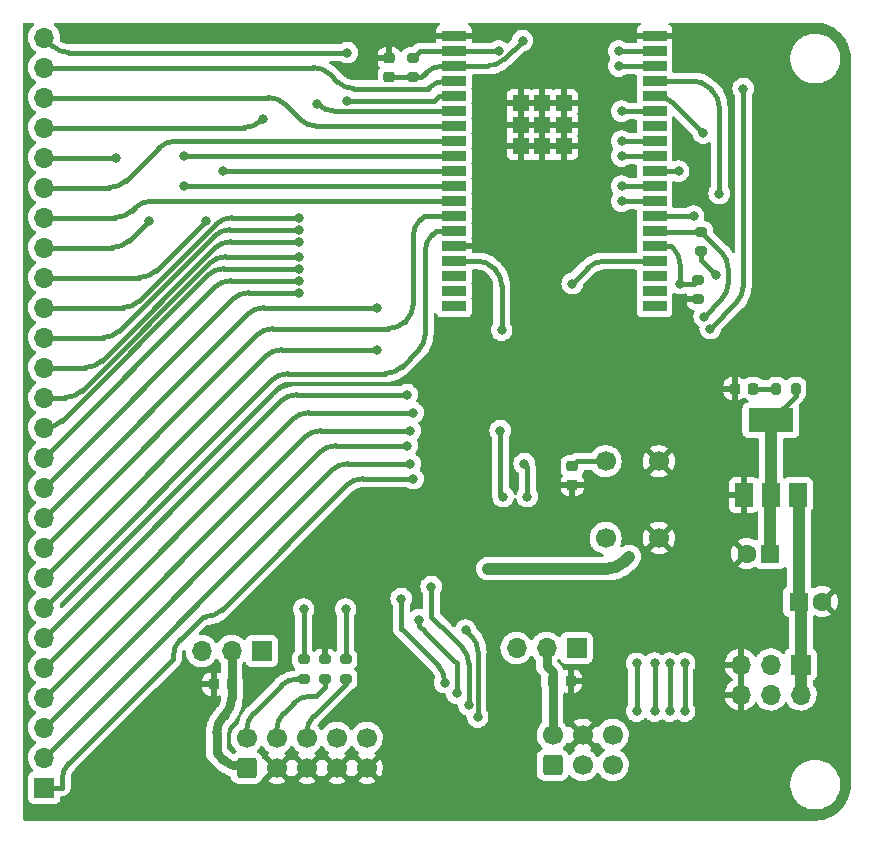
<source format=gbr>
%TF.GenerationSoftware,KiCad,Pcbnew,(6.0.0)*%
%TF.CreationDate,2022-01-24T17:46:17-05:00*%
%TF.ProjectId,esp32 breakout2,65737033-3220-4627-9265-616b6f757432,rev?*%
%TF.SameCoordinates,Original*%
%TF.FileFunction,Copper,L1,Top*%
%TF.FilePolarity,Positive*%
%FSLAX46Y46*%
G04 Gerber Fmt 4.6, Leading zero omitted, Abs format (unit mm)*
G04 Created by KiCad (PCBNEW (6.0.0)) date 2022-01-24 17:46:17*
%MOMM*%
%LPD*%
G01*
G04 APERTURE LIST*
G04 Aperture macros list*
%AMRoundRect*
0 Rectangle with rounded corners*
0 $1 Rounding radius*
0 $2 $3 $4 $5 $6 $7 $8 $9 X,Y pos of 4 corners*
0 Add a 4 corners polygon primitive as box body*
4,1,4,$2,$3,$4,$5,$6,$7,$8,$9,$2,$3,0*
0 Add four circle primitives for the rounded corners*
1,1,$1+$1,$2,$3*
1,1,$1+$1,$4,$5*
1,1,$1+$1,$6,$7*
1,1,$1+$1,$8,$9*
0 Add four rect primitives between the rounded corners*
20,1,$1+$1,$2,$3,$4,$5,0*
20,1,$1+$1,$4,$5,$6,$7,0*
20,1,$1+$1,$6,$7,$8,$9,0*
20,1,$1+$1,$8,$9,$2,$3,0*%
G04 Aperture macros list end*
%TA.AperFunction,SMDPad,CuDef*%
%ADD10RoundRect,0.200000X0.275000X-0.200000X0.275000X0.200000X-0.275000X0.200000X-0.275000X-0.200000X0*%
%TD*%
%TA.AperFunction,SMDPad,CuDef*%
%ADD11RoundRect,0.225000X0.250000X-0.225000X0.250000X0.225000X-0.250000X0.225000X-0.250000X-0.225000X0*%
%TD*%
%TA.AperFunction,SMDPad,CuDef*%
%ADD12RoundRect,0.225000X-0.225000X-0.250000X0.225000X-0.250000X0.225000X0.250000X-0.225000X0.250000X0*%
%TD*%
%TA.AperFunction,ComponentPad*%
%ADD13R,1.700000X1.700000*%
%TD*%
%TA.AperFunction,ComponentPad*%
%ADD14O,1.700000X1.700000*%
%TD*%
%TA.AperFunction,SMDPad,CuDef*%
%ADD15RoundRect,0.225000X0.225000X0.250000X-0.225000X0.250000X-0.225000X-0.250000X0.225000X-0.250000X0*%
%TD*%
%TA.AperFunction,ComponentPad*%
%ADD16RoundRect,0.250000X0.600000X-0.600000X0.600000X0.600000X-0.600000X0.600000X-0.600000X-0.600000X0*%
%TD*%
%TA.AperFunction,ComponentPad*%
%ADD17C,1.700000*%
%TD*%
%TA.AperFunction,ComponentPad*%
%ADD18R,1.600000X1.600000*%
%TD*%
%TA.AperFunction,ComponentPad*%
%ADD19C,1.600000*%
%TD*%
%TA.AperFunction,SMDPad,CuDef*%
%ADD20R,1.500000X2.000000*%
%TD*%
%TA.AperFunction,SMDPad,CuDef*%
%ADD21R,3.800000X2.000000*%
%TD*%
%TA.AperFunction,SMDPad,CuDef*%
%ADD22R,2.000000X0.900000*%
%TD*%
%TA.AperFunction,SMDPad,CuDef*%
%ADD23R,1.330000X1.330000*%
%TD*%
%TA.AperFunction,SMDPad,CuDef*%
%ADD24RoundRect,0.200000X-0.275000X0.200000X-0.275000X-0.200000X0.275000X-0.200000X0.275000X0.200000X0*%
%TD*%
%TA.AperFunction,SMDPad,CuDef*%
%ADD25RoundRect,0.218750X-0.218750X-0.256250X0.218750X-0.256250X0.218750X0.256250X-0.218750X0.256250X0*%
%TD*%
%TA.AperFunction,SMDPad,CuDef*%
%ADD26RoundRect,0.200000X0.200000X0.275000X-0.200000X0.275000X-0.200000X-0.275000X0.200000X-0.275000X0*%
%TD*%
%TA.AperFunction,ViaPad*%
%ADD27C,0.800000*%
%TD*%
%TA.AperFunction,Conductor*%
%ADD28C,0.400000*%
%TD*%
%TA.AperFunction,Conductor*%
%ADD29C,0.800000*%
%TD*%
%TA.AperFunction,Conductor*%
%ADD30C,1.000000*%
%TD*%
G04 APERTURE END LIST*
D10*
%TO.P,R6,1*%
%TO.N,/ESP_IO15*%
X149733000Y-106870000D03*
%TO.P,R6,2*%
%TO.N,/VDD3V3*%
X149733000Y-105220000D03*
%TD*%
D11*
%TO.P,C6,1*%
%TO.N,GND*%
X168910000Y-90437000D03*
%TO.P,C6,2*%
%TO.N,/ESP_EN*%
X168910000Y-88887000D03*
%TD*%
D12*
%TO.P,C5,1*%
%TO.N,/VDD_U*%
X167246000Y-107061000D03*
%TO.P,C5,2*%
%TO.N,GND*%
X168796000Y-107061000D03*
%TD*%
D13*
%TO.P,J1,1,Pin_1*%
%TO.N,/VDD_5V*%
X142621000Y-104521000D03*
D14*
%TO.P,J1,2,Pin_2*%
%TO.N,/VDD_J*%
X140081000Y-104521000D03*
%TO.P,J1,3,Pin_3*%
%TO.N,/VDD3V3*%
X137541000Y-104521000D03*
%TD*%
D15*
%TO.P,C2,1*%
%TO.N,/VDD_J*%
X140094000Y-107315000D03*
%TO.P,C2,2*%
%TO.N,GND*%
X138544000Y-107315000D03*
%TD*%
D16*
%TO.P,J4,1,Pin_1*%
%TO.N,/VDD_J*%
X141346000Y-114417500D03*
D17*
%TO.P,J4,2,Pin_2*%
%TO.N,/ESP_IO14*%
X141346000Y-111877500D03*
%TO.P,J4,3,Pin_3*%
%TO.N,GND*%
X143886000Y-114417500D03*
%TO.P,J4,4,Pin_4*%
%TO.N,/ESP_IO13*%
X143886000Y-111877500D03*
%TO.P,J4,5,Pin_5*%
%TO.N,GND*%
X146426000Y-114417500D03*
%TO.P,J4,6,Pin_6*%
%TO.N,/ESP_IO15*%
X146426000Y-111877500D03*
%TO.P,J4,7,Pin_7*%
%TO.N,GND*%
X148966000Y-114417500D03*
%TO.P,J4,8,Pin_8*%
%TO.N,/ESP_IO12*%
X148966000Y-111877500D03*
%TO.P,J4,9,Pin_9*%
%TO.N,GND*%
X151506000Y-114417500D03*
%TO.P,J4,10,Pin_10*%
%TO.N,/ESP_EN*%
X151506000Y-111877500D03*
%TD*%
D18*
%TO.P,C4,1*%
%TO.N,/VDD3V3*%
X185674000Y-96266000D03*
D19*
%TO.P,C4,2*%
%TO.N,GND*%
X183674000Y-96266000D03*
%TD*%
D13*
%TO.P,J3,1,Pin_1*%
%TO.N,/VDD_5V*%
X188259888Y-105659000D03*
D14*
%TO.P,J3,2,Pin_2*%
X188259888Y-108199000D03*
%TO.P,J3,3,Pin_3*%
%TO.N,/VDD3V3*%
X185719888Y-105659000D03*
%TO.P,J3,4,Pin_4*%
X185719888Y-108199000D03*
%TO.P,J3,5,Pin_5*%
%TO.N,GND*%
X183179888Y-105659000D03*
%TO.P,J3,6,Pin_6*%
X183179888Y-108199000D03*
%TD*%
D20*
%TO.P,U2,1,GND*%
%TO.N,GND*%
X183434888Y-91288000D03*
D21*
%TO.P,U2,2,VO*%
%TO.N,/VDD3V3*%
X185734888Y-84988000D03*
D20*
X185734888Y-91288000D03*
%TO.P,U2,3,VI*%
%TO.N,/VDD_5V*%
X188034888Y-91288000D03*
%TD*%
D22*
%TO.P,IC1,1,GND_1*%
%TO.N,GND*%
X158886000Y-52446000D03*
%TO.P,IC1,2,3V3*%
%TO.N,/VDD3V3*%
X158886000Y-53716000D03*
%TO.P,IC1,3,EN*%
%TO.N,/ESP_EN*%
X158886000Y-54986000D03*
%TO.P,IC1,4,SENSOR_VP*%
%TO.N,/ESP_IO36*%
X158886000Y-56256000D03*
%TO.P,IC1,5,SENSOR_VN*%
%TO.N,/ESP_IO39*%
X158886000Y-57526000D03*
%TO.P,IC1,6,IO34*%
%TO.N,/ESP_IO34*%
X158886000Y-58796000D03*
%TO.P,IC1,7,IO35*%
%TO.N,/ESP_IO35*%
X158886000Y-60066000D03*
%TO.P,IC1,8,IO32*%
%TO.N,/ESP_IO32*%
X158886000Y-61336000D03*
%TO.P,IC1,9,IO33*%
%TO.N,/ESP_IO33*%
X158886000Y-62606000D03*
%TO.P,IC1,10,IO25*%
%TO.N,/ESP_IO25*%
X158886000Y-63876000D03*
%TO.P,IC1,11,IO26*%
%TO.N,/ESP_IO26*%
X158886000Y-65146000D03*
%TO.P,IC1,12,IO27*%
%TO.N,/ESP_IO27*%
X158886000Y-66416000D03*
%TO.P,IC1,13,IO14*%
%TO.N,/ESP_IO14*%
X158886000Y-67686000D03*
%TO.P,IC1,14,IO12*%
%TO.N,/ESP_IO12*%
X158886000Y-68956000D03*
%TO.P,IC1,15,GND_2*%
%TO.N,GND*%
X158886000Y-70226000D03*
%TO.P,IC1,16,IO13*%
%TO.N,/ESP_IO13*%
X158886000Y-71496000D03*
%TO.P,IC1,17,NC_1*%
%TO.N,unconnected-(IC1-Pad17)*%
X158886000Y-72766000D03*
%TO.P,IC1,18,NC_2*%
%TO.N,unconnected-(IC1-Pad18)*%
X158886000Y-74036000D03*
%TO.P,IC1,19,NC_3*%
%TO.N,unconnected-(IC1-Pad19)*%
X158886000Y-75306000D03*
%TO.P,IC1,20,NC_4*%
%TO.N,unconnected-(IC1-Pad20)*%
X175886000Y-75306000D03*
%TO.P,IC1,21,NC_5*%
%TO.N,unconnected-(IC1-Pad21)*%
X175886000Y-74036000D03*
%TO.P,IC1,22,NC_6*%
%TO.N,unconnected-(IC1-Pad22)*%
X175886000Y-72766000D03*
%TO.P,IC1,23,IO15*%
%TO.N,/ESP_IO15*%
X175886000Y-71496000D03*
%TO.P,IC1,24,IO2*%
%TO.N,/ESP_IO2*%
X175886000Y-70226000D03*
%TO.P,IC1,25,IO0*%
%TO.N,/ESP_IO0*%
X175886000Y-68956000D03*
%TO.P,IC1,26,IO4*%
%TO.N,/ESP_IO4*%
X175886000Y-67686000D03*
%TO.P,IC1,27,IO16*%
%TO.N,/ESP_IO16*%
X175886000Y-66416000D03*
%TO.P,IC1,28,IO17*%
%TO.N,/ESP_IO17*%
X175886000Y-65146000D03*
%TO.P,IC1,29,IO5*%
%TO.N,/ESP_IO5*%
X175886000Y-63876000D03*
%TO.P,IC1,30,IO18*%
%TO.N,/ESP_IO18*%
X175886000Y-62606000D03*
%TO.P,IC1,31,IO19*%
%TO.N,/ESP_IO19*%
X175886000Y-61336000D03*
%TO.P,IC1,32,NC_7*%
%TO.N,unconnected-(IC1-Pad32)*%
X175886000Y-60066000D03*
%TO.P,IC1,33,IO21*%
%TO.N,/ESP_IO21*%
X175886000Y-58796000D03*
%TO.P,IC1,34,RXD0*%
%TO.N,/ESP_IO3*%
X175886000Y-57526000D03*
%TO.P,IC1,35,TXD0*%
%TO.N,/ESP_IO1*%
X175886000Y-56256000D03*
%TO.P,IC1,36,IO22*%
%TO.N,/ESP_IO22*%
X175886000Y-54986000D03*
%TO.P,IC1,37,IO23*%
%TO.N,/ESP_IO23*%
X175886000Y-53716000D03*
%TO.P,IC1,38,GND_3*%
%TO.N,GND*%
X175886000Y-52446000D03*
D23*
%TO.P,IC1,39,GND_4*%
X166386000Y-59946000D03*
%TO.P,IC1,40,GND_5*%
X164551000Y-58111000D03*
%TO.P,IC1,41,GND_6*%
X164551000Y-59946000D03*
%TO.P,IC1,42,GND_7*%
X164551000Y-61781000D03*
%TO.P,IC1,43,GND_8*%
X166386000Y-61781000D03*
%TO.P,IC1,44,GND_9*%
X168221000Y-61781000D03*
%TO.P,IC1,45,GND_10*%
X168221000Y-59946000D03*
%TO.P,IC1,46,GND_11*%
X168221000Y-58111000D03*
%TO.P,IC1,47,GND_12*%
X166386000Y-58111000D03*
%TD*%
D11*
%TO.P,C1,1*%
%TO.N,/ESP_EN*%
X153416000Y-55893000D03*
%TO.P,C1,2*%
%TO.N,GND*%
X153416000Y-54343000D03*
%TD*%
D18*
%TO.P,C3,1*%
%TO.N,/VDD_5V*%
X188081775Y-100330000D03*
D19*
%TO.P,C3,2*%
%TO.N,GND*%
X190081775Y-100330000D03*
%TD*%
D24*
%TO.P,R1,1*%
%TO.N,/VDD3V3*%
X155448000Y-54293000D03*
%TO.P,R1,2*%
%TO.N,/ESP_EN*%
X155448000Y-55943000D03*
%TD*%
D25*
%TO.P,D1,1,K*%
%TO.N,GND*%
X182661388Y-82296000D03*
%TO.P,D1,2,A*%
%TO.N,Net-(D1-Pad2)*%
X184236388Y-82296000D03*
%TD*%
D10*
%TO.P,R9,1*%
%TO.N,GND*%
X179578000Y-74739000D03*
%TO.P,R9,2*%
%TO.N,/ESP_IO2*%
X179578000Y-73089000D03*
%TD*%
%TO.P,R3,1*%
%TO.N,/ESP_IO13*%
X147955000Y-106870000D03*
%TO.P,R3,2*%
%TO.N,GND*%
X147955000Y-105220000D03*
%TD*%
%TO.P,R2,1*%
%TO.N,/ESP_IO14*%
X146177000Y-106870000D03*
%TO.P,R2,2*%
%TO.N,/VDD3V3*%
X146177000Y-105220000D03*
%TD*%
D16*
%TO.P,J5,1,Pin_1*%
%TO.N,/ESP_EN*%
X167254000Y-114163500D03*
D17*
%TO.P,J5,2,Pin_2*%
%TO.N,/VDD_U*%
X167254000Y-111623500D03*
%TO.P,J5,3,Pin_3*%
%TO.N,/ESP_IO1*%
X169794000Y-114163500D03*
%TO.P,J5,4,Pin_4*%
%TO.N,GND*%
X169794000Y-111623500D03*
%TO.P,J5,5,Pin_5*%
%TO.N,/ESP_IO3*%
X172334000Y-114163500D03*
%TO.P,J5,6,Pin_6*%
%TO.N,/ESP_IO0*%
X172334000Y-111623500D03*
%TD*%
D13*
%TO.P,J2,1,Pin_1*%
%TO.N,/VDD_5V*%
X169276000Y-104267000D03*
D14*
%TO.P,J2,2,Pin_2*%
%TO.N,/VDD_U*%
X166736000Y-104267000D03*
%TO.P,J2,3,Pin_3*%
%TO.N,/VDD3V3*%
X164196000Y-104267000D03*
%TD*%
D26*
%TO.P,R4,1*%
%TO.N,/VDD3V3*%
X187829888Y-82296000D03*
%TO.P,R4,2*%
%TO.N,Net-(D1-Pad2)*%
X186179888Y-82296000D03*
%TD*%
D10*
%TO.P,R5,1*%
%TO.N,/VDD3V3*%
X179832000Y-70675000D03*
%TO.P,R5,2*%
%TO.N,/ESP_IO0*%
X179832000Y-69025000D03*
%TD*%
D17*
%TO.P,SW1,1,1*%
%TO.N,GND*%
X176240000Y-88444000D03*
%TO.P,SW1,2,2*%
X176240000Y-94944000D03*
%TO.P,SW1,3,K*%
%TO.N,/ESP_EN*%
X171740000Y-88444000D03*
%TO.P,SW1,4,A*%
X171740000Y-94944000D03*
%TD*%
D13*
%TO.P,J6,1,Pin_1*%
%TO.N,/ESP_IO0*%
X124206000Y-116078000D03*
D14*
%TO.P,J6,2,Pin_2*%
%TO.N,/ESP_IO1*%
X124206000Y-113538000D03*
%TO.P,J6,3,Pin_3*%
%TO.N,/ESP_IO2*%
X124206000Y-110998000D03*
%TO.P,J6,4,Pin_4*%
%TO.N,/ESP_IO3*%
X124206000Y-108458000D03*
%TO.P,J6,5,Pin_5*%
%TO.N,/ESP_IO4*%
X124206000Y-105918000D03*
%TO.P,J6,6,Pin_6*%
%TO.N,/ESP_IO5*%
X124206000Y-103378000D03*
%TO.P,J6,7,Pin_7*%
%TO.N,/ESP_IO12*%
X124206000Y-100838000D03*
%TO.P,J6,8,Pin_8*%
%TO.N,/ESP_IO13*%
X124206000Y-98298000D03*
%TO.P,J6,9,Pin_9*%
%TO.N,/ESP_IO14*%
X124206000Y-95758000D03*
%TO.P,J6,10,Pin_10*%
%TO.N,/ESP_IO15*%
X124206000Y-93218000D03*
%TO.P,J6,11,Pin_11*%
%TO.N,/ESP_IO16*%
X124206000Y-90678000D03*
%TO.P,J6,12,Pin_12*%
%TO.N,/ESP_IO17*%
X124206000Y-88138000D03*
%TO.P,J6,13,Pin_13*%
%TO.N,/ESP_IO18*%
X124206000Y-85598000D03*
%TO.P,J6,14,Pin_14*%
%TO.N,/ESP_IO19*%
X124206000Y-83058000D03*
%TO.P,J6,15,Pin_15*%
%TO.N,/ESP_IO21*%
X124206000Y-80518000D03*
%TO.P,J6,16,Pin_16*%
%TO.N,/ESP_IO22*%
X124206000Y-77978000D03*
%TO.P,J6,17,Pin_17*%
%TO.N,/ESP_IO23*%
X124206000Y-75438000D03*
%TO.P,J6,18,Pin_18*%
%TO.N,/ESP_IO25*%
X124206000Y-72898000D03*
%TO.P,J6,19,Pin_19*%
%TO.N,/ESP_IO26*%
X124206000Y-70358000D03*
%TO.P,J6,20,Pin_20*%
%TO.N,/ESP_IO27*%
X124206000Y-67818000D03*
%TO.P,J6,21,Pin_21*%
%TO.N,/ESP_IO32*%
X124206000Y-65278000D03*
%TO.P,J6,22,Pin_22*%
%TO.N,/ESP_IO33*%
X124206000Y-62738000D03*
%TO.P,J6,23,Pin_23*%
%TO.N,/ESP_IO34*%
X124206000Y-60198000D03*
%TO.P,J6,24,Pin_24*%
%TO.N,/ESP_IO35*%
X124206000Y-57658000D03*
%TO.P,J6,25,Pin_25*%
%TO.N,/ESP_IO36*%
X124206000Y-55118000D03*
%TO.P,J6,26,Pin_26*%
%TO.N,/ESP_IO39*%
X124206000Y-52578000D03*
%TD*%
D27*
%TO.N,/ESP_EN*%
X183388000Y-56896000D03*
X178435000Y-105537000D03*
X164706680Y-52832000D03*
X180594000Y-77216000D03*
X178435000Y-109601000D03*
%TO.N,/VDD3V3*%
X181102000Y-72644000D03*
X173736000Y-96520000D03*
X146177000Y-100965000D03*
X149733000Y-100965000D03*
X161798000Y-97536000D03*
X162687000Y-53721000D03*
%TO.N,/ESP_IO14*%
X158115000Y-107198520D03*
X154432000Y-100076000D03*
%TO.N,/ESP_IO13*%
X152400000Y-78994000D03*
X162941000Y-77343000D03*
X159131000Y-108077000D03*
X155956000Y-101854000D03*
%TO.N,/ESP_IO15*%
X160147000Y-109093000D03*
X168910000Y-73406000D03*
X156972000Y-99060000D03*
X152400000Y-75438000D03*
%TO.N,/ESP_IO12*%
X159893000Y-102743000D03*
X160909000Y-110109000D03*
%TO.N,/ESP_IO1*%
X164846000Y-88646000D03*
X165100000Y-91440000D03*
X177165000Y-109601000D03*
X177165000Y-105537000D03*
X155194000Y-88646000D03*
X181356000Y-65786000D03*
%TO.N,/ESP_IO3*%
X162814000Y-85852000D03*
X155194000Y-85852000D03*
X175895000Y-109601000D03*
X163068000Y-91440000D03*
X179996511Y-60662489D03*
X175895000Y-105537000D03*
%TO.N,/ESP_IO0*%
X155448000Y-89916000D03*
X180086000Y-76200000D03*
X174356500Y-109601000D03*
X174356500Y-105551500D03*
%TO.N,/ESP_IO2*%
X178054000Y-73406000D03*
X154940000Y-87122000D03*
%TO.N,/ESP_IO4*%
X179197000Y-67691000D03*
X155448000Y-84328000D03*
%TO.N,/ESP_IO5*%
X154940000Y-82804000D03*
X177927000Y-63881000D03*
%TO.N,/ESP_IO16*%
X145796000Y-74168000D03*
X173101000Y-66421000D03*
%TO.N,/ESP_IO17*%
X145796000Y-73152000D03*
X173101000Y-65151000D03*
%TO.N,/ESP_IO18*%
X145796000Y-72136000D03*
X173101000Y-62611000D03*
%TO.N,/ESP_IO19*%
X173101000Y-61341000D03*
X145796000Y-71120000D03*
%TO.N,/ESP_IO21*%
X173101000Y-58801000D03*
X145796000Y-69850000D03*
%TO.N,/ESP_IO22*%
X145796000Y-68834000D03*
X172847000Y-54991000D03*
%TO.N,/ESP_IO23*%
X172847000Y-53721000D03*
X145796000Y-67818000D03*
%TO.N,/ESP_IO25*%
X139319000Y-63881000D03*
X137922000Y-68072000D03*
%TO.N,/ESP_IO26*%
X133096000Y-68072000D03*
X136017000Y-65151000D03*
%TO.N,/ESP_IO33*%
X130302000Y-62738000D03*
X136017000Y-62611000D03*
%TO.N,/ESP_IO34*%
X142748000Y-59436000D03*
X147320000Y-58166000D03*
%TO.N,/ESP_IO39*%
X149860000Y-53848000D03*
X149860000Y-57912000D03*
%TD*%
D28*
%TO.N,/ESP_EN*%
X183388000Y-56896000D02*
X183388000Y-66040000D01*
X164706680Y-52832000D02*
X163133467Y-54405213D01*
X178435000Y-106299000D02*
X178435000Y-105537000D01*
X156513214Y-55576786D02*
X156147000Y-55943000D01*
X178435000Y-109601000D02*
X178435000Y-106299000D01*
X171740000Y-88444000D02*
X169353000Y-88444000D01*
X153466000Y-55943000D02*
X153416000Y-55893000D01*
X169353000Y-88444000D02*
X168910000Y-88887000D01*
X156147000Y-55943000D02*
X155448000Y-55943000D01*
X183388000Y-66040000D02*
X183388000Y-73593573D01*
X161719253Y-54991000D02*
X157927427Y-54991000D01*
X155448000Y-55943000D02*
X153466000Y-55943000D01*
X182802213Y-75007787D02*
X180594000Y-77216000D01*
X156513214Y-55576786D02*
G75*
G02*
X157927427Y-54991000I1414213J-1414214D01*
G01*
X182802213Y-75007787D02*
G75*
G03*
X183388000Y-73593573I-1414213J1414214D01*
G01*
X161719253Y-54990999D02*
G75*
G03*
X163133466Y-54405212I0J1999999D01*
G01*
D29*
%TO.N,/VDD_J*%
X139396787Y-110031213D02*
X139508214Y-109919786D01*
X139368213Y-113714213D02*
X138811000Y-113157000D01*
X140081000Y-104521000D02*
X140081000Y-107302000D01*
X140081000Y-107302000D02*
X140094000Y-107315000D01*
X138811000Y-113157000D02*
X138811000Y-111445427D01*
X141228500Y-114300000D02*
X140782427Y-114300000D01*
X140094000Y-108505573D02*
X140094000Y-107315000D01*
X139508214Y-109919786D02*
G75*
G03*
X140094000Y-108505573I-1414214J1414213D01*
G01*
X139396787Y-110031213D02*
G75*
G03*
X138811000Y-111445427I1414213J-1414214D01*
G01*
X139368213Y-113714213D02*
G75*
G03*
X140782427Y-114300000I1414214J1414213D01*
G01*
D30*
%TO.N,/VDD_5V*%
X188081775Y-91334887D02*
X188034888Y-91288000D01*
X188259888Y-105659000D02*
X188259888Y-100508113D01*
X188259888Y-100508113D02*
X188081775Y-100330000D01*
X188081775Y-100330000D02*
X188081775Y-91334887D01*
X188259888Y-108199000D02*
X188259888Y-105659000D01*
%TO.N,/VDD3V3*%
X161798000Y-97536000D02*
X171891573Y-97536000D01*
D28*
X158886000Y-53721000D02*
X162687000Y-53721000D01*
D30*
X185674000Y-96266000D02*
X185674000Y-91348888D01*
D28*
X146177000Y-105220000D02*
X146177000Y-100965000D01*
D30*
X185674000Y-91348888D02*
X185734888Y-91288000D01*
X185734888Y-91288000D02*
X185734888Y-84988000D01*
D28*
X187829888Y-82296000D02*
X187829888Y-82893000D01*
X158886000Y-53721000D02*
X156020000Y-53721000D01*
X179832000Y-71374000D02*
X181102000Y-72644000D01*
X187829888Y-82893000D02*
X185734888Y-84988000D01*
X149733000Y-105220000D02*
X149733000Y-100965000D01*
D30*
X173305787Y-96950213D02*
X173736000Y-96520000D01*
D28*
X156020000Y-53721000D02*
X155448000Y-54293000D01*
X179832000Y-70675000D02*
X179832000Y-71374000D01*
D30*
X171891573Y-97535999D02*
G75*
G03*
X173305786Y-96950212I0J1999999D01*
G01*
D29*
%TO.N,/VDD_U*%
X167254000Y-111623500D02*
X167254000Y-107069000D01*
X166736000Y-105776000D02*
X166736000Y-104267000D01*
X167254000Y-107069000D02*
X167246000Y-107061000D01*
X167246000Y-106286000D02*
X166736000Y-105776000D01*
X167246000Y-107061000D02*
X167246000Y-106286000D01*
D28*
%TO.N,Net-(D1-Pad2)*%
X184236388Y-82296000D02*
X186179888Y-82296000D01*
%TO.N,/ESP_IO14*%
X156033787Y-67994213D02*
X156342000Y-67686000D01*
X154432000Y-102616000D02*
X154432000Y-101854000D01*
X154432000Y-101092000D02*
X154432000Y-100838000D01*
X154432000Y-101854000D02*
X154432000Y-101092000D01*
X154763787Y-76630213D02*
X154862214Y-76531786D01*
X156342000Y-67686000D02*
X158886000Y-67686000D01*
X154432000Y-100838000D02*
X154432000Y-100330000D01*
X141346000Y-111877500D02*
X141346000Y-111196427D01*
X155448000Y-75117573D02*
X155448000Y-69408427D01*
X154559000Y-102743000D02*
X154432000Y-102616000D01*
X154432000Y-100330000D02*
X154432000Y-100076000D01*
X145672427Y-106870000D02*
X146177000Y-106870000D01*
X158115000Y-107198520D02*
X158115000Y-107127427D01*
X141931787Y-109782213D02*
X144258214Y-107455786D01*
X142162213Y-77801787D02*
X124206000Y-95758000D01*
X143576427Y-77216000D02*
X153349573Y-77216000D01*
X157529213Y-105713213D02*
X154559000Y-102743000D01*
X153349573Y-77215999D02*
G75*
G03*
X154763786Y-76630212I0J1999999D01*
G01*
X141931787Y-109782213D02*
G75*
G03*
X141346000Y-111196427I1414213J-1414214D01*
G01*
X145672427Y-106870001D02*
G75*
G03*
X144258215Y-107455787I0J-1999999D01*
G01*
X155447999Y-75117573D02*
G75*
G02*
X154862213Y-76531785I-1999999J0D01*
G01*
X142162213Y-77801787D02*
G75*
G02*
X143576427Y-77216000I1414214J-1414213D01*
G01*
X155448001Y-69408427D02*
G75*
G02*
X156033788Y-67994214I1999999J0D01*
G01*
X157529213Y-105713213D02*
G75*
G02*
X158115000Y-107127427I-1414213J-1414214D01*
G01*
%TO.N,/ESP_IO13*%
X143886000Y-111877500D02*
X143886000Y-111196427D01*
X155956000Y-102362000D02*
X155956000Y-101854000D01*
X142924213Y-79579787D02*
X124206000Y-98298000D01*
X156337000Y-102743000D02*
X155956000Y-102362000D01*
X159131000Y-108077000D02*
X159131000Y-105537000D01*
X162355213Y-72185213D02*
X162251786Y-72081786D01*
X162941000Y-77343000D02*
X162941000Y-73599427D01*
X160837573Y-71496000D02*
X159485520Y-71496000D01*
X147193000Y-108331000D02*
X147955000Y-107569000D01*
X147955000Y-107569000D02*
X147955000Y-106870000D01*
X158750000Y-105156000D02*
X156464000Y-102870000D01*
X144338427Y-78994000D02*
X152400000Y-78994000D01*
X156464000Y-102870000D02*
X156337000Y-102743000D01*
X144471787Y-109782213D02*
X145337214Y-108916786D01*
X146751427Y-108331000D02*
X147193000Y-108331000D01*
X159131000Y-105537000D02*
X158750000Y-105156000D01*
X145337214Y-108916786D02*
G75*
G02*
X146751427Y-108331000I1414213J-1414214D01*
G01*
X160837573Y-71496001D02*
G75*
G02*
X162251785Y-72081787I0J-1999999D01*
G01*
X162940999Y-73599427D02*
G75*
G03*
X162355212Y-72185214I-1999999J0D01*
G01*
X144471787Y-109782213D02*
G75*
G03*
X143886000Y-111196427I1414213J-1414214D01*
G01*
X142924213Y-79579787D02*
G75*
G02*
X144338427Y-78994000I1414214J-1414213D01*
G01*
%TO.N,/ESP_IO15*%
X158115000Y-102743000D02*
X157480000Y-102108000D01*
X146426000Y-111877500D02*
X146426000Y-111450427D01*
X147011787Y-110036213D02*
X149733000Y-107315000D01*
X141400213Y-76023787D02*
X124206000Y-93218000D01*
X156972000Y-101600000D02*
X156972000Y-99060000D01*
X171648427Y-71496000D02*
X175886000Y-71496000D01*
X159561213Y-104189213D02*
X158115000Y-102743000D01*
X142814427Y-75438000D02*
X152400000Y-75438000D01*
X160147000Y-109093000D02*
X160147000Y-105603427D01*
X157480000Y-102108000D02*
X156972000Y-101600000D01*
X149733000Y-107315000D02*
X149733000Y-106870000D01*
X170234213Y-72081787D02*
X168910000Y-73406000D01*
X142814427Y-75438001D02*
G75*
G03*
X141400214Y-76023788I0J-1999999D01*
G01*
X160146999Y-105603427D02*
G75*
G03*
X159561212Y-104189214I-1999999J0D01*
G01*
X147011787Y-110036213D02*
G75*
G03*
X146426000Y-111450427I1414213J-1414214D01*
G01*
X171648427Y-71496001D02*
G75*
G03*
X170234214Y-72081788I0J-1999999D01*
G01*
%TO.N,/ESP_IO12*%
X156464000Y-77657573D02*
X156464000Y-70678427D01*
X124206000Y-100838000D02*
X143432213Y-81611787D01*
X157358000Y-68956000D02*
X158886000Y-68956000D01*
X144846427Y-81026000D02*
X153095573Y-81026000D01*
X160360724Y-103210724D02*
X159893000Y-102743000D01*
X154509787Y-80440213D02*
X155878214Y-79071786D01*
X160946511Y-110071489D02*
X160946511Y-104624938D01*
X157049787Y-69264213D02*
X157358000Y-68956000D01*
X160909000Y-110109000D02*
X160946511Y-110071489D01*
X157049787Y-69264213D02*
G75*
G03*
X156464000Y-70678427I1414213J-1414214D01*
G01*
X144846427Y-81026001D02*
G75*
G03*
X143432214Y-81611788I0J-1999999D01*
G01*
X155878214Y-79071786D02*
G75*
G03*
X156464000Y-77657573I-1414214J1414213D01*
G01*
X154509787Y-80440213D02*
G75*
G02*
X153095573Y-81026000I-1414214J1414213D01*
G01*
X160946510Y-104624938D02*
G75*
G03*
X160360723Y-103210725I-1999999J0D01*
G01*
%TO.N,/ESP_IO1*%
X181356000Y-58486427D02*
X181356000Y-65786000D01*
X180544787Y-56846787D02*
X180770214Y-57072214D01*
X177165000Y-109601000D02*
X177165000Y-105537000D01*
X175886000Y-56261000D02*
X179130573Y-56261000D01*
X149926427Y-88646000D02*
X155194000Y-88646000D01*
X165100000Y-88900000D02*
X164846000Y-88646000D01*
X165100000Y-91440000D02*
X165100000Y-88900000D01*
X148512213Y-89231787D02*
X124206000Y-113538000D01*
X180770214Y-57072214D02*
G75*
G02*
X181356000Y-58486427I-1414214J-1414213D01*
G01*
X148512213Y-89231787D02*
G75*
G02*
X149926427Y-88646000I1414214J-1414213D01*
G01*
X180544787Y-56846787D02*
G75*
G03*
X179130573Y-56261000I-1414214J-1414213D01*
G01*
%TO.N,/ESP_IO3*%
X179996511Y-60662489D02*
X177450808Y-58116786D01*
X155194000Y-85852000D02*
X147640427Y-85852000D01*
X175895000Y-109601000D02*
X175895000Y-105537000D01*
X162814000Y-91186000D02*
X163068000Y-91440000D01*
X176036595Y-57531000D02*
X175886000Y-57531000D01*
X146226213Y-86437787D02*
X124206000Y-108458000D01*
X162814000Y-85852000D02*
X162814000Y-91186000D01*
X146226213Y-86437787D02*
G75*
G02*
X147640427Y-85852000I1414214J-1414213D01*
G01*
X177450808Y-58116786D02*
G75*
G03*
X176036595Y-57531000I-1414213J-1414214D01*
G01*
%TO.N,/ESP_IO0*%
X155448000Y-89916000D02*
X151207351Y-89916000D01*
X182118000Y-72139427D02*
X182118000Y-73339573D01*
X179832000Y-69025000D02*
X181532214Y-70725214D01*
X137662538Y-101605462D02*
X135719248Y-103548752D01*
X137861035Y-101605462D02*
X137662538Y-101605462D01*
X149793137Y-90501787D02*
X139275248Y-101019676D01*
X174356500Y-109601000D02*
X174356500Y-105551500D01*
X175950000Y-69025000D02*
X175886000Y-68961000D01*
X135133462Y-105161462D02*
X126315786Y-113979138D01*
X179832000Y-69025000D02*
X175950000Y-69025000D01*
X125730000Y-116078000D02*
X124206000Y-116078000D01*
X181532213Y-74753787D02*
X180086000Y-76200000D01*
X135133462Y-104962965D02*
X135133462Y-105161462D01*
X125730000Y-115393351D02*
X125730000Y-116078000D01*
X181532214Y-70725214D02*
G75*
G02*
X182118000Y-72139427I-1414214J-1414213D01*
G01*
X137861035Y-101605461D02*
G75*
G03*
X139275247Y-101019675I0J1999999D01*
G01*
X126315786Y-113979138D02*
G75*
G03*
X125730000Y-115393351I1414214J-1414213D01*
G01*
X135133463Y-104962965D02*
G75*
G02*
X135719249Y-103548753I1999999J0D01*
G01*
X181532213Y-74753787D02*
G75*
G03*
X182118000Y-73339573I-1414213J1414214D01*
G01*
X151207351Y-89916001D02*
G75*
G03*
X149793138Y-90501788I0J-1999999D01*
G01*
%TO.N,/ESP_IO2*%
X179261000Y-73406000D02*
X179578000Y-73089000D01*
X177286000Y-70226000D02*
X175886000Y-70226000D01*
X178054000Y-73406000D02*
X179261000Y-73406000D01*
X177468213Y-70408213D02*
X177286000Y-70226000D01*
X178054000Y-73406000D02*
X178054000Y-71822427D01*
X147496213Y-87707787D02*
X124206000Y-110998000D01*
X148910427Y-87122000D02*
X154940000Y-87122000D01*
X147496213Y-87707787D02*
G75*
G02*
X148910427Y-87122000I1414214J-1414213D01*
G01*
X177468213Y-70408213D02*
G75*
G02*
X178054000Y-71822427I-1414213J-1414214D01*
G01*
%TO.N,/ESP_IO4*%
X155448000Y-84328000D02*
X146624427Y-84328000D01*
X175886000Y-67691000D02*
X179197000Y-67691000D01*
X145210213Y-84913787D02*
X124206000Y-105918000D01*
X145210213Y-84913787D02*
G75*
G02*
X146624427Y-84328000I1414214J-1414213D01*
G01*
%TO.N,/ESP_IO5*%
X144194213Y-83389787D02*
X124206000Y-103378000D01*
X154940000Y-82804000D02*
X145608427Y-82804000D01*
X175886000Y-63881000D02*
X177927000Y-63881000D01*
X145608427Y-82804001D02*
G75*
G03*
X144194214Y-83389788I0J-1999999D01*
G01*
%TO.N,/ESP_IO16*%
X140130213Y-74753787D02*
X124206000Y-90678000D01*
X145796000Y-74168000D02*
X141544427Y-74168000D01*
X175886000Y-66421000D02*
X173101000Y-66421000D01*
X140130213Y-74753787D02*
G75*
G02*
X141544427Y-74168000I1414214J-1414213D01*
G01*
%TO.N,/ESP_IO17*%
X138606213Y-73737787D02*
X124206000Y-88138000D01*
X145796000Y-73152000D02*
X140020427Y-73152000D01*
X175886000Y-65151000D02*
X173101000Y-65151000D01*
X138606213Y-73737787D02*
G75*
G02*
X140020427Y-73152000I1414214J-1414213D01*
G01*
%TO.N,/ESP_IO18*%
X124311273Y-85598000D02*
X124206000Y-85598000D01*
X138015913Y-72721787D02*
X125725486Y-85012214D01*
X145796000Y-72136000D02*
X139430127Y-72136000D01*
X175886000Y-62611000D02*
X173101000Y-62611000D01*
X139430127Y-72136001D02*
G75*
G03*
X138015914Y-72721788I0J-1999999D01*
G01*
X124311273Y-85597999D02*
G75*
G03*
X125725485Y-85012213I0J1999999D01*
G01*
%TO.N,/ESP_IO19*%
X138184063Y-71705787D02*
X127417636Y-82472214D01*
X145796000Y-71120000D02*
X139598277Y-71120000D01*
X175886000Y-61341000D02*
X173101000Y-61341000D01*
X126003423Y-83058000D02*
X124206000Y-83058000D01*
X138184063Y-71705787D02*
G75*
G02*
X139598277Y-71120000I1414214J-1414213D01*
G01*
X127417636Y-82472214D02*
G75*
G02*
X126003423Y-83058000I-1414213J1414214D01*
G01*
%TO.N,/ESP_IO21*%
X138606213Y-70435787D02*
X129109786Y-79932214D01*
X127695573Y-80518000D02*
X124206000Y-80518000D01*
X145796000Y-69850000D02*
X140020427Y-69850000D01*
X175886000Y-58801000D02*
X173101000Y-58801000D01*
X138606213Y-70435787D02*
G75*
G02*
X140020427Y-69850000I1414214J-1414213D01*
G01*
X129109786Y-79932214D02*
G75*
G02*
X127695573Y-80518000I-1414213J1414214D01*
G01*
%TO.N,/ESP_IO22*%
X138552743Y-69419787D02*
X130580316Y-77392214D01*
X129166103Y-77978000D02*
X124206000Y-77978000D01*
X175886000Y-54991000D02*
X172847000Y-54991000D01*
X145796000Y-68834000D02*
X139966957Y-68834000D01*
X130580316Y-77392214D02*
G75*
G02*
X129166103Y-77978000I-1414213J1414214D01*
G01*
X138552743Y-69419787D02*
G75*
G02*
X139966957Y-68834000I1414214J-1414213D01*
G01*
%TO.N,/ESP_IO23*%
X130858253Y-75438000D02*
X124206000Y-75438000D01*
X175886000Y-53721000D02*
X172847000Y-53721000D01*
X138720893Y-68403787D02*
X132272466Y-74852214D01*
X145796000Y-67818000D02*
X140135107Y-67818000D01*
X132272466Y-74852214D02*
G75*
G02*
X130858253Y-75438000I-1414213J1414214D01*
G01*
X138720893Y-68403787D02*
G75*
G02*
X140135107Y-67818000I1414214J-1414213D01*
G01*
%TO.N,/ESP_IO25*%
X158886000Y-63881000D02*
X139319000Y-63881000D01*
X132267573Y-72898000D02*
X124206000Y-72898000D01*
X137922000Y-68072000D02*
X133681786Y-72312214D01*
X132267573Y-72897999D02*
G75*
G03*
X133681785Y-72312213I0J1999999D01*
G01*
%TO.N,/ESP_IO26*%
X133096000Y-68072000D02*
X131395786Y-69772214D01*
X158886000Y-65151000D02*
X136017000Y-65151000D01*
X129981573Y-70358000D02*
X124206000Y-70358000D01*
X131395786Y-69772214D02*
G75*
G02*
X129981573Y-70358000I-1414213J1414214D01*
G01*
%TO.N,/ESP_IO27*%
X131875213Y-67006787D02*
X131649786Y-67232214D01*
X130235573Y-67818000D02*
X124206000Y-67818000D01*
X158886000Y-66421000D02*
X133289427Y-66421000D01*
X130235573Y-67817999D02*
G75*
G03*
X131649785Y-67232213I0J1999999D01*
G01*
X133289427Y-66421001D02*
G75*
G03*
X131875214Y-67006788I0J-1999999D01*
G01*
%TO.N,/ESP_IO32*%
X133907213Y-61926787D02*
X131141786Y-64692214D01*
X158886000Y-61341000D02*
X135321427Y-61341000D01*
X129727573Y-65278000D02*
X124206000Y-65278000D01*
X133907213Y-61926787D02*
G75*
G02*
X135321427Y-61341000I1414214J-1414213D01*
G01*
X129727573Y-65277999D02*
G75*
G03*
X131141785Y-64692213I0J1999999D01*
G01*
%TO.N,/ESP_IO33*%
X130302000Y-62738000D02*
X124206000Y-62738000D01*
X158886000Y-62611000D02*
X136017000Y-62611000D01*
%TO.N,/ESP_IO34*%
X147369213Y-58215213D02*
X147320000Y-58166000D01*
X142748000Y-59436000D02*
X142571786Y-59612214D01*
X141157573Y-60198000D02*
X124206000Y-60198000D01*
X158886000Y-58801000D02*
X148783427Y-58801000D01*
X141157573Y-60197999D02*
G75*
G03*
X142571785Y-59612213I0J1999999D01*
G01*
X148783427Y-58800999D02*
G75*
G02*
X147369214Y-58215212I0J1999999D01*
G01*
%TO.N,/ESP_IO35*%
X158886000Y-60071000D02*
X147259427Y-60071000D01*
X145845213Y-59485213D02*
X144603786Y-58243786D01*
X143189573Y-57658000D02*
X124206000Y-57658000D01*
X147259427Y-60070999D02*
G75*
G02*
X145845214Y-59485212I0J1999999D01*
G01*
X143189573Y-57658001D02*
G75*
G02*
X144603785Y-58243787I0J-1999999D01*
G01*
%TO.N,/ESP_IO36*%
X158886000Y-56256000D02*
X158186427Y-56256000D01*
X149020213Y-56310213D02*
X148413786Y-55703786D01*
X156718000Y-56896000D02*
X150434427Y-56896000D01*
X146999573Y-55118000D02*
X124206000Y-55118000D01*
X156772213Y-56841787D02*
X156718000Y-56896000D01*
X158186427Y-56256001D02*
G75*
G03*
X156772214Y-56841788I0J-1999999D01*
G01*
X149020213Y-56310213D02*
G75*
G03*
X150434427Y-56896000I1414214J1414213D01*
G01*
X148413786Y-55703786D02*
G75*
G03*
X146999573Y-55118000I-1414213J-1414214D01*
G01*
%TO.N,/ESP_IO39*%
X158886000Y-57526000D02*
X157612000Y-57526000D01*
X149860000Y-53848000D02*
X126304427Y-53848000D01*
X157612000Y-57526000D02*
X157226000Y-57912000D01*
X157226000Y-57912000D02*
X149860000Y-57912000D01*
X124890213Y-53262213D02*
X124206000Y-52578000D01*
X124890213Y-53262213D02*
G75*
G03*
X126304427Y-53848000I1414214J1414213D01*
G01*
%TD*%
%TA.AperFunction,Conductor*%
%TO.N,GND*%
G36*
X123325232Y-51328002D02*
G01*
X123371725Y-51381658D01*
X123381829Y-51451932D01*
X123352335Y-51516512D01*
X123332766Y-51534758D01*
X123300965Y-51558635D01*
X123146629Y-51720138D01*
X123020743Y-51904680D01*
X122994213Y-51961834D01*
X122934306Y-52090894D01*
X122926688Y-52107305D01*
X122866989Y-52322570D01*
X122843251Y-52544695D01*
X122843548Y-52549848D01*
X122843548Y-52549851D01*
X122849011Y-52644590D01*
X122856110Y-52767715D01*
X122857247Y-52772761D01*
X122857248Y-52772767D01*
X122872077Y-52838565D01*
X122905222Y-52985639D01*
X122964544Y-53131732D01*
X122986435Y-53185643D01*
X122989266Y-53192616D01*
X123004739Y-53217866D01*
X123097320Y-53368944D01*
X123105987Y-53383088D01*
X123109367Y-53386990D01*
X123111520Y-53389475D01*
X123252250Y-53551938D01*
X123424126Y-53694632D01*
X123434671Y-53700794D01*
X123497445Y-53737476D01*
X123546169Y-53789114D01*
X123559240Y-53858897D01*
X123532509Y-53924669D01*
X123492055Y-53958027D01*
X123479607Y-53964507D01*
X123475474Y-53967610D01*
X123475471Y-53967612D01*
X123309061Y-54092556D01*
X123300965Y-54098635D01*
X123297393Y-54102373D01*
X123207000Y-54196964D01*
X123146629Y-54260138D01*
X123020743Y-54444680D01*
X122992053Y-54506488D01*
X122932290Y-54635237D01*
X122926688Y-54647305D01*
X122866989Y-54862570D01*
X122843251Y-55084695D01*
X122843548Y-55089848D01*
X122843548Y-55089851D01*
X122852116Y-55238447D01*
X122856110Y-55307715D01*
X122857247Y-55312761D01*
X122857248Y-55312767D01*
X122869759Y-55368279D01*
X122905222Y-55525639D01*
X122928752Y-55583586D01*
X122977633Y-55703966D01*
X122989266Y-55732616D01*
X123022303Y-55786528D01*
X123090692Y-55898128D01*
X123105987Y-55923088D01*
X123252250Y-56091938D01*
X123391911Y-56207887D01*
X123416420Y-56228234D01*
X123424126Y-56234632D01*
X123428990Y-56237474D01*
X123497445Y-56277476D01*
X123546169Y-56329114D01*
X123559240Y-56398897D01*
X123532509Y-56464669D01*
X123492055Y-56498027D01*
X123479607Y-56504507D01*
X123475474Y-56507610D01*
X123475471Y-56507612D01*
X123305100Y-56635530D01*
X123300965Y-56638635D01*
X123146629Y-56800138D01*
X123143715Y-56804410D01*
X123143714Y-56804411D01*
X123125841Y-56830612D01*
X123020743Y-56984680D01*
X122926688Y-57187305D01*
X122866989Y-57402570D01*
X122843251Y-57624695D01*
X122843548Y-57629848D01*
X122843548Y-57629851D01*
X122851705Y-57771316D01*
X122856110Y-57847715D01*
X122857247Y-57852761D01*
X122857248Y-57852767D01*
X122858202Y-57857000D01*
X122905222Y-58065639D01*
X122943944Y-58161000D01*
X122977460Y-58243540D01*
X122989266Y-58272616D01*
X123004739Y-58297866D01*
X123102376Y-58457195D01*
X123105987Y-58463088D01*
X123252250Y-58631938D01*
X123424126Y-58774632D01*
X123428990Y-58777474D01*
X123497445Y-58817476D01*
X123546169Y-58869114D01*
X123559240Y-58938897D01*
X123532509Y-59004669D01*
X123492055Y-59038027D01*
X123479607Y-59044507D01*
X123475474Y-59047610D01*
X123475471Y-59047612D01*
X123321268Y-59163391D01*
X123300965Y-59178635D01*
X123297393Y-59182373D01*
X123173019Y-59312523D01*
X123146629Y-59340138D01*
X123143715Y-59344410D01*
X123143714Y-59344411D01*
X123087861Y-59426289D01*
X123020743Y-59524680D01*
X122988193Y-59594803D01*
X122934953Y-59709500D01*
X122926688Y-59727305D01*
X122866989Y-59942570D01*
X122843251Y-60164695D01*
X122843548Y-60169848D01*
X122843548Y-60169851D01*
X122845625Y-60205865D01*
X122856110Y-60387715D01*
X122857247Y-60392761D01*
X122857248Y-60392767D01*
X122880280Y-60494966D01*
X122905222Y-60605639D01*
X122955153Y-60728606D01*
X122977460Y-60783540D01*
X122989266Y-60812616D01*
X123004161Y-60836922D01*
X123103111Y-60998394D01*
X123105987Y-61003088D01*
X123252250Y-61171938D01*
X123424126Y-61314632D01*
X123458015Y-61334435D01*
X123497445Y-61357476D01*
X123546169Y-61409114D01*
X123559240Y-61478897D01*
X123532509Y-61544669D01*
X123492055Y-61578027D01*
X123479607Y-61584507D01*
X123475474Y-61587610D01*
X123475471Y-61587612D01*
X123451247Y-61605800D01*
X123300965Y-61718635D01*
X123146629Y-61880138D01*
X123020743Y-62064680D01*
X122999111Y-62111283D01*
X122935543Y-62248229D01*
X122926688Y-62267305D01*
X122866989Y-62482570D01*
X122843251Y-62704695D01*
X122843548Y-62709848D01*
X122843548Y-62709851D01*
X122849570Y-62814285D01*
X122856110Y-62927715D01*
X122857247Y-62932761D01*
X122857248Y-62932767D01*
X122868469Y-62982556D01*
X122905222Y-63145639D01*
X122933152Y-63214423D01*
X122977460Y-63323540D01*
X122989266Y-63352616D01*
X123019601Y-63402118D01*
X123099072Y-63531803D01*
X123105987Y-63543088D01*
X123252250Y-63711938D01*
X123424126Y-63854632D01*
X123458015Y-63874435D01*
X123497445Y-63897476D01*
X123546169Y-63949114D01*
X123559240Y-64018897D01*
X123532509Y-64084669D01*
X123492055Y-64118027D01*
X123479607Y-64124507D01*
X123475474Y-64127610D01*
X123475471Y-64127612D01*
X123317432Y-64246271D01*
X123300965Y-64258635D01*
X123146629Y-64420138D01*
X123143715Y-64424410D01*
X123143714Y-64424411D01*
X123087861Y-64506289D01*
X123020743Y-64604680D01*
X122988193Y-64674803D01*
X122934953Y-64789500D01*
X122926688Y-64807305D01*
X122866989Y-65022570D01*
X122843251Y-65244695D01*
X122843548Y-65249848D01*
X122843548Y-65249851D01*
X122852144Y-65398927D01*
X122856110Y-65467715D01*
X122857247Y-65472761D01*
X122857248Y-65472767D01*
X122868469Y-65522556D01*
X122905222Y-65685639D01*
X122943944Y-65781000D01*
X122977460Y-65863540D01*
X122989266Y-65892616D01*
X123105987Y-66083088D01*
X123252250Y-66251938D01*
X123424126Y-66394632D01*
X123458015Y-66414435D01*
X123497445Y-66437476D01*
X123546169Y-66489114D01*
X123559240Y-66558897D01*
X123532509Y-66624669D01*
X123492055Y-66658027D01*
X123479607Y-66664507D01*
X123475474Y-66667610D01*
X123475471Y-66667612D01*
X123317432Y-66786271D01*
X123300965Y-66798635D01*
X123146629Y-66960138D01*
X123143715Y-66964410D01*
X123143714Y-66964411D01*
X123087861Y-67046289D01*
X123020743Y-67144680D01*
X122988193Y-67214803D01*
X122931002Y-67338012D01*
X122926688Y-67347305D01*
X122866989Y-67562570D01*
X122843251Y-67784695D01*
X122843548Y-67789848D01*
X122843548Y-67789851D01*
X122849161Y-67887202D01*
X122856110Y-68007715D01*
X122857247Y-68012761D01*
X122857248Y-68012767D01*
X122881304Y-68119508D01*
X122905222Y-68225639D01*
X122925984Y-68276769D01*
X122977460Y-68403540D01*
X122989266Y-68432616D01*
X123010583Y-68467402D01*
X123097320Y-68608944D01*
X123105987Y-68623088D01*
X123252250Y-68791938D01*
X123424126Y-68934632D01*
X123434671Y-68940794D01*
X123497445Y-68977476D01*
X123546169Y-69029114D01*
X123559240Y-69098897D01*
X123532509Y-69164669D01*
X123492055Y-69198027D01*
X123479607Y-69204507D01*
X123475474Y-69207610D01*
X123475471Y-69207612D01*
X123305100Y-69335530D01*
X123300965Y-69338635D01*
X123297393Y-69342373D01*
X123196706Y-69447736D01*
X123146629Y-69500138D01*
X123143715Y-69504410D01*
X123143714Y-69504411D01*
X123130548Y-69523712D01*
X123020743Y-69684680D01*
X122998082Y-69733500D01*
X122947052Y-69843435D01*
X122926688Y-69887305D01*
X122866989Y-70102570D01*
X122843251Y-70324695D01*
X122843548Y-70329848D01*
X122843548Y-70329851D01*
X122848485Y-70415474D01*
X122856110Y-70547715D01*
X122857247Y-70552761D01*
X122857248Y-70552767D01*
X122878125Y-70645401D01*
X122905222Y-70765639D01*
X122939744Y-70850657D01*
X122985119Y-70962402D01*
X122989266Y-70972616D01*
X123105987Y-71163088D01*
X123252250Y-71331938D01*
X123424126Y-71474632D01*
X123453088Y-71491556D01*
X123497445Y-71517476D01*
X123546169Y-71569114D01*
X123559240Y-71638897D01*
X123532509Y-71704669D01*
X123492055Y-71738027D01*
X123479607Y-71744507D01*
X123475474Y-71747610D01*
X123475471Y-71747612D01*
X123305100Y-71875530D01*
X123300965Y-71878635D01*
X123146629Y-72040138D01*
X123143715Y-72044410D01*
X123143714Y-72044411D01*
X123058556Y-72169249D01*
X123020743Y-72224680D01*
X122990266Y-72290337D01*
X122930401Y-72419307D01*
X122926688Y-72427305D01*
X122866989Y-72642570D01*
X122843251Y-72864695D01*
X122843548Y-72869848D01*
X122843548Y-72869851D01*
X122849244Y-72968635D01*
X122856110Y-73087715D01*
X122857247Y-73092761D01*
X122857248Y-73092767D01*
X122869118Y-73145435D01*
X122905222Y-73305639D01*
X122943944Y-73401000D01*
X122977460Y-73483540D01*
X122989266Y-73512616D01*
X123012866Y-73551128D01*
X123078822Y-73658758D01*
X123105987Y-73703088D01*
X123252250Y-73871938D01*
X123424126Y-74014632D01*
X123450275Y-74029912D01*
X123497445Y-74057476D01*
X123546169Y-74109114D01*
X123559240Y-74178897D01*
X123532509Y-74244669D01*
X123492055Y-74278027D01*
X123479607Y-74284507D01*
X123475474Y-74287610D01*
X123475471Y-74287612D01*
X123305100Y-74415530D01*
X123300965Y-74418635D01*
X123282605Y-74437848D01*
X123174181Y-74551307D01*
X123146629Y-74580138D01*
X123143715Y-74584410D01*
X123143714Y-74584411D01*
X123138175Y-74592531D01*
X123020743Y-74764680D01*
X123002274Y-74804469D01*
X122939497Y-74939711D01*
X122926688Y-74967305D01*
X122866989Y-75182570D01*
X122843251Y-75404695D01*
X122843548Y-75409848D01*
X122843548Y-75409851D01*
X122855744Y-75621365D01*
X122856110Y-75627715D01*
X122857247Y-75632761D01*
X122857248Y-75632767D01*
X122875185Y-75712355D01*
X122905222Y-75845639D01*
X122989266Y-76052616D01*
X123015974Y-76096200D01*
X123099072Y-76231803D01*
X123105987Y-76243088D01*
X123252250Y-76411938D01*
X123424126Y-76554632D01*
X123462882Y-76577279D01*
X123497445Y-76597476D01*
X123546169Y-76649114D01*
X123559240Y-76718897D01*
X123532509Y-76784669D01*
X123492055Y-76818027D01*
X123479607Y-76824507D01*
X123475474Y-76827610D01*
X123475471Y-76827612D01*
X123338750Y-76930265D01*
X123300965Y-76958635D01*
X123245761Y-77016403D01*
X123234500Y-77028187D01*
X123146629Y-77120138D01*
X123143715Y-77124410D01*
X123143714Y-77124411D01*
X123127748Y-77147816D01*
X123020743Y-77304680D01*
X122926688Y-77507305D01*
X122866989Y-77722570D01*
X122843251Y-77944695D01*
X122843548Y-77949848D01*
X122843548Y-77949851D01*
X122851408Y-78086166D01*
X122856110Y-78167715D01*
X122857247Y-78172761D01*
X122857248Y-78172767D01*
X122881304Y-78279508D01*
X122905222Y-78385639D01*
X122989266Y-78592616D01*
X122991965Y-78597020D01*
X123091936Y-78760158D01*
X123105987Y-78783088D01*
X123252250Y-78951938D01*
X123424126Y-79094632D01*
X123458265Y-79114581D01*
X123497445Y-79137476D01*
X123546169Y-79189114D01*
X123559240Y-79258897D01*
X123532509Y-79324669D01*
X123492055Y-79358027D01*
X123479607Y-79364507D01*
X123475474Y-79367610D01*
X123475471Y-79367612D01*
X123305100Y-79495530D01*
X123300965Y-79498635D01*
X123146629Y-79660138D01*
X123143715Y-79664410D01*
X123143714Y-79664411D01*
X123117212Y-79703261D01*
X123020743Y-79844680D01*
X122926688Y-80047305D01*
X122866989Y-80262570D01*
X122843251Y-80484695D01*
X122843548Y-80489848D01*
X122843548Y-80489851D01*
X122848953Y-80583592D01*
X122856110Y-80707715D01*
X122857247Y-80712761D01*
X122857248Y-80712767D01*
X122881304Y-80819508D01*
X122905222Y-80925639D01*
X122966673Y-81076976D01*
X122977743Y-81104237D01*
X122989266Y-81132616D01*
X122991965Y-81137020D01*
X123100042Y-81313386D01*
X123105987Y-81323088D01*
X123252250Y-81491938D01*
X123424126Y-81634632D01*
X123484268Y-81669776D01*
X123497445Y-81677476D01*
X123546169Y-81729114D01*
X123559240Y-81798897D01*
X123532509Y-81864669D01*
X123492055Y-81898027D01*
X123479607Y-81904507D01*
X123475474Y-81907610D01*
X123475471Y-81907612D01*
X123305100Y-82035530D01*
X123300965Y-82038635D01*
X123146629Y-82200138D01*
X123143715Y-82204410D01*
X123143714Y-82204411D01*
X123138175Y-82212531D01*
X123020743Y-82384680D01*
X122973715Y-82485993D01*
X122935596Y-82568115D01*
X122926688Y-82587305D01*
X122866989Y-82802570D01*
X122843251Y-83024695D01*
X122843548Y-83029848D01*
X122843548Y-83029851D01*
X122849363Y-83130705D01*
X122856110Y-83247715D01*
X122857247Y-83252761D01*
X122857248Y-83252767D01*
X122863160Y-83278999D01*
X122905222Y-83465639D01*
X122989266Y-83672616D01*
X123036505Y-83749703D01*
X123091936Y-83840158D01*
X123105987Y-83863088D01*
X123252250Y-84031938D01*
X123424126Y-84174632D01*
X123476160Y-84205038D01*
X123497445Y-84217476D01*
X123546169Y-84269114D01*
X123559240Y-84338897D01*
X123532509Y-84404669D01*
X123492055Y-84438027D01*
X123479607Y-84444507D01*
X123475474Y-84447610D01*
X123475471Y-84447612D01*
X123305100Y-84575530D01*
X123300965Y-84578635D01*
X123146629Y-84740138D01*
X123020743Y-84924680D01*
X122994213Y-84981834D01*
X122939497Y-85099711D01*
X122926688Y-85127305D01*
X122866989Y-85342570D01*
X122843251Y-85564695D01*
X122843548Y-85569848D01*
X122843548Y-85569851D01*
X122849244Y-85668635D01*
X122856110Y-85787715D01*
X122857247Y-85792761D01*
X122857248Y-85792767D01*
X122869118Y-85845435D01*
X122905222Y-86005639D01*
X122989266Y-86212616D01*
X122991965Y-86217020D01*
X123097320Y-86388944D01*
X123105987Y-86403088D01*
X123252250Y-86571938D01*
X123424126Y-86714632D01*
X123485411Y-86750444D01*
X123497445Y-86757476D01*
X123546169Y-86809114D01*
X123559240Y-86878897D01*
X123532509Y-86944669D01*
X123492055Y-86978027D01*
X123479607Y-86984507D01*
X123475474Y-86987610D01*
X123475471Y-86987612D01*
X123345166Y-87085448D01*
X123300965Y-87118635D01*
X123146629Y-87280138D01*
X123143715Y-87284410D01*
X123143714Y-87284411D01*
X123139556Y-87290507D01*
X123020743Y-87464680D01*
X122926688Y-87667305D01*
X122866989Y-87882570D01*
X122843251Y-88104695D01*
X122843548Y-88109848D01*
X122843548Y-88109851D01*
X122849688Y-88216342D01*
X122856110Y-88327715D01*
X122857247Y-88332761D01*
X122857248Y-88332767D01*
X122875975Y-88415863D01*
X122905222Y-88545639D01*
X122945974Y-88646000D01*
X122982891Y-88736915D01*
X122989266Y-88752616D01*
X123105987Y-88943088D01*
X123252250Y-89111938D01*
X123424126Y-89254632D01*
X123436319Y-89261757D01*
X123497445Y-89297476D01*
X123546169Y-89349114D01*
X123559240Y-89418897D01*
X123532509Y-89484669D01*
X123492055Y-89518027D01*
X123479607Y-89524507D01*
X123475474Y-89527610D01*
X123475471Y-89527612D01*
X123353707Y-89619035D01*
X123300965Y-89658635D01*
X123285585Y-89674729D01*
X123160376Y-89805753D01*
X123146629Y-89820138D01*
X123143715Y-89824410D01*
X123143714Y-89824411D01*
X123094911Y-89895954D01*
X123020743Y-90004680D01*
X122990799Y-90069190D01*
X122938746Y-90181329D01*
X122926688Y-90207305D01*
X122866989Y-90422570D01*
X122843251Y-90644695D01*
X122843548Y-90649848D01*
X122843548Y-90649851D01*
X122846951Y-90708874D01*
X122856110Y-90867715D01*
X122857247Y-90872761D01*
X122857248Y-90872767D01*
X122865363Y-90908774D01*
X122905222Y-91085639D01*
X122989266Y-91292616D01*
X123028256Y-91356242D01*
X123049265Y-91390525D01*
X123105987Y-91483088D01*
X123252250Y-91651938D01*
X123424126Y-91794632D01*
X123442333Y-91805271D01*
X123497445Y-91837476D01*
X123546169Y-91889114D01*
X123559240Y-91958897D01*
X123532509Y-92024669D01*
X123492055Y-92058027D01*
X123479607Y-92064507D01*
X123475474Y-92067610D01*
X123475471Y-92067612D01*
X123305100Y-92195530D01*
X123300965Y-92198635D01*
X123267358Y-92233803D01*
X123157751Y-92348500D01*
X123146629Y-92360138D01*
X123020743Y-92544680D01*
X122974603Y-92644081D01*
X122930722Y-92738615D01*
X122926688Y-92747305D01*
X122866989Y-92962570D01*
X122843251Y-93184695D01*
X122856110Y-93407715D01*
X122857247Y-93412761D01*
X122857248Y-93412767D01*
X122881304Y-93519508D01*
X122905222Y-93625639D01*
X122936878Y-93703599D01*
X122984317Y-93820427D01*
X122989266Y-93832616D01*
X123105987Y-94023088D01*
X123252250Y-94191938D01*
X123424126Y-94334632D01*
X123494595Y-94375811D01*
X123497445Y-94377476D01*
X123546169Y-94429114D01*
X123559240Y-94498897D01*
X123532509Y-94564669D01*
X123492055Y-94598027D01*
X123479607Y-94604507D01*
X123475474Y-94607610D01*
X123475471Y-94607612D01*
X123305100Y-94735530D01*
X123300965Y-94738635D01*
X123146629Y-94900138D01*
X123143715Y-94904410D01*
X123143714Y-94904411D01*
X123110173Y-94953580D01*
X123020743Y-95084680D01*
X122981831Y-95168509D01*
X122952328Y-95232069D01*
X122926688Y-95287305D01*
X122866989Y-95502570D01*
X122843251Y-95724695D01*
X122843548Y-95729848D01*
X122843548Y-95729851D01*
X122848875Y-95822239D01*
X122856110Y-95947715D01*
X122857247Y-95952761D01*
X122857248Y-95952767D01*
X122875260Y-96032688D01*
X122905222Y-96165639D01*
X122958171Y-96296038D01*
X122982152Y-96355095D01*
X122989266Y-96372616D01*
X122991965Y-96377020D01*
X123084363Y-96527800D01*
X123105987Y-96563088D01*
X123252250Y-96731938D01*
X123424126Y-96874632D01*
X123473600Y-96903542D01*
X123497445Y-96917476D01*
X123546169Y-96969114D01*
X123559240Y-97038897D01*
X123532509Y-97104669D01*
X123492055Y-97138027D01*
X123479607Y-97144507D01*
X123475474Y-97147610D01*
X123475471Y-97147612D01*
X123305100Y-97275530D01*
X123300965Y-97278635D01*
X123297393Y-97282373D01*
X123214171Y-97369460D01*
X123146629Y-97440138D01*
X123143715Y-97444410D01*
X123143714Y-97444411D01*
X123086063Y-97528925D01*
X123020743Y-97624680D01*
X122926688Y-97827305D01*
X122866989Y-98042570D01*
X122843251Y-98264695D01*
X122843548Y-98269848D01*
X122843548Y-98269851D01*
X122852115Y-98418426D01*
X122856110Y-98487715D01*
X122857247Y-98492761D01*
X122857248Y-98492767D01*
X122868907Y-98544500D01*
X122905222Y-98705639D01*
X122989266Y-98912616D01*
X122991965Y-98917020D01*
X123103182Y-99098510D01*
X123105987Y-99103088D01*
X123252250Y-99271938D01*
X123424126Y-99414632D01*
X123453088Y-99431556D01*
X123497445Y-99457476D01*
X123546169Y-99509114D01*
X123559240Y-99578897D01*
X123532509Y-99644669D01*
X123492055Y-99678027D01*
X123479607Y-99684507D01*
X123475474Y-99687610D01*
X123475471Y-99687612D01*
X123305100Y-99815530D01*
X123300965Y-99818635D01*
X123146629Y-99980138D01*
X123020743Y-100164680D01*
X123018564Y-100169375D01*
X122962087Y-100291045D01*
X122926688Y-100367305D01*
X122866989Y-100582570D01*
X122843251Y-100804695D01*
X122843548Y-100809848D01*
X122843548Y-100809851D01*
X122851449Y-100946872D01*
X122856110Y-101027715D01*
X122857247Y-101032761D01*
X122857248Y-101032767D01*
X122881304Y-101139508D01*
X122905222Y-101245639D01*
X122989266Y-101452616D01*
X122991965Y-101457020D01*
X123094001Y-101623528D01*
X123105987Y-101643088D01*
X123252250Y-101811938D01*
X123358789Y-101900388D01*
X123417580Y-101949197D01*
X123424126Y-101954632D01*
X123494595Y-101995811D01*
X123497445Y-101997476D01*
X123546169Y-102049114D01*
X123559240Y-102118897D01*
X123532509Y-102184669D01*
X123492055Y-102218027D01*
X123479607Y-102224507D01*
X123475474Y-102227610D01*
X123475471Y-102227612D01*
X123305100Y-102355530D01*
X123300965Y-102358635D01*
X123146629Y-102520138D01*
X123143715Y-102524410D01*
X123143714Y-102524411D01*
X123100959Y-102587088D01*
X123020743Y-102704680D01*
X122926688Y-102907305D01*
X122866989Y-103122570D01*
X122843251Y-103344695D01*
X122843548Y-103349848D01*
X122843548Y-103349851D01*
X122848325Y-103432703D01*
X122856110Y-103567715D01*
X122857247Y-103572761D01*
X122857248Y-103572767D01*
X122867773Y-103619469D01*
X122905222Y-103785639D01*
X122989266Y-103992616D01*
X123105987Y-104183088D01*
X123252250Y-104351938D01*
X123424126Y-104494632D01*
X123473696Y-104523598D01*
X123497445Y-104537476D01*
X123546169Y-104589114D01*
X123559240Y-104658897D01*
X123532509Y-104724669D01*
X123492055Y-104758027D01*
X123479607Y-104764507D01*
X123475474Y-104767610D01*
X123475471Y-104767612D01*
X123312548Y-104889938D01*
X123300965Y-104898635D01*
X123236338Y-104966263D01*
X123182300Y-105022811D01*
X123146629Y-105060138D01*
X123143715Y-105064410D01*
X123143714Y-105064411D01*
X123075006Y-105165134D01*
X123020743Y-105244680D01*
X122976983Y-105338953D01*
X122929999Y-105440173D01*
X122926688Y-105447305D01*
X122866989Y-105662570D01*
X122843251Y-105884695D01*
X122843548Y-105889848D01*
X122843548Y-105889851D01*
X122854953Y-106087642D01*
X122856110Y-106107715D01*
X122857247Y-106112761D01*
X122857248Y-106112767D01*
X122879742Y-106212579D01*
X122905222Y-106325639D01*
X122933135Y-106394381D01*
X122972658Y-106491714D01*
X122989266Y-106532616D01*
X123039040Y-106613840D01*
X123093550Y-106702792D01*
X123105987Y-106723088D01*
X123252250Y-106891938D01*
X123424126Y-107034632D01*
X123473696Y-107063598D01*
X123497445Y-107077476D01*
X123546169Y-107129114D01*
X123559240Y-107198897D01*
X123532509Y-107264669D01*
X123492055Y-107298027D01*
X123479607Y-107304507D01*
X123475474Y-107307610D01*
X123475471Y-107307612D01*
X123305100Y-107435530D01*
X123300965Y-107438635D01*
X123279825Y-107460757D01*
X123192830Y-107551792D01*
X123146629Y-107600138D01*
X123143715Y-107604410D01*
X123143714Y-107604411D01*
X123071409Y-107710406D01*
X123020743Y-107784680D01*
X122975908Y-107881269D01*
X122934098Y-107971342D01*
X122926688Y-107987305D01*
X122866989Y-108202570D01*
X122843251Y-108424695D01*
X122843548Y-108429848D01*
X122843548Y-108429851D01*
X122849455Y-108532298D01*
X122856110Y-108647715D01*
X122857247Y-108652761D01*
X122857248Y-108652767D01*
X122864891Y-108686680D01*
X122905222Y-108865639D01*
X122952276Y-108981520D01*
X122983779Y-109059102D01*
X122989266Y-109072616D01*
X122997552Y-109086137D01*
X123095259Y-109245581D01*
X123105987Y-109263088D01*
X123252250Y-109431938D01*
X123424126Y-109574632D01*
X123440380Y-109584130D01*
X123497445Y-109617476D01*
X123546169Y-109669114D01*
X123559240Y-109738897D01*
X123532509Y-109804669D01*
X123492055Y-109838027D01*
X123479607Y-109844507D01*
X123475474Y-109847610D01*
X123475471Y-109847612D01*
X123309061Y-109972556D01*
X123300965Y-109978635D01*
X123297393Y-109982373D01*
X123170112Y-110115565D01*
X123146629Y-110140138D01*
X123143715Y-110144410D01*
X123143714Y-110144411D01*
X123100074Y-110208385D01*
X123020743Y-110324680D01*
X122988193Y-110394803D01*
X122931163Y-110517665D01*
X122926688Y-110527305D01*
X122866989Y-110742570D01*
X122843251Y-110964695D01*
X122843548Y-110969848D01*
X122843548Y-110969851D01*
X122852077Y-111117776D01*
X122856110Y-111187715D01*
X122857247Y-111192761D01*
X122857248Y-111192767D01*
X122875708Y-111274679D01*
X122905222Y-111405639D01*
X122943393Y-111499643D01*
X122978078Y-111585062D01*
X122989266Y-111612616D01*
X123105987Y-111803088D01*
X123252250Y-111971938D01*
X123424126Y-112114632D01*
X123442401Y-112125311D01*
X123497445Y-112157476D01*
X123546169Y-112209114D01*
X123559240Y-112278897D01*
X123532509Y-112344669D01*
X123492055Y-112378027D01*
X123479607Y-112384507D01*
X123475474Y-112387610D01*
X123475471Y-112387612D01*
X123316476Y-112506989D01*
X123300965Y-112518635D01*
X123146629Y-112680138D01*
X123020743Y-112864680D01*
X122994289Y-112921671D01*
X122936238Y-113046732D01*
X122926688Y-113067305D01*
X122866989Y-113282570D01*
X122843251Y-113504695D01*
X122843548Y-113509848D01*
X122843548Y-113509851D01*
X122852965Y-113673173D01*
X122856110Y-113727715D01*
X122857247Y-113732761D01*
X122857248Y-113732767D01*
X122868477Y-113782591D01*
X122905222Y-113945639D01*
X122989266Y-114152616D01*
X123017400Y-114198527D01*
X123096793Y-114328084D01*
X123105987Y-114343088D01*
X123252250Y-114511938D01*
X123256230Y-114515242D01*
X123260981Y-114519187D01*
X123300616Y-114578090D01*
X123302113Y-114649071D01*
X123264997Y-114709593D01*
X123224724Y-114734112D01*
X123109295Y-114777385D01*
X122992739Y-114864739D01*
X122905385Y-114981295D01*
X122854255Y-115117684D01*
X122847500Y-115179866D01*
X122847500Y-116976134D01*
X122854255Y-117038316D01*
X122905385Y-117174705D01*
X122992739Y-117291261D01*
X123109295Y-117378615D01*
X123245684Y-117429745D01*
X123307866Y-117436500D01*
X125104134Y-117436500D01*
X125166316Y-117429745D01*
X125302705Y-117378615D01*
X125419261Y-117291261D01*
X125506615Y-117174705D01*
X125557745Y-117038316D01*
X125564500Y-116976134D01*
X125564500Y-116912500D01*
X125584502Y-116844379D01*
X125638158Y-116797886D01*
X125690500Y-116786500D01*
X125721238Y-116786500D01*
X125721898Y-116786502D01*
X125812031Y-116786974D01*
X125848619Y-116778190D01*
X125862895Y-116775622D01*
X125892700Y-116772015D01*
X125892702Y-116772015D01*
X125900242Y-116771102D01*
X125907349Y-116768417D01*
X125907351Y-116768416D01*
X125931330Y-116759355D01*
X125946457Y-116754701D01*
X125971394Y-116748715D01*
X125971398Y-116748713D01*
X125978777Y-116746942D01*
X126012219Y-116729682D01*
X126025461Y-116723786D01*
X126053549Y-116713173D01*
X126053552Y-116713171D01*
X126060656Y-116710487D01*
X126088056Y-116691655D01*
X126101613Y-116683541D01*
X126131161Y-116668291D01*
X126136882Y-116663300D01*
X126136888Y-116663296D01*
X126159513Y-116643558D01*
X126170979Y-116634664D01*
X126195720Y-116617661D01*
X126195725Y-116617656D01*
X126201981Y-116613357D01*
X126224095Y-116588537D01*
X126235338Y-116577412D01*
X126254659Y-116560557D01*
X126254662Y-116560553D01*
X126260385Y-116555561D01*
X126264753Y-116549347D01*
X126264755Y-116549344D01*
X126282021Y-116524778D01*
X126291028Y-116513414D01*
X126300578Y-116502694D01*
X126316057Y-116485321D01*
X126319609Y-116478612D01*
X126319612Y-116478608D01*
X126331611Y-116455946D01*
X126339876Y-116442459D01*
X126354619Y-116421481D01*
X126354621Y-116421478D01*
X126358990Y-116415261D01*
X126361751Y-116408180D01*
X126361753Y-116408176D01*
X126372657Y-116380210D01*
X126378694Y-116367023D01*
X126392746Y-116340482D01*
X126392747Y-116340480D01*
X126396300Y-116333769D01*
X126398149Y-116326409D01*
X126398151Y-116326403D01*
X126404397Y-116301534D01*
X126409209Y-116286457D01*
X126418521Y-116262573D01*
X126418521Y-116262572D01*
X126421282Y-116255491D01*
X126426192Y-116218193D01*
X126428910Y-116203941D01*
X126436225Y-116174818D01*
X126438076Y-116167451D01*
X126438287Y-116127324D01*
X126438335Y-116125965D01*
X126438500Y-116124706D01*
X126438500Y-116086762D01*
X126438502Y-116086102D01*
X126438951Y-116000372D01*
X126438951Y-116000371D01*
X126438974Y-115995969D01*
X126438610Y-115994452D01*
X126438500Y-115992550D01*
X126438500Y-115956703D01*
X187374743Y-115956703D01*
X187375302Y-115960947D01*
X187375302Y-115960951D01*
X187379912Y-115995969D01*
X187412268Y-116241734D01*
X187488129Y-116519036D01*
X187489813Y-116522984D01*
X187596051Y-116772053D01*
X187600923Y-116783476D01*
X187612693Y-116803142D01*
X187718260Y-116979531D01*
X187748561Y-117030161D01*
X187928313Y-117254528D01*
X187972692Y-117296642D01*
X188120072Y-117436500D01*
X188136851Y-117452423D01*
X188370317Y-117620186D01*
X188374112Y-117622195D01*
X188374113Y-117622196D01*
X188395869Y-117633715D01*
X188624392Y-117754712D01*
X188894373Y-117853511D01*
X189175264Y-117914755D01*
X189203841Y-117917004D01*
X189398282Y-117932307D01*
X189398291Y-117932307D01*
X189400739Y-117932500D01*
X189556271Y-117932500D01*
X189558407Y-117932354D01*
X189558418Y-117932354D01*
X189766548Y-117918165D01*
X189766554Y-117918164D01*
X189770825Y-117917873D01*
X189775020Y-117917004D01*
X189775022Y-117917004D01*
X189911584Y-117888723D01*
X190052342Y-117859574D01*
X190323343Y-117763607D01*
X190578812Y-117631750D01*
X190582313Y-117629289D01*
X190582317Y-117629287D01*
X190696418Y-117549095D01*
X190814023Y-117466441D01*
X190935518Y-117353541D01*
X191021479Y-117273661D01*
X191021481Y-117273658D01*
X191024622Y-117270740D01*
X191206713Y-117048268D01*
X191356927Y-116803142D01*
X191364232Y-116786502D01*
X191470757Y-116543830D01*
X191472483Y-116539898D01*
X191495894Y-116457715D01*
X191529288Y-116340482D01*
X191551244Y-116263406D01*
X191591751Y-115978784D01*
X191591845Y-115960951D01*
X191593235Y-115695583D01*
X191593235Y-115695576D01*
X191593257Y-115691297D01*
X191583849Y-115619832D01*
X191571372Y-115525064D01*
X191555732Y-115406266D01*
X191543843Y-115362805D01*
X191501251Y-115207116D01*
X191479871Y-115128964D01*
X191452230Y-115064161D01*
X191368763Y-114868476D01*
X191368761Y-114868472D01*
X191367077Y-114864524D01*
X191250629Y-114669953D01*
X191221643Y-114621521D01*
X191221640Y-114621517D01*
X191219439Y-114617839D01*
X191039687Y-114393472D01*
X190863988Y-114226740D01*
X190834258Y-114198527D01*
X190834255Y-114198525D01*
X190831149Y-114195577D01*
X190597683Y-114027814D01*
X190575843Y-114016250D01*
X190495336Y-113973624D01*
X190343608Y-113893288D01*
X190073627Y-113794489D01*
X189792736Y-113733245D01*
X189761685Y-113730801D01*
X189569718Y-113715693D01*
X189569709Y-113715693D01*
X189567261Y-113715500D01*
X189411729Y-113715500D01*
X189409593Y-113715646D01*
X189409582Y-113715646D01*
X189201452Y-113729835D01*
X189201446Y-113729836D01*
X189197175Y-113730127D01*
X189192980Y-113730996D01*
X189192978Y-113730996D01*
X189102254Y-113749784D01*
X188915658Y-113788426D01*
X188644657Y-113884393D01*
X188389188Y-114016250D01*
X188385687Y-114018711D01*
X188385683Y-114018713D01*
X188336767Y-114053092D01*
X188153977Y-114181559D01*
X188138892Y-114195577D01*
X187996298Y-114328084D01*
X187943378Y-114377260D01*
X187761287Y-114599732D01*
X187611073Y-114844858D01*
X187609347Y-114848791D01*
X187609346Y-114848792D01*
X187547209Y-114990344D01*
X187495517Y-115108102D01*
X187494342Y-115112229D01*
X187494341Y-115112230D01*
X187476067Y-115176380D01*
X187416756Y-115384594D01*
X187376249Y-115669216D01*
X187376227Y-115673505D01*
X187376226Y-115673512D01*
X187375676Y-115778562D01*
X187374743Y-115956703D01*
X126438500Y-115956703D01*
X126438500Y-115452682D01*
X126439757Y-115434928D01*
X126442966Y-115412381D01*
X126442966Y-115412380D01*
X126443547Y-115408298D01*
X126443704Y-115393351D01*
X126443158Y-115388841D01*
X126442062Y-115379775D01*
X126441538Y-115354757D01*
X126453622Y-115201203D01*
X126456715Y-115181674D01*
X126471135Y-115121611D01*
X126499397Y-115003892D01*
X126505505Y-114985093D01*
X126575472Y-114816180D01*
X126584442Y-114798575D01*
X126679977Y-114642676D01*
X126691591Y-114626690D01*
X126789128Y-114512489D01*
X126808229Y-114494363D01*
X126809111Y-114493686D01*
X126809113Y-114493684D01*
X126815139Y-114489060D01*
X126840235Y-114457735D01*
X126849474Y-114447420D01*
X133686456Y-107610438D01*
X137586000Y-107610438D01*
X137586337Y-107616953D01*
X137595894Y-107709057D01*
X137598788Y-107722456D01*
X137648381Y-107871107D01*
X137654555Y-107884286D01*
X137736788Y-108017173D01*
X137745824Y-108028574D01*
X137856429Y-108138986D01*
X137867840Y-108147998D01*
X138000880Y-108230004D01*
X138014061Y-108236151D01*
X138162814Y-108285491D01*
X138176190Y-108288358D01*
X138267097Y-108297672D01*
X138272126Y-108297929D01*
X138287124Y-108293525D01*
X138288329Y-108292135D01*
X138290000Y-108284452D01*
X138290000Y-107587115D01*
X138285525Y-107571876D01*
X138284135Y-107570671D01*
X138276452Y-107569000D01*
X137604115Y-107569000D01*
X137588876Y-107573475D01*
X137587671Y-107574865D01*
X137586000Y-107582548D01*
X137586000Y-107610438D01*
X133686456Y-107610438D01*
X134254009Y-107042885D01*
X137586000Y-107042885D01*
X137590475Y-107058124D01*
X137591865Y-107059329D01*
X137599548Y-107061000D01*
X138271885Y-107061000D01*
X138287124Y-107056525D01*
X138288329Y-107055135D01*
X138290000Y-107047452D01*
X138290000Y-106350115D01*
X138285525Y-106334876D01*
X138284135Y-106333671D01*
X138276452Y-106332000D01*
X138273562Y-106332000D01*
X138267047Y-106332337D01*
X138174943Y-106341894D01*
X138161544Y-106344788D01*
X138012893Y-106394381D01*
X137999714Y-106400555D01*
X137866827Y-106482788D01*
X137855426Y-106491824D01*
X137745014Y-106602429D01*
X137736002Y-106613840D01*
X137653996Y-106746880D01*
X137647849Y-106760061D01*
X137598509Y-106908814D01*
X137595642Y-106922190D01*
X137586328Y-107013097D01*
X137586000Y-107019514D01*
X137586000Y-107042885D01*
X134254009Y-107042885D01*
X135613982Y-105682912D01*
X135620247Y-105677058D01*
X135639332Y-105660409D01*
X135663847Y-105639023D01*
X135700591Y-105586742D01*
X135704523Y-105581448D01*
X135739253Y-105537155D01*
X135743938Y-105531180D01*
X135747061Y-105524264D01*
X135748445Y-105521978D01*
X135756819Y-105507297D01*
X135758084Y-105504937D01*
X135762452Y-105498723D01*
X135772450Y-105473081D01*
X135785664Y-105439187D01*
X135788221Y-105433104D01*
X135793956Y-105420404D01*
X135814507Y-105374889D01*
X135815891Y-105367422D01*
X135816692Y-105364867D01*
X135821321Y-105348614D01*
X135821984Y-105346034D01*
X135824744Y-105338953D01*
X135833084Y-105275601D01*
X135834115Y-105269094D01*
X135835091Y-105263832D01*
X135845758Y-105206276D01*
X135843582Y-105168531D01*
X135842171Y-105144070D01*
X135841962Y-105136816D01*
X135841962Y-105022296D01*
X135843219Y-105004542D01*
X135846428Y-104981995D01*
X135846428Y-104981994D01*
X135847009Y-104977912D01*
X135847166Y-104962965D01*
X135845524Y-104949397D01*
X135845000Y-104924378D01*
X135857085Y-104770816D01*
X135860178Y-104751287D01*
X135866177Y-104726301D01*
X135902860Y-104573506D01*
X135908969Y-104554706D01*
X135938208Y-104484119D01*
X135982756Y-104428838D01*
X136050120Y-104406418D01*
X136118911Y-104423977D01*
X136167289Y-104475939D01*
X136180407Y-104525084D01*
X136191110Y-104710715D01*
X136192247Y-104715761D01*
X136192248Y-104715767D01*
X136210646Y-104797401D01*
X136240222Y-104928639D01*
X136324266Y-105135616D01*
X136361685Y-105196678D01*
X136438291Y-105321688D01*
X136440987Y-105326088D01*
X136587250Y-105494938D01*
X136671846Y-105565171D01*
X136748204Y-105628564D01*
X136759126Y-105637632D01*
X136952000Y-105750338D01*
X136956825Y-105752180D01*
X136956826Y-105752181D01*
X137003036Y-105769827D01*
X137160692Y-105830030D01*
X137165760Y-105831061D01*
X137165763Y-105831062D01*
X137245625Y-105847310D01*
X137379597Y-105874567D01*
X137384772Y-105874757D01*
X137384774Y-105874757D01*
X137597673Y-105882564D01*
X137597677Y-105882564D01*
X137602837Y-105882753D01*
X137607957Y-105882097D01*
X137607959Y-105882097D01*
X137819288Y-105855025D01*
X137819289Y-105855025D01*
X137824416Y-105854368D01*
X137829366Y-105852883D01*
X138033429Y-105791661D01*
X138033434Y-105791659D01*
X138038384Y-105790174D01*
X138238994Y-105691896D01*
X138420860Y-105562173D01*
X138424983Y-105558065D01*
X138515124Y-105468238D01*
X138579096Y-105404489D01*
X138603239Y-105370891D01*
X138709453Y-105223077D01*
X138710776Y-105224028D01*
X138757645Y-105180857D01*
X138827580Y-105168625D01*
X138893026Y-105196144D01*
X138920875Y-105227994D01*
X138980987Y-105326088D01*
X138984367Y-105329990D01*
X139123866Y-105491032D01*
X139123869Y-105491035D01*
X139127250Y-105494938D01*
X139131224Y-105498237D01*
X139134658Y-105501600D01*
X139169334Y-105563553D01*
X139172500Y-105591623D01*
X139172500Y-106251997D01*
X139152498Y-106320118D01*
X139098842Y-106366611D01*
X139028568Y-106376715D01*
X139006833Y-106371590D01*
X138925189Y-106344510D01*
X138911810Y-106341642D01*
X138820903Y-106332328D01*
X138815874Y-106332071D01*
X138800876Y-106336475D01*
X138799671Y-106337865D01*
X138798000Y-106345548D01*
X138798000Y-108279885D01*
X138802475Y-108295124D01*
X138803865Y-108296329D01*
X138811548Y-108298000D01*
X138814438Y-108298000D01*
X138820953Y-108297663D01*
X138913057Y-108288106D01*
X138926456Y-108285212D01*
X139019624Y-108254129D01*
X139090574Y-108251545D01*
X139151657Y-108287729D01*
X139183482Y-108351193D01*
X139185500Y-108373653D01*
X139185500Y-108451357D01*
X139184810Y-108464528D01*
X139180496Y-108505573D01*
X139181186Y-108512138D01*
X139182147Y-108521282D01*
X139182449Y-108544337D01*
X139172840Y-108666435D01*
X139169747Y-108685963D01*
X139143796Y-108794059D01*
X139134393Y-108833224D01*
X139128285Y-108852023D01*
X139070327Y-108991946D01*
X139061353Y-109009558D01*
X138982222Y-109138686D01*
X138970601Y-109154680D01*
X138891060Y-109247811D01*
X138874547Y-109263898D01*
X138862269Y-109273841D01*
X138852589Y-109285795D01*
X138836296Y-109305915D01*
X138827471Y-109315716D01*
X138792717Y-109350470D01*
X138782916Y-109359295D01*
X138750842Y-109385268D01*
X138746687Y-109390399D01*
X138746684Y-109390402D01*
X138736129Y-109403436D01*
X138731570Y-109408756D01*
X138594942Y-109559502D01*
X138559988Y-109598068D01*
X138558144Y-109600554D01*
X138558141Y-109600558D01*
X138464258Y-109727144D01*
X138389754Y-109827601D01*
X138388171Y-109830241D01*
X138388165Y-109830251D01*
X138276648Y-110016307D01*
X138242839Y-110072715D01*
X138241525Y-110075494D01*
X138241523Y-110075497D01*
X138125692Y-110320401D01*
X138120656Y-110331049D01*
X138085336Y-110429762D01*
X138027390Y-110591709D01*
X138024382Y-110600115D01*
X138023632Y-110603108D01*
X138023632Y-110603109D01*
X137956805Y-110869898D01*
X137954945Y-110877322D01*
X137954491Y-110880384D01*
X137954490Y-110880388D01*
X137939838Y-110979166D01*
X137913014Y-111160000D01*
X137912862Y-111163084D01*
X137912862Y-111163089D01*
X137910613Y-111208875D01*
X137900645Y-111411797D01*
X137900478Y-111415190D01*
X137899939Y-111422181D01*
X137898186Y-111438856D01*
X137898186Y-111438862D01*
X137897496Y-111445427D01*
X137898186Y-111451992D01*
X137901810Y-111486472D01*
X137902500Y-111499643D01*
X137902500Y-113075583D01*
X137900949Y-113095292D01*
X137898748Y-113109190D01*
X137899093Y-113115777D01*
X137899093Y-113115782D01*
X137902327Y-113177480D01*
X137902500Y-113184074D01*
X137902500Y-113204610D01*
X137902844Y-113207882D01*
X137902844Y-113207884D01*
X137904647Y-113225042D01*
X137905164Y-113231616D01*
X137908104Y-113287707D01*
X137908743Y-113299903D01*
X137910453Y-113306284D01*
X137910453Y-113306286D01*
X137912383Y-113313491D01*
X137915985Y-113332925D01*
X137916766Y-113340354D01*
X137916768Y-113340363D01*
X137917458Y-113346928D01*
X137938600Y-113411997D01*
X137940469Y-113418305D01*
X137952477Y-113463118D01*
X137958171Y-113484370D01*
X137964559Y-113496907D01*
X137972125Y-113515174D01*
X137973479Y-113519340D01*
X137976473Y-113528556D01*
X137979776Y-113534278D01*
X137979777Y-113534279D01*
X138010667Y-113587782D01*
X138013814Y-113593577D01*
X138044871Y-113654530D01*
X138049024Y-113659658D01*
X138049025Y-113659660D01*
X138053727Y-113665466D01*
X138064927Y-113681763D01*
X138068657Y-113688224D01*
X138068660Y-113688228D01*
X138071960Y-113693944D01*
X138076377Y-113698850D01*
X138076381Y-113698855D01*
X138117722Y-113744769D01*
X138122006Y-113749784D01*
X138134928Y-113765741D01*
X138149443Y-113780256D01*
X138153984Y-113785041D01*
X138199747Y-113835866D01*
X138205086Y-113839745D01*
X138205087Y-113839746D01*
X138211135Y-113844140D01*
X138226168Y-113856981D01*
X138687470Y-114318283D01*
X138696295Y-114328084D01*
X138722268Y-114360158D01*
X138727399Y-114364313D01*
X138727402Y-114364316D01*
X138740436Y-114374871D01*
X138745756Y-114379430D01*
X138892568Y-114512492D01*
X138935068Y-114551012D01*
X138937554Y-114552856D01*
X138937558Y-114552859D01*
X139147949Y-114708896D01*
X139164601Y-114721246D01*
X139167241Y-114722829D01*
X139167251Y-114722835D01*
X139364735Y-114841201D01*
X139409715Y-114868161D01*
X139412494Y-114869475D01*
X139412497Y-114869477D01*
X139656947Y-114985093D01*
X139668049Y-114990344D01*
X139918146Y-115079831D01*
X139975542Y-115121611D01*
X139998124Y-115170293D01*
X139998474Y-115173666D01*
X140054450Y-115341446D01*
X140147522Y-115491848D01*
X140272697Y-115616805D01*
X140278927Y-115620645D01*
X140278928Y-115620646D01*
X140416090Y-115705194D01*
X140423262Y-115709615D01*
X140467244Y-115724203D01*
X140584611Y-115763132D01*
X140584613Y-115763132D01*
X140591139Y-115765297D01*
X140597975Y-115765997D01*
X140597978Y-115765998D01*
X140632531Y-115769538D01*
X140695600Y-115776000D01*
X141996400Y-115776000D01*
X141999646Y-115775663D01*
X141999650Y-115775663D01*
X142095308Y-115765738D01*
X142095312Y-115765737D01*
X142102166Y-115765026D01*
X142108702Y-115762845D01*
X142108704Y-115762845D01*
X142240806Y-115718772D01*
X142269946Y-115709050D01*
X142420348Y-115615978D01*
X142493845Y-115542353D01*
X143125977Y-115542353D01*
X143131258Y-115549407D01*
X143292756Y-115643779D01*
X143302042Y-115648229D01*
X143501001Y-115724203D01*
X143510899Y-115727079D01*
X143719595Y-115769538D01*
X143729823Y-115770757D01*
X143942650Y-115778562D01*
X143952936Y-115778095D01*
X144164185Y-115751034D01*
X144174262Y-115748892D01*
X144378255Y-115687691D01*
X144387842Y-115683933D01*
X144579098Y-115590238D01*
X144587944Y-115584965D01*
X144635247Y-115551223D01*
X144642211Y-115542353D01*
X145665977Y-115542353D01*
X145671258Y-115549407D01*
X145832756Y-115643779D01*
X145842042Y-115648229D01*
X146041001Y-115724203D01*
X146050899Y-115727079D01*
X146259595Y-115769538D01*
X146269823Y-115770757D01*
X146482650Y-115778562D01*
X146492936Y-115778095D01*
X146704185Y-115751034D01*
X146714262Y-115748892D01*
X146918255Y-115687691D01*
X146927842Y-115683933D01*
X147119098Y-115590238D01*
X147127944Y-115584965D01*
X147175247Y-115551223D01*
X147182211Y-115542353D01*
X148205977Y-115542353D01*
X148211258Y-115549407D01*
X148372756Y-115643779D01*
X148382042Y-115648229D01*
X148581001Y-115724203D01*
X148590899Y-115727079D01*
X148799595Y-115769538D01*
X148809823Y-115770757D01*
X149022650Y-115778562D01*
X149032936Y-115778095D01*
X149244185Y-115751034D01*
X149254262Y-115748892D01*
X149458255Y-115687691D01*
X149467842Y-115683933D01*
X149659098Y-115590238D01*
X149667944Y-115584965D01*
X149715247Y-115551223D01*
X149722211Y-115542353D01*
X150745977Y-115542353D01*
X150751258Y-115549407D01*
X150912756Y-115643779D01*
X150922042Y-115648229D01*
X151121001Y-115724203D01*
X151130899Y-115727079D01*
X151339595Y-115769538D01*
X151349823Y-115770757D01*
X151562650Y-115778562D01*
X151572936Y-115778095D01*
X151784185Y-115751034D01*
X151794262Y-115748892D01*
X151998255Y-115687691D01*
X152007842Y-115683933D01*
X152199098Y-115590238D01*
X152207944Y-115584965D01*
X152255247Y-115551223D01*
X152263648Y-115540523D01*
X152256660Y-115527370D01*
X151518812Y-114789522D01*
X151504868Y-114781908D01*
X151503035Y-114782039D01*
X151496420Y-114786290D01*
X150752737Y-115529973D01*
X150745977Y-115542353D01*
X149722211Y-115542353D01*
X149723648Y-115540523D01*
X149716660Y-115527370D01*
X148978812Y-114789522D01*
X148964868Y-114781908D01*
X148963035Y-114782039D01*
X148956420Y-114786290D01*
X148212737Y-115529973D01*
X148205977Y-115542353D01*
X147182211Y-115542353D01*
X147183648Y-115540523D01*
X147176660Y-115527370D01*
X146438812Y-114789522D01*
X146424868Y-114781908D01*
X146423035Y-114782039D01*
X146416420Y-114786290D01*
X145672737Y-115529973D01*
X145665977Y-115542353D01*
X144642211Y-115542353D01*
X144643648Y-115540523D01*
X144636660Y-115527370D01*
X143898812Y-114789522D01*
X143884868Y-114781908D01*
X143883035Y-114782039D01*
X143876420Y-114786290D01*
X143132737Y-115529973D01*
X143125977Y-115542353D01*
X142493845Y-115542353D01*
X142545305Y-115490803D01*
X142569362Y-115451775D01*
X142634275Y-115346468D01*
X142634276Y-115346466D01*
X142638115Y-115340238D01*
X142662913Y-115265475D01*
X142703342Y-115207116D01*
X142732630Y-115189434D01*
X142771694Y-115172596D01*
X143513978Y-114430312D01*
X143520356Y-114418632D01*
X144250408Y-114418632D01*
X144250539Y-114420465D01*
X144254790Y-114427080D01*
X144996474Y-115168764D01*
X145008484Y-115175323D01*
X145020223Y-115166355D01*
X145054022Y-115119319D01*
X145055149Y-115120129D01*
X145102659Y-115076381D01*
X145172596Y-115064161D01*
X145238038Y-115091691D01*
X145265870Y-115123529D01*
X145292459Y-115166919D01*
X145302916Y-115176380D01*
X145311694Y-115172596D01*
X146053978Y-114430312D01*
X146060356Y-114418632D01*
X146790408Y-114418632D01*
X146790539Y-114420465D01*
X146794790Y-114427080D01*
X147536474Y-115168764D01*
X147548484Y-115175323D01*
X147560223Y-115166355D01*
X147594022Y-115119319D01*
X147595149Y-115120129D01*
X147642659Y-115076381D01*
X147712596Y-115064161D01*
X147778038Y-115091691D01*
X147805870Y-115123529D01*
X147832459Y-115166919D01*
X147842916Y-115176380D01*
X147851694Y-115172596D01*
X148593978Y-114430312D01*
X148600356Y-114418632D01*
X149330408Y-114418632D01*
X149330539Y-114420465D01*
X149334790Y-114427080D01*
X150076474Y-115168764D01*
X150088484Y-115175323D01*
X150100223Y-115166355D01*
X150134022Y-115119319D01*
X150135149Y-115120129D01*
X150182659Y-115076381D01*
X150252596Y-115064161D01*
X150318038Y-115091691D01*
X150345870Y-115123529D01*
X150372459Y-115166919D01*
X150382916Y-115176380D01*
X150391694Y-115172596D01*
X151133978Y-114430312D01*
X151140356Y-114418632D01*
X151870408Y-114418632D01*
X151870539Y-114420465D01*
X151874790Y-114427080D01*
X152616474Y-115168764D01*
X152628484Y-115175323D01*
X152640223Y-115166355D01*
X152671004Y-115123519D01*
X152676315Y-115114680D01*
X152770670Y-114923767D01*
X152774469Y-114914172D01*
X152836376Y-114710415D01*
X152838555Y-114700334D01*
X152866590Y-114487387D01*
X152867109Y-114480712D01*
X152868572Y-114420864D01*
X152868378Y-114414146D01*
X152850781Y-114200104D01*
X152849096Y-114189924D01*
X152797214Y-113983375D01*
X152793894Y-113973624D01*
X152708972Y-113778314D01*
X152704105Y-113769239D01*
X152639063Y-113668697D01*
X152628377Y-113659495D01*
X152618812Y-113663898D01*
X151878022Y-114404688D01*
X151870408Y-114418632D01*
X151140356Y-114418632D01*
X151141592Y-114416368D01*
X151141461Y-114414535D01*
X151137210Y-114407920D01*
X150395849Y-113666559D01*
X150384313Y-113660259D01*
X150372028Y-113669884D01*
X150339192Y-113718020D01*
X150284281Y-113763023D01*
X150213756Y-113771194D01*
X150150009Y-113739940D01*
X150129311Y-113715455D01*
X150099062Y-113668697D01*
X150088377Y-113659495D01*
X150078812Y-113663898D01*
X149338022Y-114404688D01*
X149330408Y-114418632D01*
X148600356Y-114418632D01*
X148601592Y-114416368D01*
X148601461Y-114414535D01*
X148597210Y-114407920D01*
X147855849Y-113666559D01*
X147844313Y-113660259D01*
X147832028Y-113669884D01*
X147799192Y-113718020D01*
X147744281Y-113763023D01*
X147673756Y-113771194D01*
X147610009Y-113739940D01*
X147589311Y-113715455D01*
X147559062Y-113668697D01*
X147548377Y-113659495D01*
X147538812Y-113663898D01*
X146798022Y-114404688D01*
X146790408Y-114418632D01*
X146060356Y-114418632D01*
X146061592Y-114416368D01*
X146061461Y-114414535D01*
X146057210Y-114407920D01*
X145315849Y-113666559D01*
X145304313Y-113660259D01*
X145292028Y-113669884D01*
X145259192Y-113718020D01*
X145204281Y-113763023D01*
X145133756Y-113771194D01*
X145070009Y-113739940D01*
X145049311Y-113715455D01*
X145019062Y-113668697D01*
X145008377Y-113659495D01*
X144998812Y-113663898D01*
X144258022Y-114404688D01*
X144250408Y-114418632D01*
X143520356Y-114418632D01*
X143521592Y-114416368D01*
X143521461Y-114414535D01*
X143517210Y-114407920D01*
X142775849Y-113666559D01*
X142735510Y-113644531D01*
X142722523Y-113641706D01*
X142672322Y-113591503D01*
X142663388Y-113570997D01*
X142639870Y-113500507D01*
X142639869Y-113500505D01*
X142637550Y-113493554D01*
X142544478Y-113343152D01*
X142529257Y-113327957D01*
X142440398Y-113239253D01*
X142419303Y-113218195D01*
X142407417Y-113210868D01*
X142362275Y-113183042D01*
X142268738Y-113125385D01*
X142261785Y-113123079D01*
X142260904Y-113122668D01*
X142207618Y-113075752D01*
X142188156Y-113007475D01*
X142208696Y-112939515D01*
X142226529Y-112919344D01*
X142225860Y-112918673D01*
X142269457Y-112875228D01*
X142384096Y-112760989D01*
X142443594Y-112678189D01*
X142514453Y-112579577D01*
X142515776Y-112580528D01*
X142562645Y-112537357D01*
X142632580Y-112525125D01*
X142698026Y-112552644D01*
X142725875Y-112584494D01*
X142785987Y-112682588D01*
X142932250Y-112851438D01*
X143104126Y-112994132D01*
X143120204Y-113003527D01*
X143177955Y-113037274D01*
X143226679Y-113088912D01*
X143239750Y-113158695D01*
X143213019Y-113224467D01*
X143172562Y-113257827D01*
X143164460Y-113262044D01*
X143155734Y-113267539D01*
X143135677Y-113282599D01*
X143127223Y-113293927D01*
X143133968Y-113306258D01*
X143873188Y-114045478D01*
X143887132Y-114053092D01*
X143888965Y-114052961D01*
X143895580Y-114048710D01*
X144639389Y-113304901D01*
X144646410Y-113292044D01*
X144639611Y-113282713D01*
X144635559Y-113280021D01*
X144598602Y-113259620D01*
X144548631Y-113209187D01*
X144533859Y-113139745D01*
X144558975Y-113073339D01*
X144586327Y-113046732D01*
X144615952Y-113025601D01*
X144765860Y-112918673D01*
X144777718Y-112906857D01*
X144867295Y-112817592D01*
X144924096Y-112760989D01*
X144983594Y-112678189D01*
X145054453Y-112579577D01*
X145055776Y-112580528D01*
X145102645Y-112537357D01*
X145172580Y-112525125D01*
X145238026Y-112552644D01*
X145265875Y-112584494D01*
X145325987Y-112682588D01*
X145472250Y-112851438D01*
X145644126Y-112994132D01*
X145660204Y-113003527D01*
X145717955Y-113037274D01*
X145766679Y-113088912D01*
X145779750Y-113158695D01*
X145753019Y-113224467D01*
X145712562Y-113257827D01*
X145704460Y-113262044D01*
X145695734Y-113267539D01*
X145675677Y-113282599D01*
X145667223Y-113293927D01*
X145673968Y-113306258D01*
X146413188Y-114045478D01*
X146427132Y-114053092D01*
X146428965Y-114052961D01*
X146435580Y-114048710D01*
X147179389Y-113304901D01*
X147186410Y-113292044D01*
X147179611Y-113282713D01*
X147175559Y-113280021D01*
X147138602Y-113259620D01*
X147088631Y-113209187D01*
X147073859Y-113139745D01*
X147098975Y-113073339D01*
X147126327Y-113046732D01*
X147155952Y-113025601D01*
X147305860Y-112918673D01*
X147317718Y-112906857D01*
X147407295Y-112817592D01*
X147464096Y-112760989D01*
X147523594Y-112678189D01*
X147594453Y-112579577D01*
X147595776Y-112580528D01*
X147642645Y-112537357D01*
X147712580Y-112525125D01*
X147778026Y-112552644D01*
X147805875Y-112584494D01*
X147865987Y-112682588D01*
X148012250Y-112851438D01*
X148184126Y-112994132D01*
X148200204Y-113003527D01*
X148257955Y-113037274D01*
X148306679Y-113088912D01*
X148319750Y-113158695D01*
X148293019Y-113224467D01*
X148252562Y-113257827D01*
X148244460Y-113262044D01*
X148235734Y-113267539D01*
X148215677Y-113282599D01*
X148207223Y-113293927D01*
X148213968Y-113306258D01*
X148953188Y-114045478D01*
X148967132Y-114053092D01*
X148968965Y-114052961D01*
X148975580Y-114048710D01*
X149719389Y-113304901D01*
X149726410Y-113292044D01*
X149719611Y-113282713D01*
X149715559Y-113280021D01*
X149678602Y-113259620D01*
X149628631Y-113209187D01*
X149613859Y-113139745D01*
X149638975Y-113073339D01*
X149666327Y-113046732D01*
X149695952Y-113025601D01*
X149845860Y-112918673D01*
X149857718Y-112906857D01*
X149947295Y-112817592D01*
X150004096Y-112760989D01*
X150063594Y-112678189D01*
X150134453Y-112579577D01*
X150135776Y-112580528D01*
X150182645Y-112537357D01*
X150252580Y-112525125D01*
X150318026Y-112552644D01*
X150345875Y-112584494D01*
X150405987Y-112682588D01*
X150552250Y-112851438D01*
X150724126Y-112994132D01*
X150740204Y-113003527D01*
X150797955Y-113037274D01*
X150846679Y-113088912D01*
X150859750Y-113158695D01*
X150833019Y-113224467D01*
X150792562Y-113257827D01*
X150784460Y-113262044D01*
X150775734Y-113267539D01*
X150755677Y-113282599D01*
X150747223Y-113293927D01*
X150753968Y-113306258D01*
X151493188Y-114045478D01*
X151507132Y-114053092D01*
X151508965Y-114052961D01*
X151515580Y-114048710D01*
X152259389Y-113304901D01*
X152266410Y-113292044D01*
X152259611Y-113282713D01*
X152255559Y-113280021D01*
X152218602Y-113259620D01*
X152168631Y-113209187D01*
X152153859Y-113139745D01*
X152178975Y-113073339D01*
X152206327Y-113046732D01*
X152235952Y-113025601D01*
X152385860Y-112918673D01*
X152397718Y-112906857D01*
X152487295Y-112817592D01*
X152544096Y-112760989D01*
X152603594Y-112678189D01*
X152671435Y-112583777D01*
X152674453Y-112579577D01*
X152695320Y-112537357D01*
X152771136Y-112383953D01*
X152771137Y-112383951D01*
X152773430Y-112379311D01*
X152814990Y-112242520D01*
X152836865Y-112170523D01*
X152836865Y-112170521D01*
X152838370Y-112165569D01*
X152867529Y-111944090D01*
X152869156Y-111877500D01*
X152850852Y-111654861D01*
X152796431Y-111438202D01*
X152707354Y-111233340D01*
X152626355Y-111108135D01*
X152588822Y-111050117D01*
X152588820Y-111050114D01*
X152586014Y-111045777D01*
X152435670Y-110880551D01*
X152431619Y-110877352D01*
X152431615Y-110877348D01*
X152264414Y-110745300D01*
X152264410Y-110745298D01*
X152260359Y-110742098D01*
X152064789Y-110634138D01*
X152059920Y-110632414D01*
X152059916Y-110632412D01*
X151859087Y-110561295D01*
X151859083Y-110561294D01*
X151854212Y-110559569D01*
X151849119Y-110558662D01*
X151849116Y-110558661D01*
X151639373Y-110521300D01*
X151639367Y-110521299D01*
X151634284Y-110520394D01*
X151560452Y-110519492D01*
X151416081Y-110517728D01*
X151416079Y-110517728D01*
X151410911Y-110517665D01*
X151190091Y-110551455D01*
X150977756Y-110620857D01*
X150779607Y-110724007D01*
X150775474Y-110727110D01*
X150775471Y-110727112D01*
X150605100Y-110855030D01*
X150600965Y-110858135D01*
X150582605Y-110877348D01*
X150469055Y-110996171D01*
X150446629Y-111019638D01*
X150339201Y-111177121D01*
X150284293Y-111222121D01*
X150213768Y-111230292D01*
X150150021Y-111199038D01*
X150129324Y-111174554D01*
X150048822Y-111050117D01*
X150048820Y-111050114D01*
X150046014Y-111045777D01*
X149895670Y-110880551D01*
X149891619Y-110877352D01*
X149891615Y-110877348D01*
X149724414Y-110745300D01*
X149724410Y-110745298D01*
X149720359Y-110742098D01*
X149524789Y-110634138D01*
X149519920Y-110632414D01*
X149519916Y-110632412D01*
X149319087Y-110561295D01*
X149319083Y-110561294D01*
X149314212Y-110559569D01*
X149309119Y-110558662D01*
X149309116Y-110558661D01*
X149099373Y-110521300D01*
X149099367Y-110521299D01*
X149094284Y-110520394D01*
X149020452Y-110519492D01*
X148876081Y-110517728D01*
X148876079Y-110517728D01*
X148870911Y-110517665D01*
X148650091Y-110551455D01*
X148437756Y-110620857D01*
X148239607Y-110724007D01*
X148235474Y-110727110D01*
X148235471Y-110727112D01*
X148065100Y-110855030D01*
X148060965Y-110858135D01*
X148042605Y-110877348D01*
X147929055Y-110996171D01*
X147906629Y-111019638D01*
X147799201Y-111177121D01*
X147744293Y-111222121D01*
X147673768Y-111230292D01*
X147610021Y-111199038D01*
X147589324Y-111174554D01*
X147508822Y-111050117D01*
X147508820Y-111050114D01*
X147506014Y-111045777D01*
X147365267Y-110891098D01*
X147334216Y-110827252D01*
X147342611Y-110756753D01*
X147351028Y-110740464D01*
X147351557Y-110739601D01*
X147375974Y-110699756D01*
X147387592Y-110683765D01*
X147391442Y-110679258D01*
X147485131Y-110569562D01*
X147504237Y-110551431D01*
X147505116Y-110550757D01*
X147505117Y-110550756D01*
X147511139Y-110546135D01*
X147536237Y-110514808D01*
X147545476Y-110504494D01*
X150213528Y-107836443D01*
X150219793Y-107830589D01*
X150257664Y-107797552D01*
X150257665Y-107797551D01*
X150263385Y-107792561D01*
X150300123Y-107740289D01*
X150304044Y-107735010D01*
X150313669Y-107722734D01*
X150347554Y-107692701D01*
X150441880Y-107635576D01*
X150448381Y-107631639D01*
X150569639Y-107510381D01*
X150658472Y-107363699D01*
X150664204Y-107345410D01*
X150690690Y-107260891D01*
X150709753Y-107200062D01*
X150716500Y-107126635D01*
X150716499Y-106613366D01*
X150715495Y-106602429D01*
X150711645Y-106560531D01*
X150709753Y-106539938D01*
X150694675Y-106491824D01*
X150660744Y-106383550D01*
X150660743Y-106383548D01*
X150658472Y-106376301D01*
X150569639Y-106229619D01*
X150474115Y-106134095D01*
X150440089Y-106071783D01*
X150445154Y-106000968D01*
X150474115Y-105955905D01*
X150569639Y-105860381D01*
X150658472Y-105713699D01*
X150661355Y-105704501D01*
X150683346Y-105634327D01*
X150709753Y-105550062D01*
X150716500Y-105476635D01*
X150716499Y-104963366D01*
X150716234Y-104960474D01*
X150710895Y-104902373D01*
X150709753Y-104889938D01*
X150689013Y-104823757D01*
X150660744Y-104733550D01*
X150660743Y-104733548D01*
X150658472Y-104726301D01*
X150569639Y-104579619D01*
X150478405Y-104488385D01*
X150444379Y-104426073D01*
X150441500Y-104399290D01*
X150441500Y-101583744D01*
X150461502Y-101515623D01*
X150465564Y-101509683D01*
X150467621Y-101506852D01*
X150472040Y-101501944D01*
X150477053Y-101493261D01*
X150564223Y-101342279D01*
X150564224Y-101342278D01*
X150567527Y-101336556D01*
X150626542Y-101154928D01*
X150635809Y-101066763D01*
X150645814Y-100971565D01*
X150646504Y-100965000D01*
X150644599Y-100946872D01*
X150627232Y-100781635D01*
X150627232Y-100781633D01*
X150626542Y-100775072D01*
X150567527Y-100593444D01*
X150472040Y-100428056D01*
X150463972Y-100419095D01*
X150348675Y-100291045D01*
X150348674Y-100291044D01*
X150344253Y-100286134D01*
X150189752Y-100173882D01*
X150183724Y-100171198D01*
X150183722Y-100171197D01*
X150021319Y-100098891D01*
X150021318Y-100098891D01*
X150015288Y-100096206D01*
X149920227Y-100076000D01*
X153518496Y-100076000D01*
X153519186Y-100082565D01*
X153529192Y-100177763D01*
X153538458Y-100265928D01*
X153597473Y-100447556D01*
X153600776Y-100453278D01*
X153600777Y-100453279D01*
X153678389Y-100587707D01*
X153692960Y-100612944D01*
X153697379Y-100617852D01*
X153699436Y-100620683D01*
X153723295Y-100687551D01*
X153723500Y-100694744D01*
X153723500Y-102587088D01*
X153723208Y-102595658D01*
X153719903Y-102644143D01*
X153719275Y-102653352D01*
X153729823Y-102713787D01*
X153730261Y-102716299D01*
X153731223Y-102722821D01*
X153738898Y-102786242D01*
X153741581Y-102793343D01*
X153742222Y-102795952D01*
X153746685Y-102812262D01*
X153747450Y-102814798D01*
X153748757Y-102822284D01*
X153751811Y-102829241D01*
X153774442Y-102880795D01*
X153776935Y-102886904D01*
X153794563Y-102933555D01*
X153799513Y-102946656D01*
X153803817Y-102952919D01*
X153805054Y-102955285D01*
X153813299Y-102970097D01*
X153814632Y-102972351D01*
X153817685Y-102979305D01*
X153853622Y-103026137D01*
X153856579Y-103029991D01*
X153860459Y-103035332D01*
X153892339Y-103081720D01*
X153892344Y-103081725D01*
X153896643Y-103087981D01*
X153902311Y-103093031D01*
X153902312Y-103093032D01*
X153943168Y-103129433D01*
X153948445Y-103134415D01*
X154088421Y-103274392D01*
X154088440Y-103274410D01*
X156989355Y-106175325D01*
X157000222Y-106187715D01*
X157019291Y-106212566D01*
X157033886Y-106224259D01*
X157050914Y-106240761D01*
X157153404Y-106360762D01*
X157165025Y-106376757D01*
X157260554Y-106532644D01*
X157269528Y-106550255D01*
X157317059Y-106665005D01*
X157324648Y-106735595D01*
X157309771Y-106776219D01*
X157280473Y-106826964D01*
X157221458Y-107008592D01*
X157220768Y-107015153D01*
X157220768Y-107015155D01*
X157217578Y-107045507D01*
X157201496Y-107198520D01*
X157202186Y-107205085D01*
X157219540Y-107370196D01*
X157221458Y-107388448D01*
X157280473Y-107570076D01*
X157283776Y-107575798D01*
X157283777Y-107575799D01*
X157308473Y-107618574D01*
X157375960Y-107735464D01*
X157380378Y-107740371D01*
X157380379Y-107740372D01*
X157464140Y-107833398D01*
X157503747Y-107877386D01*
X157658248Y-107989638D01*
X157664276Y-107992322D01*
X157664278Y-107992323D01*
X157803309Y-108054223D01*
X157832712Y-108067314D01*
X157926112Y-108087167D01*
X158013056Y-108105648D01*
X158013061Y-108105648D01*
X158019513Y-108107020D01*
X158107200Y-108107020D01*
X158175321Y-108127022D01*
X158221814Y-108180678D01*
X158232510Y-108219850D01*
X158237458Y-108266928D01*
X158239498Y-108273205D01*
X158239498Y-108273207D01*
X158247011Y-108296329D01*
X158296473Y-108448556D01*
X158299776Y-108454278D01*
X158299777Y-108454279D01*
X158329392Y-108505573D01*
X158391960Y-108613944D01*
X158396378Y-108618851D01*
X158396379Y-108618852D01*
X158425474Y-108651165D01*
X158519747Y-108755866D01*
X158563853Y-108787911D01*
X158644666Y-108846625D01*
X158674248Y-108868118D01*
X158680276Y-108870802D01*
X158680278Y-108870803D01*
X158758234Y-108905511D01*
X158848712Y-108945794D01*
X158942113Y-108965647D01*
X159029056Y-108984128D01*
X159029061Y-108984128D01*
X159035513Y-108985500D01*
X159108746Y-108985500D01*
X159176867Y-109005502D01*
X159223360Y-109059158D01*
X159234056Y-109098329D01*
X159251373Y-109263088D01*
X159253458Y-109282928D01*
X159312473Y-109464556D01*
X159315776Y-109470278D01*
X159315777Y-109470279D01*
X159337504Y-109507911D01*
X159407960Y-109629944D01*
X159412378Y-109634851D01*
X159412379Y-109634852D01*
X159510412Y-109743729D01*
X159535747Y-109771866D01*
X159690248Y-109884118D01*
X159696276Y-109886802D01*
X159696278Y-109886803D01*
X159768756Y-109919072D01*
X159864712Y-109961794D01*
X159871173Y-109963167D01*
X159871172Y-109963167D01*
X159896798Y-109968614D01*
X159959272Y-110002341D01*
X159993594Y-110064490D01*
X159995387Y-110095829D01*
X159996186Y-110095829D01*
X159996186Y-110102435D01*
X159995496Y-110109000D01*
X159996186Y-110115565D01*
X160013863Y-110283749D01*
X160015458Y-110298928D01*
X160074473Y-110480556D01*
X160077776Y-110486278D01*
X160077777Y-110486279D01*
X160097997Y-110521300D01*
X160169960Y-110645944D01*
X160174378Y-110650851D01*
X160174379Y-110650852D01*
X160293325Y-110782955D01*
X160297747Y-110787866D01*
X160390190Y-110855030D01*
X160436175Y-110888440D01*
X160452248Y-110900118D01*
X160458276Y-110902802D01*
X160458278Y-110902803D01*
X160620681Y-110975109D01*
X160626712Y-110977794D01*
X160713169Y-110996171D01*
X160807056Y-111016128D01*
X160807061Y-111016128D01*
X160813513Y-111017500D01*
X161004487Y-111017500D01*
X161010939Y-111016128D01*
X161010944Y-111016128D01*
X161104831Y-110996171D01*
X161191288Y-110977794D01*
X161197319Y-110975109D01*
X161359722Y-110902803D01*
X161359724Y-110902802D01*
X161365752Y-110900118D01*
X161381826Y-110888440D01*
X161427810Y-110855030D01*
X161520253Y-110787866D01*
X161524675Y-110782955D01*
X161643621Y-110650852D01*
X161643622Y-110650851D01*
X161648040Y-110645944D01*
X161720003Y-110521300D01*
X161740223Y-110486279D01*
X161740224Y-110486278D01*
X161743527Y-110480556D01*
X161802542Y-110298928D01*
X161804138Y-110283749D01*
X161821814Y-110115565D01*
X161822504Y-110109000D01*
X161802542Y-109919072D01*
X161743527Y-109737444D01*
X161671892Y-109613368D01*
X161655011Y-109550369D01*
X161655011Y-104684269D01*
X161656268Y-104666515D01*
X161659477Y-104643968D01*
X161659477Y-104643967D01*
X161660058Y-104639885D01*
X161660215Y-104624938D01*
X161659719Y-104620836D01*
X161658954Y-104614509D01*
X161658240Y-104606443D01*
X161647427Y-104413912D01*
X161642221Y-104321204D01*
X161627352Y-104233695D01*
X162833251Y-104233695D01*
X162833548Y-104238848D01*
X162833548Y-104238851D01*
X162843886Y-104418137D01*
X162846110Y-104456715D01*
X162847247Y-104461761D01*
X162847248Y-104461767D01*
X162868284Y-104555109D01*
X162895222Y-104674639D01*
X162946588Y-104801138D01*
X162971724Y-104863041D01*
X162979266Y-104881616D01*
X163016685Y-104942678D01*
X163093291Y-105067688D01*
X163095987Y-105072088D01*
X163242250Y-105240938D01*
X163414126Y-105383632D01*
X163607000Y-105496338D01*
X163611825Y-105498180D01*
X163611826Y-105498181D01*
X163663287Y-105517832D01*
X163815692Y-105576030D01*
X163820760Y-105577061D01*
X163820763Y-105577062D01*
X163921701Y-105597598D01*
X164034597Y-105620567D01*
X164039772Y-105620757D01*
X164039774Y-105620757D01*
X164252673Y-105628564D01*
X164252677Y-105628564D01*
X164257837Y-105628753D01*
X164262957Y-105628097D01*
X164262959Y-105628097D01*
X164474288Y-105601025D01*
X164474289Y-105601025D01*
X164479416Y-105600368D01*
X164503855Y-105593036D01*
X164688429Y-105537661D01*
X164688434Y-105537659D01*
X164693384Y-105536174D01*
X164893994Y-105437896D01*
X165075860Y-105308173D01*
X165111821Y-105272338D01*
X165178114Y-105206276D01*
X165234096Y-105150489D01*
X165238709Y-105144070D01*
X165364453Y-104969077D01*
X165365776Y-104970028D01*
X165412645Y-104926857D01*
X165482580Y-104914625D01*
X165548026Y-104942144D01*
X165575875Y-104973994D01*
X165578276Y-104977912D01*
X165635987Y-105072088D01*
X165639367Y-105075990D01*
X165778866Y-105237032D01*
X165778869Y-105237035D01*
X165782250Y-105240938D01*
X165786224Y-105244237D01*
X165789658Y-105247600D01*
X165824334Y-105309553D01*
X165827500Y-105337623D01*
X165827500Y-105694583D01*
X165825949Y-105714292D01*
X165823748Y-105728190D01*
X165824093Y-105734777D01*
X165824093Y-105734782D01*
X165827327Y-105796480D01*
X165827500Y-105803074D01*
X165827500Y-105823610D01*
X165827844Y-105826882D01*
X165827844Y-105826884D01*
X165829647Y-105844042D01*
X165830164Y-105850616D01*
X165833201Y-105908556D01*
X165833743Y-105918903D01*
X165835453Y-105925284D01*
X165835453Y-105925286D01*
X165837383Y-105932491D01*
X165840985Y-105951925D01*
X165841766Y-105959354D01*
X165841768Y-105959363D01*
X165842458Y-105965928D01*
X165863600Y-106030997D01*
X165865467Y-106037299D01*
X165883171Y-106103370D01*
X165887143Y-106111165D01*
X165889559Y-106115907D01*
X165897125Y-106134173D01*
X165901473Y-106147556D01*
X165904776Y-106153278D01*
X165904777Y-106153279D01*
X165935667Y-106206782D01*
X165938808Y-106212566D01*
X165969871Y-106273530D01*
X165974024Y-106278658D01*
X165974025Y-106278660D01*
X165978727Y-106284466D01*
X165989927Y-106300763D01*
X165993657Y-106307224D01*
X165993660Y-106307228D01*
X165996960Y-106312944D01*
X166001377Y-106317850D01*
X166001381Y-106317855D01*
X166042722Y-106363769D01*
X166047006Y-106368784D01*
X166053429Y-106376715D01*
X166059928Y-106384741D01*
X166074443Y-106399256D01*
X166078984Y-106404041D01*
X166124747Y-106454866D01*
X166130086Y-106458745D01*
X166130087Y-106458746D01*
X166136135Y-106463140D01*
X166151168Y-106475981D01*
X166259082Y-106583895D01*
X166293108Y-106646207D01*
X166295331Y-106685832D01*
X166290233Y-106735595D01*
X166287500Y-106762268D01*
X166287500Y-107359732D01*
X166287837Y-107362978D01*
X166287837Y-107362982D01*
X166290479Y-107388448D01*
X166298113Y-107462019D01*
X166334765Y-107571876D01*
X166339023Y-107584640D01*
X166345500Y-107624517D01*
X166345500Y-110557237D01*
X166325498Y-110625358D01*
X166310594Y-110644288D01*
X166219511Y-110739601D01*
X166194629Y-110765638D01*
X166191715Y-110769910D01*
X166191714Y-110769911D01*
X166168556Y-110803859D01*
X166068743Y-110950180D01*
X165974688Y-111152805D01*
X165914989Y-111368070D01*
X165891251Y-111590195D01*
X165891548Y-111595348D01*
X165891548Y-111595351D01*
X165897011Y-111690090D01*
X165904110Y-111813215D01*
X165905247Y-111818261D01*
X165905248Y-111818267D01*
X165918597Y-111877500D01*
X165953222Y-112031139D01*
X165991461Y-112125311D01*
X166032890Y-112227338D01*
X166037266Y-112238116D01*
X166074072Y-112298178D01*
X166151288Y-112424183D01*
X166153987Y-112428588D01*
X166300250Y-112597438D01*
X166370344Y-112655631D01*
X166409979Y-112714533D01*
X166411477Y-112785514D01*
X166374363Y-112846037D01*
X166343312Y-112866675D01*
X166336996Y-112869634D01*
X166330054Y-112871950D01*
X166179652Y-112965022D01*
X166174479Y-112970204D01*
X166119176Y-113025604D01*
X166054695Y-113090197D01*
X166050855Y-113096427D01*
X166050854Y-113096428D01*
X165966466Y-113233331D01*
X165961885Y-113240762D01*
X165946314Y-113287707D01*
X165924590Y-113353205D01*
X165906203Y-113408639D01*
X165905503Y-113415475D01*
X165905502Y-113415478D01*
X165903331Y-113436670D01*
X165895500Y-113513100D01*
X165895500Y-114813900D01*
X165895837Y-114817146D01*
X165895837Y-114817150D01*
X165901298Y-114869777D01*
X165906474Y-114919666D01*
X165908655Y-114926202D01*
X165908655Y-114926204D01*
X165952728Y-115058306D01*
X165962450Y-115087446D01*
X166055522Y-115237848D01*
X166180697Y-115362805D01*
X166186927Y-115366645D01*
X166186928Y-115366646D01*
X166324090Y-115451194D01*
X166331262Y-115455615D01*
X166385371Y-115473562D01*
X166492611Y-115509132D01*
X166492613Y-115509132D01*
X166499139Y-115511297D01*
X166505975Y-115511997D01*
X166505978Y-115511998D01*
X166545372Y-115516034D01*
X166603600Y-115522000D01*
X167904400Y-115522000D01*
X167907646Y-115521663D01*
X167907650Y-115521663D01*
X168003308Y-115511738D01*
X168003312Y-115511737D01*
X168010166Y-115511026D01*
X168016702Y-115508845D01*
X168016704Y-115508845D01*
X168148806Y-115464772D01*
X168177946Y-115455050D01*
X168328348Y-115361978D01*
X168453305Y-115236803D01*
X168471605Y-115207116D01*
X168542276Y-115092466D01*
X168546115Y-115086238D01*
X168548418Y-115079295D01*
X168550763Y-115074266D01*
X168597680Y-115020981D01*
X168665958Y-115001521D01*
X168733918Y-115022064D01*
X168760194Y-115045020D01*
X168836860Y-115133525D01*
X168840250Y-115137438D01*
X169012126Y-115280132D01*
X169205000Y-115392838D01*
X169209825Y-115394680D01*
X169209826Y-115394681D01*
X169251310Y-115410522D01*
X169413692Y-115472530D01*
X169418760Y-115473561D01*
X169418763Y-115473562D01*
X169503506Y-115490803D01*
X169632597Y-115517067D01*
X169637772Y-115517257D01*
X169637774Y-115517257D01*
X169850673Y-115525064D01*
X169850677Y-115525064D01*
X169855837Y-115525253D01*
X169860957Y-115524597D01*
X169860959Y-115524597D01*
X170072288Y-115497525D01*
X170072289Y-115497525D01*
X170077416Y-115496868D01*
X170082366Y-115495383D01*
X170286429Y-115434161D01*
X170286434Y-115434159D01*
X170291384Y-115432674D01*
X170491994Y-115334396D01*
X170673860Y-115204673D01*
X170689153Y-115189434D01*
X170778824Y-115100075D01*
X170832096Y-115046989D01*
X170920640Y-114923767D01*
X170962453Y-114865577D01*
X170963776Y-114866528D01*
X171010645Y-114823357D01*
X171080580Y-114811125D01*
X171146026Y-114838644D01*
X171173875Y-114870494D01*
X171233987Y-114968588D01*
X171380250Y-115137438D01*
X171552126Y-115280132D01*
X171745000Y-115392838D01*
X171749825Y-115394680D01*
X171749826Y-115394681D01*
X171791310Y-115410522D01*
X171953692Y-115472530D01*
X171958760Y-115473561D01*
X171958763Y-115473562D01*
X172043506Y-115490803D01*
X172172597Y-115517067D01*
X172177772Y-115517257D01*
X172177774Y-115517257D01*
X172390673Y-115525064D01*
X172390677Y-115525064D01*
X172395837Y-115525253D01*
X172400957Y-115524597D01*
X172400959Y-115524597D01*
X172612288Y-115497525D01*
X172612289Y-115497525D01*
X172617416Y-115496868D01*
X172622366Y-115495383D01*
X172826429Y-115434161D01*
X172826434Y-115434159D01*
X172831384Y-115432674D01*
X173031994Y-115334396D01*
X173213860Y-115204673D01*
X173229153Y-115189434D01*
X173318824Y-115100075D01*
X173372096Y-115046989D01*
X173460640Y-114923767D01*
X173499435Y-114869777D01*
X173502453Y-114865577D01*
X173514501Y-114841201D01*
X173599136Y-114669953D01*
X173599137Y-114669951D01*
X173601430Y-114665311D01*
X173647860Y-114512492D01*
X173664865Y-114456523D01*
X173664865Y-114456521D01*
X173666370Y-114451569D01*
X173695529Y-114230090D01*
X173696372Y-114195577D01*
X173697074Y-114166865D01*
X173697074Y-114166861D01*
X173697156Y-114163500D01*
X173678852Y-113940861D01*
X173624431Y-113724202D01*
X173535354Y-113519340D01*
X173489112Y-113447861D01*
X173416822Y-113336117D01*
X173416820Y-113336114D01*
X173414014Y-113331777D01*
X173263670Y-113166551D01*
X173259619Y-113163352D01*
X173259615Y-113163348D01*
X173092414Y-113031300D01*
X173092410Y-113031298D01*
X173088359Y-113028098D01*
X173047053Y-113005296D01*
X172997084Y-112954864D01*
X172982312Y-112885421D01*
X173007428Y-112819016D01*
X173034780Y-112792409D01*
X173099110Y-112746523D01*
X173213860Y-112664673D01*
X173372096Y-112506989D01*
X173431594Y-112424189D01*
X173499435Y-112329777D01*
X173502453Y-112325577D01*
X173515995Y-112298178D01*
X173599136Y-112129953D01*
X173599137Y-112129951D01*
X173601430Y-112125311D01*
X173647025Y-111975240D01*
X173664865Y-111916523D01*
X173664865Y-111916521D01*
X173666370Y-111911569D01*
X173695529Y-111690090D01*
X173696390Y-111654861D01*
X173697074Y-111626865D01*
X173697074Y-111626861D01*
X173697156Y-111623500D01*
X173678852Y-111400861D01*
X173624431Y-111184202D01*
X173535354Y-110979340D01*
X173454934Y-110855030D01*
X173416822Y-110796117D01*
X173416820Y-110796114D01*
X173414014Y-110791777D01*
X173263670Y-110626551D01*
X173259619Y-110623352D01*
X173259615Y-110623348D01*
X173092414Y-110491300D01*
X173092410Y-110491298D01*
X173088359Y-110488098D01*
X173063312Y-110474271D01*
X172982683Y-110429762D01*
X172892789Y-110380138D01*
X172887920Y-110378414D01*
X172887916Y-110378412D01*
X172687087Y-110307295D01*
X172687083Y-110307294D01*
X172682212Y-110305569D01*
X172677119Y-110304662D01*
X172677116Y-110304661D01*
X172467373Y-110267300D01*
X172467367Y-110267299D01*
X172462284Y-110266394D01*
X172388452Y-110265492D01*
X172244081Y-110263728D01*
X172244079Y-110263728D01*
X172238911Y-110263665D01*
X172018091Y-110297455D01*
X171805756Y-110366857D01*
X171607607Y-110470007D01*
X171603474Y-110473110D01*
X171603471Y-110473112D01*
X171433761Y-110600534D01*
X171428965Y-110604135D01*
X171394476Y-110640226D01*
X171299511Y-110739601D01*
X171274629Y-110765638D01*
X171271715Y-110769910D01*
X171271714Y-110769911D01*
X171248556Y-110803859D01*
X171181062Y-110902803D01*
X171166898Y-110923566D01*
X171111987Y-110968569D01*
X171041462Y-110976740D01*
X170977715Y-110945486D01*
X170957017Y-110921001D01*
X170927062Y-110874697D01*
X170916377Y-110865495D01*
X170906812Y-110869898D01*
X170166022Y-111610688D01*
X170158408Y-111624632D01*
X170158539Y-111626465D01*
X170162790Y-111633080D01*
X170904474Y-112374764D01*
X170916484Y-112381323D01*
X170928223Y-112372355D01*
X170962022Y-112325319D01*
X170963277Y-112326221D01*
X171010391Y-112282855D01*
X171080330Y-112270648D01*
X171145767Y-112298191D01*
X171173580Y-112330013D01*
X171231287Y-112424183D01*
X171231291Y-112424188D01*
X171233987Y-112428588D01*
X171380250Y-112597438D01*
X171552126Y-112740132D01*
X171621528Y-112780687D01*
X171625445Y-112782976D01*
X171674169Y-112834614D01*
X171687240Y-112904397D01*
X171660509Y-112970169D01*
X171620055Y-113003527D01*
X171607607Y-113010007D01*
X171603474Y-113013110D01*
X171603471Y-113013112D01*
X171433100Y-113141030D01*
X171428965Y-113144135D01*
X171425393Y-113147873D01*
X171296646Y-113282599D01*
X171274629Y-113305638D01*
X171167201Y-113463121D01*
X171112293Y-113508121D01*
X171041768Y-113516292D01*
X170978021Y-113485038D01*
X170957324Y-113460554D01*
X170876822Y-113336117D01*
X170876820Y-113336114D01*
X170874014Y-113331777D01*
X170723670Y-113166551D01*
X170719619Y-113163352D01*
X170719615Y-113163348D01*
X170552414Y-113031300D01*
X170552410Y-113031298D01*
X170548359Y-113028098D01*
X170506569Y-113005029D01*
X170456598Y-112954597D01*
X170441826Y-112885154D01*
X170466942Y-112818748D01*
X170494293Y-112792142D01*
X170543247Y-112757223D01*
X170551648Y-112746523D01*
X170544660Y-112733370D01*
X169806812Y-111995522D01*
X169792868Y-111987908D01*
X169791035Y-111988039D01*
X169784420Y-111992290D01*
X169040737Y-112735973D01*
X169033977Y-112748353D01*
X169039258Y-112755407D01*
X169085969Y-112782703D01*
X169134693Y-112834341D01*
X169147764Y-112904124D01*
X169121033Y-112969896D01*
X169080584Y-113003252D01*
X169067607Y-113010007D01*
X169063474Y-113013110D01*
X169063471Y-113013112D01*
X168893100Y-113141030D01*
X168888965Y-113144135D01*
X168756674Y-113282570D01*
X168755027Y-113284293D01*
X168693503Y-113319723D01*
X168622590Y-113316266D01*
X168564804Y-113275020D01*
X168549833Y-113250694D01*
X168547865Y-113246494D01*
X168545550Y-113239554D01*
X168452478Y-113089152D01*
X168327303Y-112964195D01*
X168312166Y-112954864D01*
X168255830Y-112920138D01*
X168176738Y-112871385D01*
X168169785Y-112869079D01*
X168168904Y-112868668D01*
X168115618Y-112821752D01*
X168096156Y-112753475D01*
X168116696Y-112685515D01*
X168134529Y-112665344D01*
X168133860Y-112664673D01*
X168215039Y-112583777D01*
X168292096Y-112506989D01*
X168351594Y-112424189D01*
X168422453Y-112325577D01*
X168423640Y-112326430D01*
X168470960Y-112282862D01*
X168540897Y-112270645D01*
X168606338Y-112298178D01*
X168634166Y-112330012D01*
X168660459Y-112372919D01*
X168670916Y-112382380D01*
X168679694Y-112378596D01*
X169421978Y-111636312D01*
X169429592Y-111622368D01*
X169429461Y-111620535D01*
X169425210Y-111613920D01*
X168683849Y-110872559D01*
X168672313Y-110866259D01*
X168660031Y-110875882D01*
X168627499Y-110923572D01*
X168572587Y-110968575D01*
X168502063Y-110976746D01*
X168438316Y-110945492D01*
X168417618Y-110921008D01*
X168336822Y-110796117D01*
X168336820Y-110796114D01*
X168334014Y-110791777D01*
X168330532Y-110787950D01*
X168195307Y-110639339D01*
X168164255Y-110575493D01*
X168162500Y-110554539D01*
X168162500Y-110499927D01*
X169035223Y-110499927D01*
X169041968Y-110512258D01*
X169781188Y-111251478D01*
X169795132Y-111259092D01*
X169796965Y-111258961D01*
X169803580Y-111254710D01*
X170547389Y-110510901D01*
X170554410Y-110498044D01*
X170547611Y-110488713D01*
X170543554Y-110486018D01*
X170357117Y-110383099D01*
X170347705Y-110378869D01*
X170146959Y-110307780D01*
X170136989Y-110305146D01*
X169927327Y-110267801D01*
X169917073Y-110266831D01*
X169704116Y-110264228D01*
X169693832Y-110264948D01*
X169483321Y-110297161D01*
X169473293Y-110299550D01*
X169270868Y-110365712D01*
X169261359Y-110369709D01*
X169072466Y-110468040D01*
X169063734Y-110473539D01*
X169043677Y-110488599D01*
X169035223Y-110499927D01*
X168162500Y-110499927D01*
X168162500Y-109601000D01*
X173442996Y-109601000D01*
X173443686Y-109607565D01*
X173461363Y-109775749D01*
X173462958Y-109790928D01*
X173521973Y-109972556D01*
X173617460Y-110137944D01*
X173621878Y-110142851D01*
X173621879Y-110142852D01*
X173734384Y-110267801D01*
X173745247Y-110279866D01*
X173806928Y-110324680D01*
X173886699Y-110382637D01*
X173899748Y-110392118D01*
X173905776Y-110394802D01*
X173905778Y-110394803D01*
X174068181Y-110467109D01*
X174074212Y-110469794D01*
X174167613Y-110489647D01*
X174254556Y-110508128D01*
X174254561Y-110508128D01*
X174261013Y-110509500D01*
X174451987Y-110509500D01*
X174458439Y-110508128D01*
X174458444Y-110508128D01*
X174545387Y-110489647D01*
X174638788Y-110469794D01*
X174644819Y-110467109D01*
X174807222Y-110394803D01*
X174807224Y-110394802D01*
X174813252Y-110392118D01*
X174826302Y-110382637D01*
X174906072Y-110324680D01*
X174967753Y-110279866D01*
X175032116Y-110208384D01*
X175092560Y-110171146D01*
X175163544Y-110172498D01*
X175219384Y-110208384D01*
X175283747Y-110279866D01*
X175345428Y-110324680D01*
X175425199Y-110382637D01*
X175438248Y-110392118D01*
X175444276Y-110394802D01*
X175444278Y-110394803D01*
X175606681Y-110467109D01*
X175612712Y-110469794D01*
X175706113Y-110489647D01*
X175793056Y-110508128D01*
X175793061Y-110508128D01*
X175799513Y-110509500D01*
X175990487Y-110509500D01*
X175996939Y-110508128D01*
X175996944Y-110508128D01*
X176083887Y-110489647D01*
X176177288Y-110469794D01*
X176183319Y-110467109D01*
X176345722Y-110394803D01*
X176345724Y-110394802D01*
X176351752Y-110392118D01*
X176364802Y-110382637D01*
X176390227Y-110364164D01*
X176455940Y-110316421D01*
X176522806Y-110292563D01*
X176591958Y-110308643D01*
X176604056Y-110316418D01*
X176669773Y-110364164D01*
X176695199Y-110382637D01*
X176708248Y-110392118D01*
X176714276Y-110394802D01*
X176714278Y-110394803D01*
X176876681Y-110467109D01*
X176882712Y-110469794D01*
X176976113Y-110489647D01*
X177063056Y-110508128D01*
X177063061Y-110508128D01*
X177069513Y-110509500D01*
X177260487Y-110509500D01*
X177266939Y-110508128D01*
X177266944Y-110508128D01*
X177353887Y-110489647D01*
X177447288Y-110469794D01*
X177453319Y-110467109D01*
X177615722Y-110394803D01*
X177615724Y-110394802D01*
X177621752Y-110392118D01*
X177634802Y-110382637D01*
X177660227Y-110364164D01*
X177725940Y-110316421D01*
X177792806Y-110292563D01*
X177861958Y-110308643D01*
X177874056Y-110316418D01*
X177939773Y-110364164D01*
X177965199Y-110382637D01*
X177978248Y-110392118D01*
X177984276Y-110394802D01*
X177984278Y-110394803D01*
X178146681Y-110467109D01*
X178152712Y-110469794D01*
X178246113Y-110489647D01*
X178333056Y-110508128D01*
X178333061Y-110508128D01*
X178339513Y-110509500D01*
X178530487Y-110509500D01*
X178536939Y-110508128D01*
X178536944Y-110508128D01*
X178623887Y-110489647D01*
X178717288Y-110469794D01*
X178723319Y-110467109D01*
X178885722Y-110394803D01*
X178885724Y-110394802D01*
X178891752Y-110392118D01*
X178904802Y-110382637D01*
X178984572Y-110324680D01*
X179046253Y-110279866D01*
X179057116Y-110267801D01*
X179169621Y-110142852D01*
X179169622Y-110142851D01*
X179174040Y-110137944D01*
X179269527Y-109972556D01*
X179328542Y-109790928D01*
X179330138Y-109775749D01*
X179347814Y-109607565D01*
X179348504Y-109601000D01*
X179341185Y-109531359D01*
X179329232Y-109417635D01*
X179329232Y-109417633D01*
X179328542Y-109411072D01*
X179269527Y-109229444D01*
X179241134Y-109180265D01*
X179177342Y-109069775D01*
X179177341Y-109069774D01*
X179174040Y-109064056D01*
X179169621Y-109059148D01*
X179167564Y-109056317D01*
X179143705Y-108989449D01*
X179143500Y-108982256D01*
X179143500Y-108466966D01*
X181848145Y-108466966D01*
X181878453Y-108601446D01*
X181881533Y-108611275D01*
X181961658Y-108808603D01*
X181966301Y-108817794D01*
X182077582Y-108999388D01*
X182083665Y-109007699D01*
X182223101Y-109168667D01*
X182230468Y-109175883D01*
X182394322Y-109311916D01*
X182402769Y-109317831D01*
X182586644Y-109425279D01*
X182595930Y-109429729D01*
X182794889Y-109505703D01*
X182804787Y-109508579D01*
X182908138Y-109529606D01*
X182922187Y-109528410D01*
X182925888Y-109518065D01*
X182925888Y-108471115D01*
X182921413Y-108455876D01*
X182920023Y-108454671D01*
X182912340Y-108453000D01*
X181863113Y-108453000D01*
X181849582Y-108456973D01*
X181848145Y-108466966D01*
X179143500Y-108466966D01*
X179143500Y-107933183D01*
X181844277Y-107933183D01*
X181845800Y-107941607D01*
X181858180Y-107945000D01*
X182907773Y-107945000D01*
X182923012Y-107940525D01*
X182924217Y-107939135D01*
X182925888Y-107931452D01*
X182925888Y-105931115D01*
X182921413Y-105915876D01*
X182920023Y-105914671D01*
X182912340Y-105913000D01*
X181863113Y-105913000D01*
X181849582Y-105916973D01*
X181848145Y-105926966D01*
X181878453Y-106061446D01*
X181881533Y-106071275D01*
X181961658Y-106268603D01*
X181966301Y-106277794D01*
X182077582Y-106459388D01*
X182083665Y-106467699D01*
X182223101Y-106628667D01*
X182230468Y-106635883D01*
X182394322Y-106771916D01*
X182402769Y-106777831D01*
X182472367Y-106818501D01*
X182521091Y-106870140D01*
X182534162Y-106939923D01*
X182507431Y-107005694D01*
X182466975Y-107039053D01*
X182458350Y-107043542D01*
X182449626Y-107049036D01*
X182279321Y-107176905D01*
X182271614Y-107183748D01*
X182124478Y-107337717D01*
X182117992Y-107345727D01*
X181997986Y-107521649D01*
X181992888Y-107530623D01*
X181903226Y-107723783D01*
X181899663Y-107733470D01*
X181844277Y-107933183D01*
X179143500Y-107933183D01*
X179143500Y-106155744D01*
X179163502Y-106087623D01*
X179167564Y-106081683D01*
X179169621Y-106078852D01*
X179174040Y-106073944D01*
X179206214Y-106018217D01*
X179266223Y-105914279D01*
X179266224Y-105914278D01*
X179269527Y-105908556D01*
X179328542Y-105726928D01*
X179329933Y-105713699D01*
X179347814Y-105543565D01*
X179348504Y-105537000D01*
X179343829Y-105492521D01*
X179333389Y-105393183D01*
X181844277Y-105393183D01*
X181845800Y-105401607D01*
X181858180Y-105405000D01*
X182907773Y-105405000D01*
X182923012Y-105400525D01*
X182924217Y-105399135D01*
X182925888Y-105391452D01*
X182925888Y-104342102D01*
X182921970Y-104328758D01*
X182907694Y-104326771D01*
X182869212Y-104332660D01*
X182859176Y-104335051D01*
X182656756Y-104401212D01*
X182647247Y-104405209D01*
X182458351Y-104503542D01*
X182449626Y-104509036D01*
X182279321Y-104636905D01*
X182271614Y-104643748D01*
X182124478Y-104797717D01*
X182117992Y-104805727D01*
X181997986Y-104981649D01*
X181992888Y-104990623D01*
X181903226Y-105183783D01*
X181899663Y-105193470D01*
X181844277Y-105393183D01*
X179333389Y-105393183D01*
X179329232Y-105353635D01*
X179329232Y-105353633D01*
X179328542Y-105347072D01*
X179269527Y-105165444D01*
X179254849Y-105140020D01*
X179206571Y-105056401D01*
X179174040Y-105000056D01*
X179165547Y-104990623D01*
X179050675Y-104863045D01*
X179050671Y-104863041D01*
X179046253Y-104858134D01*
X178912376Y-104760866D01*
X178897094Y-104749763D01*
X178897093Y-104749762D01*
X178891752Y-104745882D01*
X178885724Y-104743198D01*
X178885722Y-104743197D01*
X178723319Y-104670891D01*
X178723318Y-104670891D01*
X178717288Y-104668206D01*
X178618200Y-104647144D01*
X178536944Y-104629872D01*
X178536939Y-104629872D01*
X178530487Y-104628500D01*
X178339513Y-104628500D01*
X178333061Y-104629872D01*
X178333056Y-104629872D01*
X178251800Y-104647144D01*
X178152712Y-104668206D01*
X178146682Y-104670891D01*
X178146681Y-104670891D01*
X177984278Y-104743197D01*
X177984276Y-104743198D01*
X177978248Y-104745882D01*
X177972907Y-104749762D01*
X177972906Y-104749763D01*
X177957624Y-104760866D01*
X177874060Y-104821579D01*
X177807194Y-104845437D01*
X177738042Y-104829357D01*
X177725944Y-104821582D01*
X177642376Y-104760866D01*
X177627094Y-104749763D01*
X177627093Y-104749762D01*
X177621752Y-104745882D01*
X177615724Y-104743198D01*
X177615722Y-104743197D01*
X177453319Y-104670891D01*
X177453318Y-104670891D01*
X177447288Y-104668206D01*
X177348200Y-104647144D01*
X177266944Y-104629872D01*
X177266939Y-104629872D01*
X177260487Y-104628500D01*
X177069513Y-104628500D01*
X177063061Y-104629872D01*
X177063056Y-104629872D01*
X176981800Y-104647144D01*
X176882712Y-104668206D01*
X176876682Y-104670891D01*
X176876681Y-104670891D01*
X176714278Y-104743197D01*
X176714276Y-104743198D01*
X176708248Y-104745882D01*
X176702907Y-104749762D01*
X176702906Y-104749763D01*
X176687624Y-104760866D01*
X176604060Y-104821579D01*
X176537194Y-104845437D01*
X176468042Y-104829357D01*
X176455944Y-104821582D01*
X176372376Y-104760866D01*
X176357094Y-104749763D01*
X176357093Y-104749762D01*
X176351752Y-104745882D01*
X176345724Y-104743198D01*
X176345722Y-104743197D01*
X176183319Y-104670891D01*
X176183318Y-104670891D01*
X176177288Y-104668206D01*
X176078200Y-104647144D01*
X175996944Y-104629872D01*
X175996939Y-104629872D01*
X175990487Y-104628500D01*
X175799513Y-104628500D01*
X175793061Y-104629872D01*
X175793056Y-104629872D01*
X175711800Y-104647144D01*
X175612712Y-104668206D01*
X175606682Y-104670891D01*
X175606681Y-104670891D01*
X175444278Y-104743197D01*
X175444276Y-104743198D01*
X175438248Y-104745882D01*
X175432907Y-104749762D01*
X175432906Y-104749763D01*
X175417624Y-104760866D01*
X175283747Y-104858134D01*
X175212857Y-104936866D01*
X175152412Y-104974104D01*
X175081428Y-104972752D01*
X175025586Y-104936864D01*
X174972175Y-104877545D01*
X174972174Y-104877544D01*
X174967753Y-104872634D01*
X174827613Y-104770816D01*
X174818594Y-104764263D01*
X174818593Y-104764262D01*
X174813252Y-104760382D01*
X174807224Y-104757698D01*
X174807222Y-104757697D01*
X174644819Y-104685391D01*
X174644818Y-104685391D01*
X174638788Y-104682706D01*
X174544959Y-104662762D01*
X174458444Y-104644372D01*
X174458439Y-104644372D01*
X174451987Y-104643000D01*
X174261013Y-104643000D01*
X174254561Y-104644372D01*
X174254556Y-104644372D01*
X174168041Y-104662762D01*
X174074212Y-104682706D01*
X174068182Y-104685391D01*
X174068181Y-104685391D01*
X173905778Y-104757697D01*
X173905776Y-104757698D01*
X173899748Y-104760382D01*
X173894407Y-104764262D01*
X173894406Y-104764263D01*
X173885387Y-104770816D01*
X173745247Y-104872634D01*
X173740826Y-104877544D01*
X173740825Y-104877545D01*
X173626477Y-105004542D01*
X173617460Y-105014556D01*
X173612694Y-105022811D01*
X173530345Y-105165444D01*
X173521973Y-105179944D01*
X173462958Y-105361572D01*
X173462268Y-105368133D01*
X173462268Y-105368135D01*
X173449195Y-105492521D01*
X173442996Y-105551500D01*
X173443686Y-105558065D01*
X173461567Y-105728190D01*
X173462958Y-105741428D01*
X173521973Y-105923056D01*
X173525276Y-105928778D01*
X173525277Y-105928779D01*
X173614014Y-106082475D01*
X173617460Y-106088444D01*
X173621879Y-106093352D01*
X173623936Y-106096183D01*
X173647795Y-106163051D01*
X173648000Y-106170244D01*
X173648000Y-108982256D01*
X173627998Y-109050377D01*
X173623936Y-109056317D01*
X173621879Y-109059148D01*
X173617460Y-109064056D01*
X173614159Y-109069774D01*
X173614158Y-109069775D01*
X173550367Y-109180265D01*
X173521973Y-109229444D01*
X173462958Y-109411072D01*
X173462268Y-109417633D01*
X173462268Y-109417635D01*
X173450315Y-109531359D01*
X173442996Y-109601000D01*
X168162500Y-109601000D01*
X168162500Y-108122344D01*
X168182502Y-108054223D01*
X168236158Y-108007730D01*
X168306432Y-107997626D01*
X168328168Y-108002751D01*
X168414814Y-108031491D01*
X168428190Y-108034358D01*
X168519097Y-108043672D01*
X168524126Y-108043929D01*
X168539124Y-108039525D01*
X168540329Y-108038135D01*
X168542000Y-108030452D01*
X168542000Y-108025885D01*
X169050000Y-108025885D01*
X169054475Y-108041124D01*
X169055865Y-108042329D01*
X169063548Y-108044000D01*
X169066438Y-108044000D01*
X169072953Y-108043663D01*
X169165057Y-108034106D01*
X169178456Y-108031212D01*
X169327107Y-107981619D01*
X169340286Y-107975445D01*
X169473173Y-107893212D01*
X169484574Y-107884176D01*
X169594986Y-107773571D01*
X169603998Y-107762160D01*
X169686004Y-107629120D01*
X169692151Y-107615939D01*
X169741491Y-107467186D01*
X169744358Y-107453810D01*
X169753672Y-107362903D01*
X169754000Y-107356487D01*
X169754000Y-107333115D01*
X169749525Y-107317876D01*
X169748135Y-107316671D01*
X169740452Y-107315000D01*
X169068115Y-107315000D01*
X169052876Y-107319475D01*
X169051671Y-107320865D01*
X169050000Y-107328548D01*
X169050000Y-108025885D01*
X168542000Y-108025885D01*
X168542000Y-106788885D01*
X169050000Y-106788885D01*
X169054475Y-106804124D01*
X169055865Y-106805329D01*
X169063548Y-106807000D01*
X169735885Y-106807000D01*
X169751124Y-106802525D01*
X169752329Y-106801135D01*
X169754000Y-106793452D01*
X169754000Y-106765562D01*
X169753663Y-106759047D01*
X169744106Y-106666943D01*
X169741212Y-106653544D01*
X169691619Y-106504893D01*
X169685445Y-106491714D01*
X169603212Y-106358827D01*
X169594176Y-106347426D01*
X169483571Y-106237014D01*
X169472160Y-106228002D01*
X169339120Y-106145996D01*
X169325939Y-106139849D01*
X169177186Y-106090509D01*
X169163810Y-106087642D01*
X169072903Y-106078328D01*
X169067874Y-106078071D01*
X169052876Y-106082475D01*
X169051671Y-106083865D01*
X169050000Y-106091548D01*
X169050000Y-106788885D01*
X168542000Y-106788885D01*
X168542000Y-106096115D01*
X168537525Y-106080876D01*
X168536135Y-106079671D01*
X168528452Y-106078000D01*
X168525562Y-106078000D01*
X168519047Y-106078337D01*
X168426943Y-106087894D01*
X168413541Y-106090789D01*
X168285255Y-106133587D01*
X168214306Y-106136171D01*
X168153222Y-106099987D01*
X168125547Y-106053000D01*
X168122948Y-106045000D01*
X168118404Y-106031014D01*
X168116535Y-106024706D01*
X168114702Y-106017863D01*
X168104995Y-105981639D01*
X168100538Y-105965003D01*
X168100537Y-105965000D01*
X168098830Y-105958630D01*
X168092438Y-105946085D01*
X168084874Y-105927823D01*
X168082568Y-105920726D01*
X168080527Y-105914444D01*
X168066328Y-105889851D01*
X168046336Y-105855223D01*
X168043188Y-105849426D01*
X168015126Y-105794351D01*
X168015124Y-105794348D01*
X168012129Y-105788470D01*
X168003273Y-105777533D01*
X167992073Y-105761237D01*
X167988343Y-105754776D01*
X167988340Y-105754772D01*
X167985040Y-105749056D01*
X167980623Y-105744150D01*
X167980619Y-105744145D01*
X167943282Y-105702678D01*
X167912564Y-105638671D01*
X167916004Y-105611023D01*
X167902392Y-105613992D01*
X167835858Y-105589218D01*
X167822216Y-105577403D01*
X167681405Y-105436592D01*
X167647379Y-105374280D01*
X167644500Y-105347497D01*
X167644500Y-105331953D01*
X167664502Y-105263832D01*
X167681560Y-105242702D01*
X167689575Y-105234715D01*
X167724091Y-105200319D01*
X167786461Y-105166404D01*
X167857268Y-105171592D01*
X167914030Y-105214238D01*
X167931012Y-105245341D01*
X167959634Y-105321689D01*
X167975385Y-105363705D01*
X168002843Y-105400342D01*
X168012137Y-105412743D01*
X168036985Y-105479249D01*
X168034106Y-105492521D01*
X168034519Y-105492391D01*
X168103008Y-105511092D01*
X168112481Y-105517541D01*
X168179295Y-105567615D01*
X168315684Y-105618745D01*
X168377866Y-105625500D01*
X170174134Y-105625500D01*
X170236316Y-105618745D01*
X170372705Y-105567615D01*
X170489261Y-105480261D01*
X170576615Y-105363705D01*
X170627745Y-105227316D01*
X170634500Y-105165134D01*
X170634500Y-103368866D01*
X170627745Y-103306684D01*
X170576615Y-103170295D01*
X170489261Y-103053739D01*
X170372705Y-102966385D01*
X170236316Y-102915255D01*
X170174134Y-102908500D01*
X168377866Y-102908500D01*
X168315684Y-102915255D01*
X168179295Y-102966385D01*
X168062739Y-103053739D01*
X167975385Y-103170295D01*
X167972233Y-103178703D01*
X167930919Y-103288907D01*
X167888277Y-103345671D01*
X167821716Y-103370371D01*
X167752367Y-103355163D01*
X167719743Y-103329476D01*
X167669151Y-103273875D01*
X167669142Y-103273866D01*
X167665670Y-103270051D01*
X167661619Y-103266852D01*
X167661615Y-103266848D01*
X167494414Y-103134800D01*
X167494410Y-103134798D01*
X167490359Y-103131598D01*
X167484820Y-103128540D01*
X167438136Y-103102769D01*
X167294789Y-103023638D01*
X167289920Y-103021914D01*
X167289916Y-103021912D01*
X167089087Y-102950795D01*
X167089083Y-102950794D01*
X167084212Y-102949069D01*
X167079119Y-102948162D01*
X167079116Y-102948161D01*
X166869373Y-102910800D01*
X166869367Y-102910799D01*
X166864284Y-102909894D01*
X166790452Y-102908992D01*
X166646081Y-102907228D01*
X166646079Y-102907228D01*
X166640911Y-102907165D01*
X166420091Y-102940955D01*
X166207756Y-103010357D01*
X166165007Y-103032611D01*
X166019314Y-103108454D01*
X166009607Y-103113507D01*
X166005474Y-103116610D01*
X166005471Y-103116612D01*
X165860085Y-103225771D01*
X165830965Y-103247635D01*
X165799905Y-103280137D01*
X165701511Y-103383101D01*
X165676629Y-103409138D01*
X165569201Y-103566621D01*
X165514293Y-103611621D01*
X165443768Y-103619792D01*
X165380021Y-103588538D01*
X165359324Y-103564054D01*
X165278822Y-103439617D01*
X165278820Y-103439614D01*
X165276014Y-103435277D01*
X165125670Y-103270051D01*
X165121619Y-103266852D01*
X165121615Y-103266848D01*
X164954414Y-103134800D01*
X164954410Y-103134798D01*
X164950359Y-103131598D01*
X164944820Y-103128540D01*
X164898136Y-103102769D01*
X164754789Y-103023638D01*
X164749920Y-103021914D01*
X164749916Y-103021912D01*
X164549087Y-102950795D01*
X164549083Y-102950794D01*
X164544212Y-102949069D01*
X164539119Y-102948162D01*
X164539116Y-102948161D01*
X164329373Y-102910800D01*
X164329367Y-102910799D01*
X164324284Y-102909894D01*
X164250452Y-102908992D01*
X164106081Y-102907228D01*
X164106079Y-102907228D01*
X164100911Y-102907165D01*
X163880091Y-102940955D01*
X163667756Y-103010357D01*
X163625007Y-103032611D01*
X163479314Y-103108454D01*
X163469607Y-103113507D01*
X163465474Y-103116610D01*
X163465471Y-103116612D01*
X163320085Y-103225771D01*
X163290965Y-103247635D01*
X163259905Y-103280137D01*
X163161511Y-103383101D01*
X163136629Y-103409138D01*
X163133720Y-103413403D01*
X163133714Y-103413411D01*
X163121404Y-103431457D01*
X163010743Y-103593680D01*
X162978502Y-103663138D01*
X162949463Y-103725698D01*
X162916688Y-103796305D01*
X162856989Y-104011570D01*
X162833251Y-104233695D01*
X161627352Y-104233695D01*
X161591263Y-104021290D01*
X161507046Y-103728967D01*
X161390629Y-103447912D01*
X161243476Y-103181658D01*
X161067437Y-102933555D01*
X160890825Y-102735926D01*
X160884015Y-102727618D01*
X160878327Y-102720042D01*
X160878326Y-102720041D01*
X160875847Y-102716739D01*
X160872962Y-102713792D01*
X160872957Y-102713787D01*
X160868274Y-102709005D01*
X160868272Y-102709003D01*
X160865389Y-102706059D01*
X160862144Y-102703515D01*
X160862140Y-102703511D01*
X160838971Y-102685344D01*
X160797706Y-102627571D01*
X160791407Y-102599360D01*
X160787232Y-102559637D01*
X160786542Y-102553072D01*
X160777230Y-102524411D01*
X160729569Y-102377729D01*
X160727527Y-102371444D01*
X160632040Y-102206056D01*
X160504253Y-102064134D01*
X160405157Y-101992136D01*
X160355094Y-101955763D01*
X160355093Y-101955762D01*
X160349752Y-101951882D01*
X160343724Y-101949198D01*
X160343722Y-101949197D01*
X160181319Y-101876891D01*
X160181318Y-101876891D01*
X160175288Y-101874206D01*
X160081887Y-101854353D01*
X159994944Y-101835872D01*
X159994939Y-101835872D01*
X159988487Y-101834500D01*
X159797513Y-101834500D01*
X159791061Y-101835872D01*
X159791056Y-101835872D01*
X159704113Y-101854353D01*
X159610712Y-101874206D01*
X159604682Y-101876891D01*
X159604681Y-101876891D01*
X159442278Y-101949197D01*
X159442276Y-101949198D01*
X159436248Y-101951882D01*
X159430907Y-101955762D01*
X159430906Y-101955763D01*
X159380843Y-101992136D01*
X159281747Y-102064134D01*
X159153960Y-102206056D01*
X159058473Y-102371444D01*
X159056431Y-102377729D01*
X159045237Y-102412180D01*
X159005163Y-102470786D01*
X158939767Y-102498423D01*
X158869810Y-102486316D01*
X158836309Y-102462339D01*
X158649025Y-102275055D01*
X158649012Y-102275041D01*
X157950577Y-101576607D01*
X157717405Y-101343435D01*
X157683380Y-101281122D01*
X157680500Y-101254339D01*
X157680500Y-99678744D01*
X157700502Y-99610623D01*
X157704564Y-99604683D01*
X157706621Y-99601852D01*
X157711040Y-99596944D01*
X157720039Y-99581357D01*
X157803223Y-99437279D01*
X157803224Y-99437278D01*
X157806527Y-99431556D01*
X157865542Y-99249928D01*
X157867435Y-99231923D01*
X157884814Y-99066565D01*
X157885504Y-99060000D01*
X157877908Y-98987725D01*
X157866232Y-98876635D01*
X157866232Y-98876633D01*
X157865542Y-98870072D01*
X157806527Y-98688444D01*
X157711040Y-98523056D01*
X157681502Y-98490250D01*
X157587675Y-98386045D01*
X157587674Y-98386044D01*
X157583253Y-98381134D01*
X157428752Y-98268882D01*
X157422724Y-98266198D01*
X157422722Y-98266197D01*
X157260319Y-98193891D01*
X157260318Y-98193891D01*
X157254288Y-98191206D01*
X157160888Y-98171353D01*
X157073944Y-98152872D01*
X157073939Y-98152872D01*
X157067487Y-98151500D01*
X156876513Y-98151500D01*
X156870061Y-98152872D01*
X156870056Y-98152872D01*
X156783112Y-98171353D01*
X156689712Y-98191206D01*
X156683682Y-98193891D01*
X156683681Y-98193891D01*
X156521278Y-98266197D01*
X156521276Y-98266198D01*
X156515248Y-98268882D01*
X156360747Y-98381134D01*
X156356326Y-98386044D01*
X156356325Y-98386045D01*
X156262499Y-98490250D01*
X156232960Y-98523056D01*
X156137473Y-98688444D01*
X156078458Y-98870072D01*
X156077768Y-98876633D01*
X156077768Y-98876635D01*
X156066092Y-98987725D01*
X156058496Y-99060000D01*
X156059186Y-99066565D01*
X156076566Y-99231923D01*
X156078458Y-99249928D01*
X156137473Y-99431556D01*
X156140776Y-99437278D01*
X156140777Y-99437279D01*
X156223961Y-99581357D01*
X156232960Y-99596944D01*
X156237379Y-99601852D01*
X156239436Y-99604683D01*
X156263295Y-99671551D01*
X156263500Y-99678744D01*
X156263500Y-100834967D01*
X156243498Y-100903088D01*
X156189842Y-100949581D01*
X156119568Y-100959685D01*
X156111304Y-100958214D01*
X156057946Y-100946873D01*
X156057947Y-100946873D01*
X156051487Y-100945500D01*
X155860513Y-100945500D01*
X155854061Y-100946872D01*
X155854056Y-100946872D01*
X155768773Y-100965000D01*
X155673712Y-100985206D01*
X155667682Y-100987891D01*
X155667681Y-100987891D01*
X155505278Y-101060197D01*
X155505276Y-101060198D01*
X155499248Y-101062882D01*
X155493907Y-101066762D01*
X155493906Y-101066763D01*
X155383343Y-101147092D01*
X155344747Y-101175134D01*
X155343874Y-101173932D01*
X155286801Y-101201321D01*
X155216348Y-101192556D01*
X155161817Y-101147092D01*
X155140500Y-101076967D01*
X155140500Y-100694744D01*
X155160502Y-100626623D01*
X155164564Y-100620683D01*
X155166621Y-100617852D01*
X155171040Y-100612944D01*
X155185611Y-100587707D01*
X155263223Y-100453279D01*
X155263224Y-100453278D01*
X155266527Y-100447556D01*
X155325542Y-100265928D01*
X155334809Y-100177763D01*
X155344814Y-100082565D01*
X155345504Y-100076000D01*
X155343599Y-100057872D01*
X155326232Y-99892635D01*
X155326232Y-99892633D01*
X155325542Y-99886072D01*
X155266527Y-99704444D01*
X155171040Y-99539056D01*
X155056033Y-99411327D01*
X155047675Y-99402045D01*
X155047674Y-99402044D01*
X155043253Y-99397134D01*
X154944157Y-99325136D01*
X154894094Y-99288763D01*
X154894093Y-99288762D01*
X154888752Y-99284882D01*
X154882724Y-99282198D01*
X154882722Y-99282197D01*
X154720319Y-99209891D01*
X154720318Y-99209891D01*
X154714288Y-99207206D01*
X154620888Y-99187353D01*
X154533944Y-99168872D01*
X154533939Y-99168872D01*
X154527487Y-99167500D01*
X154336513Y-99167500D01*
X154330061Y-99168872D01*
X154330056Y-99168872D01*
X154243113Y-99187353D01*
X154149712Y-99207206D01*
X154143682Y-99209891D01*
X154143681Y-99209891D01*
X153981278Y-99282197D01*
X153981276Y-99282198D01*
X153975248Y-99284882D01*
X153969907Y-99288762D01*
X153969906Y-99288763D01*
X153919843Y-99325136D01*
X153820747Y-99397134D01*
X153816326Y-99402044D01*
X153816325Y-99402045D01*
X153807968Y-99411327D01*
X153692960Y-99539056D01*
X153597473Y-99704444D01*
X153538458Y-99886072D01*
X153537768Y-99892633D01*
X153537768Y-99892635D01*
X153520401Y-100057872D01*
X153518496Y-100076000D01*
X149920227Y-100076000D01*
X149834944Y-100057872D01*
X149834939Y-100057872D01*
X149828487Y-100056500D01*
X149637513Y-100056500D01*
X149631061Y-100057872D01*
X149631056Y-100057872D01*
X149545773Y-100076000D01*
X149450712Y-100096206D01*
X149444682Y-100098891D01*
X149444681Y-100098891D01*
X149282278Y-100171197D01*
X149282276Y-100171198D01*
X149276248Y-100173882D01*
X149121747Y-100286134D01*
X149117326Y-100291044D01*
X149117325Y-100291045D01*
X149002029Y-100419095D01*
X148993960Y-100428056D01*
X148898473Y-100593444D01*
X148839458Y-100775072D01*
X148838768Y-100781633D01*
X148838768Y-100781635D01*
X148821401Y-100946872D01*
X148819496Y-100965000D01*
X148820186Y-100971565D01*
X148830192Y-101066763D01*
X148839458Y-101154928D01*
X148898473Y-101336556D01*
X148901776Y-101342278D01*
X148901777Y-101342279D01*
X148988947Y-101493261D01*
X148993960Y-101501944D01*
X148998379Y-101506852D01*
X149000436Y-101509683D01*
X149024295Y-101576551D01*
X149024500Y-101583744D01*
X149024500Y-104399290D01*
X149004498Y-104467411D01*
X148987595Y-104488385D01*
X148932741Y-104543239D01*
X148870429Y-104577265D01*
X148799614Y-104572200D01*
X148754551Y-104543239D01*
X148675443Y-104464131D01*
X148663574Y-104454824D01*
X148529988Y-104373921D01*
X148516243Y-104367715D01*
X148366356Y-104320744D01*
X148353306Y-104318131D01*
X148289479Y-104312266D01*
X148283691Y-104312000D01*
X148227115Y-104312000D01*
X148211876Y-104316475D01*
X148210671Y-104317865D01*
X148209000Y-104325548D01*
X148209000Y-105348000D01*
X148188998Y-105416121D01*
X148135342Y-105462614D01*
X148083000Y-105474000D01*
X147827000Y-105474000D01*
X147758879Y-105453998D01*
X147712386Y-105400342D01*
X147701000Y-105348000D01*
X147701000Y-104330116D01*
X147696525Y-104314877D01*
X147695135Y-104313672D01*
X147687452Y-104312001D01*
X147626295Y-104312001D01*
X147620546Y-104312264D01*
X147556685Y-104318132D01*
X147543649Y-104320743D01*
X147393757Y-104367715D01*
X147380012Y-104373921D01*
X147246426Y-104454824D01*
X147234557Y-104464131D01*
X147155449Y-104543239D01*
X147093137Y-104577265D01*
X147022322Y-104572200D01*
X146977259Y-104543239D01*
X146922405Y-104488385D01*
X146888379Y-104426073D01*
X146885500Y-104399290D01*
X146885500Y-101583744D01*
X146905502Y-101515623D01*
X146909564Y-101509683D01*
X146911621Y-101506852D01*
X146916040Y-101501944D01*
X146921053Y-101493261D01*
X147008223Y-101342279D01*
X147008224Y-101342278D01*
X147011527Y-101336556D01*
X147070542Y-101154928D01*
X147079809Y-101066763D01*
X147089814Y-100971565D01*
X147090504Y-100965000D01*
X147088599Y-100946872D01*
X147071232Y-100781635D01*
X147071232Y-100781633D01*
X147070542Y-100775072D01*
X147011527Y-100593444D01*
X146916040Y-100428056D01*
X146907972Y-100419095D01*
X146792675Y-100291045D01*
X146792674Y-100291044D01*
X146788253Y-100286134D01*
X146633752Y-100173882D01*
X146627724Y-100171198D01*
X146627722Y-100171197D01*
X146465319Y-100098891D01*
X146465318Y-100098891D01*
X146459288Y-100096206D01*
X146364227Y-100076000D01*
X146278944Y-100057872D01*
X146278939Y-100057872D01*
X146272487Y-100056500D01*
X146081513Y-100056500D01*
X146075061Y-100057872D01*
X146075056Y-100057872D01*
X145989773Y-100076000D01*
X145894712Y-100096206D01*
X145888682Y-100098891D01*
X145888681Y-100098891D01*
X145726278Y-100171197D01*
X145726276Y-100171198D01*
X145720248Y-100173882D01*
X145565747Y-100286134D01*
X145561326Y-100291044D01*
X145561325Y-100291045D01*
X145446029Y-100419095D01*
X145437960Y-100428056D01*
X145342473Y-100593444D01*
X145283458Y-100775072D01*
X145282768Y-100781633D01*
X145282768Y-100781635D01*
X145265401Y-100946872D01*
X145263496Y-100965000D01*
X145264186Y-100971565D01*
X145274192Y-101066763D01*
X145283458Y-101154928D01*
X145342473Y-101336556D01*
X145345776Y-101342278D01*
X145345777Y-101342279D01*
X145432947Y-101493261D01*
X145437960Y-101501944D01*
X145442379Y-101506852D01*
X145444436Y-101509683D01*
X145468295Y-101576551D01*
X145468500Y-101583744D01*
X145468500Y-104399290D01*
X145448498Y-104467411D01*
X145431595Y-104488385D01*
X145340361Y-104579619D01*
X145251528Y-104726301D01*
X145249257Y-104733548D01*
X145249256Y-104733550D01*
X145240224Y-104762371D01*
X145200247Y-104889938D01*
X145193500Y-104963365D01*
X145193501Y-105476634D01*
X145193764Y-105479492D01*
X145193764Y-105479501D01*
X145195486Y-105498240D01*
X145200247Y-105550062D01*
X145202246Y-105556440D01*
X145202246Y-105556441D01*
X145248646Y-105704501D01*
X145251528Y-105713699D01*
X145340361Y-105860381D01*
X145435885Y-105955905D01*
X145469911Y-106018217D01*
X145464846Y-106089032D01*
X145435885Y-106134095D01*
X145429614Y-106140366D01*
X145361625Y-106175491D01*
X145289675Y-106187716D01*
X145068780Y-106225248D01*
X144886387Y-106277794D01*
X144787978Y-106306145D01*
X144776457Y-106309464D01*
X144773189Y-106310818D01*
X144773188Y-106310818D01*
X144498670Y-106424527D01*
X144498665Y-106424529D01*
X144495402Y-106425881D01*
X144229149Y-106573034D01*
X143981045Y-106749073D01*
X143916225Y-106807000D01*
X143783416Y-106925685D01*
X143775108Y-106932495D01*
X143764229Y-106940663D01*
X143761282Y-106943548D01*
X143761277Y-106943553D01*
X143758927Y-106945855D01*
X143753549Y-106951121D01*
X143751006Y-106954365D01*
X143751000Y-106954371D01*
X143731509Y-106979230D01*
X143721450Y-106990579D01*
X141472759Y-109239271D01*
X141459318Y-109250935D01*
X141437802Y-109267090D01*
X141434857Y-109269974D01*
X141430908Y-109273841D01*
X141427122Y-109277548D01*
X141424578Y-109280792D01*
X141424575Y-109280796D01*
X141420656Y-109285795D01*
X141415453Y-109292009D01*
X141225073Y-109505043D01*
X141049034Y-109753147D01*
X140901881Y-110019401D01*
X140785464Y-110300456D01*
X140784485Y-110303853D01*
X140784485Y-110303854D01*
X140784013Y-110305494D01*
X140701247Y-110592779D01*
X140700655Y-110596264D01*
X140700651Y-110596281D01*
X140695197Y-110628378D01*
X140664067Y-110692186D01*
X140629163Y-110719032D01*
X140624201Y-110721615D01*
X140624197Y-110721618D01*
X140619607Y-110724007D01*
X140615465Y-110727117D01*
X140475249Y-110832394D01*
X140440965Y-110858135D01*
X140422605Y-110877348D01*
X140309055Y-110996171D01*
X140286629Y-111019638D01*
X140160743Y-111204180D01*
X140145003Y-111238090D01*
X140082284Y-111373207D01*
X140066688Y-111406805D01*
X140006989Y-111622070D01*
X139983251Y-111844195D01*
X139983548Y-111849348D01*
X139983548Y-111849351D01*
X139989011Y-111944090D01*
X139996110Y-112067215D01*
X139997247Y-112072261D01*
X139997248Y-112072267D01*
X140010249Y-112129953D01*
X140045222Y-112285139D01*
X140129266Y-112492116D01*
X140180019Y-112574938D01*
X140243291Y-112678188D01*
X140245987Y-112682588D01*
X140392250Y-112851438D01*
X140455711Y-112904124D01*
X140462344Y-112909631D01*
X140501979Y-112968533D01*
X140503477Y-113039514D01*
X140466363Y-113100037D01*
X140435312Y-113120675D01*
X140428996Y-113123634D01*
X140422054Y-113125950D01*
X140329795Y-113183042D01*
X140301769Y-113200385D01*
X140233317Y-113219223D01*
X140169631Y-113200673D01*
X140149313Y-113188222D01*
X140133321Y-113176604D01*
X140074013Y-113125950D01*
X140040190Y-113097062D01*
X140024102Y-113080547D01*
X140018311Y-113073396D01*
X140018309Y-113073394D01*
X140014158Y-113068268D01*
X139982078Y-113042290D01*
X139972278Y-113033465D01*
X139756405Y-112817592D01*
X139722379Y-112755280D01*
X139719500Y-112728497D01*
X139719500Y-111499643D01*
X139720190Y-111486472D01*
X139723814Y-111451992D01*
X139724504Y-111445427D01*
X139722853Y-111429716D01*
X139722551Y-111406663D01*
X139722602Y-111406022D01*
X139732160Y-111284565D01*
X139735253Y-111265037D01*
X139755800Y-111179454D01*
X139770608Y-111117771D01*
X139776717Y-111098972D01*
X139796954Y-111050117D01*
X139818541Y-110998000D01*
X139834671Y-110959059D01*
X139843647Y-110941442D01*
X139922777Y-110812314D01*
X139934399Y-110796318D01*
X140013938Y-110703190D01*
X140030453Y-110687102D01*
X140037604Y-110681311D01*
X140037606Y-110681309D01*
X140042732Y-110677158D01*
X140068710Y-110645078D01*
X140077535Y-110635278D01*
X140112279Y-110600534D01*
X140122079Y-110591709D01*
X140149027Y-110569887D01*
X140149028Y-110569886D01*
X140154159Y-110565731D01*
X140168865Y-110547571D01*
X140173423Y-110542252D01*
X140342931Y-110355228D01*
X140345013Y-110352931D01*
X140362484Y-110329375D01*
X140513404Y-110125882D01*
X140515247Y-110123397D01*
X140516830Y-110120756D01*
X140516836Y-110120747D01*
X140660579Y-109880925D01*
X140662162Y-109878284D01*
X140676669Y-109847612D01*
X140783025Y-109622742D01*
X140783029Y-109622733D01*
X140784345Y-109619950D01*
X140839946Y-109464556D01*
X140879579Y-109353789D01*
X140879581Y-109353781D01*
X140880618Y-109350884D01*
X140915025Y-109213526D01*
X140949303Y-109076680D01*
X140949304Y-109076676D01*
X140950055Y-109073677D01*
X140950923Y-109067829D01*
X140983806Y-108846145D01*
X140991986Y-108791000D01*
X141004523Y-108535793D01*
X141005061Y-108528819D01*
X141006814Y-108512144D01*
X141006814Y-108512138D01*
X141007504Y-108505573D01*
X141003190Y-108464528D01*
X141002500Y-108451357D01*
X141002500Y-107854645D01*
X141008907Y-107814978D01*
X141016343Y-107792561D01*
X141042149Y-107714757D01*
X141043188Y-107704623D01*
X141052172Y-107616930D01*
X141052500Y-107613732D01*
X141052500Y-107016268D01*
X141051403Y-107005694D01*
X141042599Y-106920839D01*
X141042598Y-106920835D01*
X141041887Y-106913981D01*
X141039706Y-106907445D01*
X141039704Y-106907434D01*
X140995977Y-106776370D01*
X140989500Y-106736494D01*
X140989500Y-105585953D01*
X141009502Y-105517832D01*
X141026560Y-105496702D01*
X141069091Y-105454319D01*
X141131461Y-105420404D01*
X141202268Y-105425592D01*
X141259030Y-105468238D01*
X141276012Y-105499341D01*
X141287669Y-105530435D01*
X141320385Y-105617705D01*
X141407739Y-105734261D01*
X141524295Y-105821615D01*
X141660684Y-105872745D01*
X141722866Y-105879500D01*
X143519134Y-105879500D01*
X143581316Y-105872745D01*
X143717705Y-105821615D01*
X143834261Y-105734261D01*
X143921615Y-105617705D01*
X143972745Y-105481316D01*
X143979500Y-105419134D01*
X143979500Y-103622866D01*
X143972745Y-103560684D01*
X143921615Y-103424295D01*
X143834261Y-103307739D01*
X143717705Y-103220385D01*
X143581316Y-103169255D01*
X143519134Y-103162500D01*
X141722866Y-103162500D01*
X141660684Y-103169255D01*
X141524295Y-103220385D01*
X141407739Y-103307739D01*
X141320385Y-103424295D01*
X141317233Y-103432703D01*
X141275919Y-103542907D01*
X141233277Y-103599671D01*
X141166716Y-103624371D01*
X141097367Y-103609163D01*
X141064743Y-103583476D01*
X141014151Y-103527875D01*
X141014142Y-103527866D01*
X141010670Y-103524051D01*
X141006619Y-103520852D01*
X141006615Y-103520848D01*
X140839414Y-103388800D01*
X140839410Y-103388798D01*
X140835359Y-103385598D01*
X140827458Y-103381236D01*
X140761263Y-103344695D01*
X140639789Y-103277638D01*
X140634920Y-103275914D01*
X140634916Y-103275912D01*
X140434087Y-103204795D01*
X140434083Y-103204794D01*
X140429212Y-103203069D01*
X140424119Y-103202162D01*
X140424116Y-103202161D01*
X140214373Y-103164800D01*
X140214367Y-103164799D01*
X140209284Y-103163894D01*
X140135452Y-103162992D01*
X139991081Y-103161228D01*
X139991079Y-103161228D01*
X139985911Y-103161165D01*
X139765091Y-103194955D01*
X139552756Y-103264357D01*
X139522443Y-103280137D01*
X139378320Y-103355163D01*
X139354607Y-103367507D01*
X139350474Y-103370610D01*
X139350471Y-103370612D01*
X139180100Y-103498530D01*
X139175965Y-103501635D01*
X139136525Y-103542907D01*
X139082280Y-103599671D01*
X139021629Y-103663138D01*
X138914201Y-103820621D01*
X138859293Y-103865621D01*
X138788768Y-103873792D01*
X138725021Y-103842538D01*
X138704324Y-103818054D01*
X138623822Y-103693617D01*
X138623820Y-103693614D01*
X138621014Y-103689277D01*
X138470670Y-103524051D01*
X138466619Y-103520852D01*
X138466615Y-103520848D01*
X138299414Y-103388800D01*
X138299410Y-103388798D01*
X138295359Y-103385598D01*
X138287458Y-103381236D01*
X138221263Y-103344695D01*
X138099789Y-103277638D01*
X138094920Y-103275914D01*
X138094916Y-103275912D01*
X137894087Y-103204795D01*
X137894083Y-103204794D01*
X137889212Y-103203069D01*
X137884119Y-103202162D01*
X137884116Y-103202161D01*
X137674373Y-103164800D01*
X137674367Y-103164799D01*
X137669284Y-103163894D01*
X137595452Y-103162992D01*
X137451081Y-103161228D01*
X137451079Y-103161228D01*
X137445911Y-103161165D01*
X137427835Y-103163931D01*
X137357474Y-103154461D01*
X137303401Y-103108454D01*
X137282785Y-103040517D01*
X137302172Y-102972218D01*
X137319685Y-102950285D01*
X137923128Y-102346842D01*
X137985440Y-102312816D01*
X138005156Y-102310135D01*
X138164768Y-102301172D01*
X138464682Y-102250214D01*
X138757005Y-102165998D01*
X138899091Y-102107144D01*
X139034792Y-102050935D01*
X139034797Y-102050933D01*
X139038060Y-102049581D01*
X139304313Y-101902428D01*
X139520498Y-101749037D01*
X139549549Y-101728424D01*
X139549550Y-101728424D01*
X139552417Y-101726389D01*
X139750046Y-101549777D01*
X139758354Y-101542967D01*
X139765930Y-101537279D01*
X139765931Y-101537278D01*
X139769233Y-101534799D01*
X139772180Y-101531914D01*
X139772185Y-101531909D01*
X139774535Y-101529607D01*
X139779913Y-101524341D01*
X139782456Y-101521097D01*
X139782462Y-101521091D01*
X139801957Y-101496227D01*
X139812016Y-101484878D01*
X143767969Y-97528925D01*
X160784645Y-97528925D01*
X160802570Y-97725888D01*
X160858410Y-97915619D01*
X160950040Y-98090890D01*
X161073968Y-98245025D01*
X161225474Y-98372154D01*
X161230872Y-98375121D01*
X161230877Y-98375125D01*
X161374180Y-98453905D01*
X161398787Y-98467433D01*
X161404654Y-98469294D01*
X161404656Y-98469295D01*
X161558660Y-98518148D01*
X161587306Y-98527235D01*
X161741227Y-98544500D01*
X171819851Y-98544500D01*
X171835629Y-98545492D01*
X171863278Y-98548985D01*
X171891573Y-98549380D01*
X171895060Y-98549038D01*
X171895062Y-98549038D01*
X171914144Y-98547167D01*
X171920255Y-98546718D01*
X171947322Y-98545388D01*
X172183725Y-98533775D01*
X172183731Y-98533774D01*
X172186813Y-98533623D01*
X172479210Y-98490250D01*
X172765948Y-98418426D01*
X173044265Y-98318842D01*
X173155574Y-98266197D01*
X173308698Y-98193775D01*
X173308701Y-98193773D01*
X173311480Y-98192459D01*
X173379816Y-98151500D01*
X173562372Y-98042081D01*
X173562381Y-98042075D01*
X173565022Y-98040492D01*
X173647586Y-97979258D01*
X173799961Y-97866249D01*
X173799964Y-97866246D01*
X173802447Y-97864405D01*
X173975312Y-97707729D01*
X173982704Y-97701529D01*
X173999288Y-97688665D01*
X174002068Y-97686509D01*
X174004585Y-97684061D01*
X174004590Y-97684057D01*
X174019830Y-97669237D01*
X174019835Y-97669232D01*
X174022355Y-97666781D01*
X174024586Y-97664064D01*
X174024596Y-97664054D01*
X174050187Y-97632899D01*
X174058455Y-97623780D01*
X174482140Y-97200094D01*
X174484309Y-97197925D01*
X174578103Y-97083739D01*
X174671562Y-96909437D01*
X174724820Y-96735240D01*
X174727584Y-96726200D01*
X174727584Y-96726198D01*
X174729387Y-96720302D01*
X174735264Y-96662449D01*
X174748752Y-96529666D01*
X174748752Y-96529661D01*
X174749374Y-96523538D01*
X174730761Y-96326638D01*
X174685610Y-96175181D01*
X174676019Y-96143007D01*
X174676018Y-96143005D01*
X174674259Y-96137104D01*
X174638274Y-96068853D01*
X175479977Y-96068853D01*
X175485258Y-96075907D01*
X175646756Y-96170279D01*
X175656042Y-96174729D01*
X175855001Y-96250703D01*
X175864899Y-96253579D01*
X176073595Y-96296038D01*
X176083823Y-96297257D01*
X176296650Y-96305062D01*
X176306936Y-96304595D01*
X176518185Y-96277534D01*
X176528262Y-96275392D01*
X176541318Y-96271475D01*
X182361483Y-96271475D01*
X182380472Y-96488519D01*
X182382375Y-96499312D01*
X182438764Y-96709761D01*
X182442510Y-96720053D01*
X182534586Y-96917511D01*
X182540069Y-96927006D01*
X182576509Y-96979048D01*
X182586988Y-96987424D01*
X182600434Y-96980356D01*
X183301978Y-96278812D01*
X183309592Y-96264868D01*
X183309461Y-96263035D01*
X183305210Y-96256420D01*
X182599713Y-95550923D01*
X182587938Y-95544493D01*
X182575923Y-95553789D01*
X182540069Y-95604994D01*
X182534586Y-95614489D01*
X182442510Y-95811947D01*
X182438764Y-95822239D01*
X182382375Y-96032688D01*
X182380472Y-96043481D01*
X182361483Y-96260525D01*
X182361483Y-96271475D01*
X176541318Y-96271475D01*
X176732255Y-96214191D01*
X176741842Y-96210433D01*
X176933098Y-96116738D01*
X176941944Y-96111465D01*
X176989247Y-96077723D01*
X176997648Y-96067023D01*
X176990660Y-96053870D01*
X176252812Y-95316022D01*
X176238868Y-95308408D01*
X176237035Y-95308539D01*
X176230420Y-95312790D01*
X175486737Y-96056473D01*
X175479977Y-96068853D01*
X174638274Y-96068853D01*
X174582018Y-95962154D01*
X174573120Y-95951165D01*
X174461432Y-95813243D01*
X174461431Y-95813242D01*
X174457553Y-95808453D01*
X174360042Y-95727210D01*
X174310338Y-95685798D01*
X174310337Y-95685797D01*
X174305604Y-95681854D01*
X174131959Y-95587178D01*
X174037596Y-95557607D01*
X173949114Y-95529878D01*
X173949111Y-95529877D01*
X173943232Y-95528035D01*
X173937109Y-95527370D01*
X173937105Y-95527369D01*
X173752737Y-95507341D01*
X173752733Y-95507341D01*
X173746612Y-95506676D01*
X173549587Y-95523913D01*
X173543670Y-95525632D01*
X173543665Y-95525633D01*
X173446616Y-95553829D01*
X173359664Y-95579091D01*
X173184074Y-95670108D01*
X173151582Y-95696046D01*
X173085865Y-95722913D01*
X173016055Y-95709986D01*
X172964316Y-95661369D01*
X172947075Y-95592497D01*
X172960015Y-95541748D01*
X173007430Y-95445811D01*
X173072370Y-95232069D01*
X173101529Y-95010590D01*
X173102414Y-94974375D01*
X173103074Y-94947365D01*
X173103074Y-94947361D01*
X173103156Y-94944000D01*
X173100843Y-94915863D01*
X174878050Y-94915863D01*
X174890309Y-95128477D01*
X174891745Y-95138697D01*
X174938565Y-95346446D01*
X174941645Y-95356275D01*
X175021770Y-95553603D01*
X175026413Y-95562794D01*
X175106460Y-95693420D01*
X175116916Y-95702880D01*
X175125694Y-95699096D01*
X175867978Y-94956812D01*
X175874356Y-94945132D01*
X176604408Y-94945132D01*
X176604539Y-94946965D01*
X176608790Y-94953580D01*
X177350474Y-95695264D01*
X177362484Y-95701823D01*
X177374223Y-95692855D01*
X177405004Y-95650019D01*
X177410315Y-95641180D01*
X177504670Y-95450267D01*
X177508469Y-95440672D01*
X177570376Y-95236915D01*
X177572555Y-95226834D01*
X177600590Y-95013887D01*
X177601109Y-95007212D01*
X177602572Y-94947364D01*
X177602378Y-94940646D01*
X177584781Y-94726604D01*
X177583096Y-94716424D01*
X177531214Y-94509875D01*
X177527894Y-94500124D01*
X177442972Y-94304814D01*
X177438105Y-94295739D01*
X177373063Y-94195197D01*
X177362377Y-94185995D01*
X177352812Y-94190398D01*
X176612022Y-94931188D01*
X176604408Y-94945132D01*
X175874356Y-94945132D01*
X175875592Y-94942868D01*
X175875461Y-94941035D01*
X175871210Y-94934420D01*
X175129849Y-94193059D01*
X175118313Y-94186759D01*
X175106031Y-94196382D01*
X175058089Y-94266662D01*
X175053004Y-94275613D01*
X174963338Y-94468783D01*
X174959775Y-94478470D01*
X174902864Y-94683681D01*
X174900933Y-94693800D01*
X174878302Y-94905574D01*
X174878050Y-94915863D01*
X173100843Y-94915863D01*
X173084852Y-94721361D01*
X173030431Y-94504702D01*
X172941354Y-94299840D01*
X172870553Y-94190398D01*
X172822822Y-94116617D01*
X172822820Y-94116614D01*
X172820014Y-94112277D01*
X172669670Y-93947051D01*
X172665619Y-93943852D01*
X172665615Y-93943848D01*
X172509338Y-93820427D01*
X175481223Y-93820427D01*
X175487968Y-93832758D01*
X176227188Y-94571978D01*
X176241132Y-94579592D01*
X176242965Y-94579461D01*
X176249580Y-94575210D01*
X176993389Y-93831401D01*
X177000410Y-93818544D01*
X176993611Y-93809213D01*
X176989554Y-93806518D01*
X176803117Y-93703599D01*
X176793705Y-93699369D01*
X176592959Y-93628280D01*
X176582989Y-93625646D01*
X176373327Y-93588301D01*
X176363073Y-93587331D01*
X176150116Y-93584728D01*
X176139832Y-93585448D01*
X175929321Y-93617661D01*
X175919293Y-93620050D01*
X175716868Y-93686212D01*
X175707359Y-93690209D01*
X175518466Y-93788540D01*
X175509734Y-93794039D01*
X175489677Y-93809099D01*
X175481223Y-93820427D01*
X172509338Y-93820427D01*
X172498414Y-93811800D01*
X172498410Y-93811798D01*
X172494359Y-93808598D01*
X172298789Y-93700638D01*
X172293920Y-93698914D01*
X172293916Y-93698912D01*
X172093087Y-93627795D01*
X172093083Y-93627794D01*
X172088212Y-93626069D01*
X172083119Y-93625162D01*
X172083116Y-93625161D01*
X171873373Y-93587800D01*
X171873367Y-93587799D01*
X171868284Y-93586894D01*
X171794452Y-93585992D01*
X171650081Y-93584228D01*
X171650079Y-93584228D01*
X171644911Y-93584165D01*
X171424091Y-93617955D01*
X171211756Y-93687357D01*
X171013607Y-93790507D01*
X171009474Y-93793610D01*
X171009471Y-93793612D01*
X170951657Y-93837020D01*
X170834965Y-93924635D01*
X170680629Y-94086138D01*
X170554743Y-94270680D01*
X170539003Y-94304590D01*
X170481201Y-94429114D01*
X170460688Y-94473305D01*
X170400989Y-94688570D01*
X170377251Y-94910695D01*
X170377548Y-94915848D01*
X170377548Y-94915851D01*
X170388014Y-95097358D01*
X170390110Y-95133715D01*
X170391247Y-95138761D01*
X170391248Y-95138767D01*
X170411119Y-95226939D01*
X170439222Y-95351639D01*
X170498485Y-95497588D01*
X170502176Y-95506676D01*
X170523266Y-95558616D01*
X170540769Y-95587178D01*
X170628199Y-95729851D01*
X170639987Y-95749088D01*
X170643367Y-95752990D01*
X170647707Y-95758000D01*
X170786250Y-95917938D01*
X170958126Y-96060632D01*
X171151000Y-96173338D01*
X171359692Y-96253030D01*
X171364760Y-96254061D01*
X171364763Y-96254062D01*
X171482570Y-96278030D01*
X171545335Y-96311211D01*
X171580197Y-96373059D01*
X171576088Y-96443937D01*
X171534311Y-96501341D01*
X171468132Y-96527046D01*
X171457449Y-96527500D01*
X161748231Y-96527500D01*
X161745175Y-96527800D01*
X161745168Y-96527800D01*
X161686660Y-96533537D01*
X161601167Y-96541920D01*
X161595266Y-96543702D01*
X161595264Y-96543702D01*
X161545625Y-96558689D01*
X161411831Y-96599084D01*
X161237204Y-96691934D01*
X161184106Y-96735240D01*
X161088713Y-96813040D01*
X161088710Y-96813043D01*
X161083938Y-96816935D01*
X161080011Y-96821682D01*
X161080009Y-96821684D01*
X160961799Y-96964575D01*
X160961797Y-96964579D01*
X160957870Y-96969325D01*
X160863802Y-97143299D01*
X160805318Y-97332232D01*
X160804674Y-97338357D01*
X160804674Y-97338358D01*
X160785608Y-97519767D01*
X160784645Y-97528925D01*
X143767969Y-97528925D01*
X150255254Y-91041641D01*
X150267646Y-91030773D01*
X150286463Y-91016334D01*
X150286465Y-91016332D01*
X150292490Y-91011709D01*
X150304179Y-90997119D01*
X150320683Y-90980089D01*
X150440687Y-90877596D01*
X150456682Y-90865975D01*
X150612563Y-90770450D01*
X150630180Y-90761473D01*
X150744904Y-90713953D01*
X150799097Y-90691506D01*
X150817892Y-90685399D01*
X150965958Y-90649851D01*
X150995674Y-90642717D01*
X151015202Y-90639624D01*
X151164923Y-90627840D01*
X151191256Y-90628530D01*
X151192346Y-90628674D01*
X151192350Y-90628674D01*
X151199877Y-90629665D01*
X151239767Y-90625261D01*
X151253594Y-90624500D01*
X154836595Y-90624500D01*
X154904716Y-90644502D01*
X154910656Y-90648564D01*
X154971364Y-90692671D01*
X154991248Y-90707118D01*
X154997276Y-90709802D01*
X154997278Y-90709803D01*
X155159681Y-90782109D01*
X155165712Y-90784794D01*
X155259112Y-90804647D01*
X155346056Y-90823128D01*
X155346061Y-90823128D01*
X155352513Y-90824500D01*
X155543487Y-90824500D01*
X155549939Y-90823128D01*
X155549944Y-90823128D01*
X155636888Y-90804647D01*
X155730288Y-90784794D01*
X155736319Y-90782109D01*
X155898722Y-90709803D01*
X155898724Y-90709802D01*
X155904752Y-90707118D01*
X155926937Y-90691000D01*
X155987208Y-90647210D01*
X156059253Y-90594866D01*
X156187040Y-90452944D01*
X156282527Y-90287556D01*
X156341542Y-90105928D01*
X156345535Y-90067943D01*
X156360814Y-89922565D01*
X156361504Y-89916000D01*
X156354706Y-89851319D01*
X156342232Y-89732635D01*
X156342232Y-89732633D01*
X156341542Y-89726072D01*
X156282527Y-89544444D01*
X156251436Y-89490592D01*
X156220562Y-89437118D01*
X156187040Y-89379056D01*
X156141744Y-89328749D01*
X156063675Y-89242045D01*
X156063674Y-89242044D01*
X156059253Y-89237134D01*
X156040080Y-89223204D01*
X155996726Y-89166982D01*
X155990651Y-89096246D01*
X156005022Y-89058268D01*
X156025223Y-89023279D01*
X156025224Y-89023277D01*
X156028527Y-89017556D01*
X156087542Y-88835928D01*
X156090435Y-88808408D01*
X156106814Y-88652565D01*
X156107504Y-88646000D01*
X156087542Y-88456072D01*
X156028527Y-88274444D01*
X155933040Y-88109056D01*
X155909803Y-88083248D01*
X155809675Y-87972045D01*
X155809674Y-87972044D01*
X155805253Y-87967134D01*
X155709419Y-87897506D01*
X155674411Y-87872071D01*
X155631057Y-87815848D01*
X155624982Y-87745112D01*
X155654835Y-87685827D01*
X155679040Y-87658944D01*
X155774527Y-87493556D01*
X155833542Y-87311928D01*
X155835794Y-87290507D01*
X155852814Y-87128565D01*
X155853504Y-87122000D01*
X155849962Y-87088301D01*
X155834232Y-86938635D01*
X155834232Y-86938633D01*
X155833542Y-86932072D01*
X155774527Y-86750444D01*
X155751022Y-86709732D01*
X155734284Y-86640736D01*
X155757505Y-86573645D01*
X155786080Y-86544796D01*
X155799909Y-86534749D01*
X155799911Y-86534747D01*
X155805253Y-86530866D01*
X155809675Y-86525955D01*
X155928621Y-86393852D01*
X155928622Y-86393851D01*
X155933040Y-86388944D01*
X156028527Y-86223556D01*
X156087542Y-86041928D01*
X156107504Y-85852000D01*
X161900496Y-85852000D01*
X161920458Y-86041928D01*
X161979473Y-86223556D01*
X162074960Y-86388944D01*
X162079379Y-86393852D01*
X162081436Y-86396683D01*
X162105295Y-86463551D01*
X162105500Y-86470744D01*
X162105500Y-91157088D01*
X162105208Y-91165658D01*
X162101275Y-91223352D01*
X162102580Y-91230829D01*
X162102580Y-91230830D01*
X162112261Y-91286299D01*
X162113223Y-91292821D01*
X162120898Y-91356242D01*
X162123581Y-91363343D01*
X162124222Y-91365952D01*
X162128685Y-91382262D01*
X162129450Y-91384798D01*
X162130757Y-91392284D01*
X162133810Y-91399238D01*
X162147489Y-91430400D01*
X162157425Y-91467874D01*
X162169266Y-91580528D01*
X162174458Y-91629928D01*
X162176498Y-91636205D01*
X162176498Y-91636207D01*
X162182682Y-91655240D01*
X162233473Y-91811556D01*
X162328960Y-91976944D01*
X162456747Y-92118866D01*
X162555843Y-92190864D01*
X162562266Y-92195530D01*
X162611248Y-92231118D01*
X162617276Y-92233802D01*
X162617278Y-92233803D01*
X162779681Y-92306109D01*
X162785712Y-92308794D01*
X162879112Y-92328647D01*
X162966056Y-92347128D01*
X162966061Y-92347128D01*
X162972513Y-92348500D01*
X163163487Y-92348500D01*
X163169939Y-92347128D01*
X163169944Y-92347128D01*
X163256888Y-92328647D01*
X163350288Y-92308794D01*
X163356319Y-92306109D01*
X163518722Y-92233803D01*
X163518724Y-92233802D01*
X163524752Y-92231118D01*
X163573735Y-92195530D01*
X163580157Y-92190864D01*
X163679253Y-92118866D01*
X163807040Y-91976944D01*
X163902527Y-91811556D01*
X163961542Y-91629928D01*
X163961682Y-91628599D01*
X163994482Y-91567844D01*
X164056632Y-91533523D01*
X164127471Y-91538252D01*
X164184508Y-91580528D01*
X164206276Y-91628192D01*
X164206458Y-91629928D01*
X164265473Y-91811556D01*
X164360960Y-91976944D01*
X164488747Y-92118866D01*
X164587843Y-92190864D01*
X164594266Y-92195530D01*
X164643248Y-92231118D01*
X164649276Y-92233802D01*
X164649278Y-92233803D01*
X164811681Y-92306109D01*
X164817712Y-92308794D01*
X164911112Y-92328647D01*
X164998056Y-92347128D01*
X164998061Y-92347128D01*
X165004513Y-92348500D01*
X165195487Y-92348500D01*
X165201939Y-92347128D01*
X165201944Y-92347128D01*
X165269966Y-92332669D01*
X182176889Y-92332669D01*
X182177259Y-92339490D01*
X182182783Y-92390352D01*
X182186409Y-92405604D01*
X182231564Y-92526054D01*
X182240102Y-92541649D01*
X182316603Y-92643724D01*
X182329164Y-92656285D01*
X182431239Y-92732786D01*
X182446834Y-92741324D01*
X182567282Y-92786478D01*
X182582537Y-92790105D01*
X182633402Y-92795631D01*
X182640216Y-92796000D01*
X183162773Y-92796000D01*
X183178012Y-92791525D01*
X183179217Y-92790135D01*
X183180888Y-92782452D01*
X183180888Y-91560115D01*
X183176413Y-91544876D01*
X183175023Y-91543671D01*
X183167340Y-91542000D01*
X182195004Y-91542000D01*
X182179765Y-91546475D01*
X182178560Y-91547865D01*
X182176889Y-91555548D01*
X182176889Y-92332669D01*
X165269966Y-92332669D01*
X165288888Y-92328647D01*
X165382288Y-92308794D01*
X165388319Y-92306109D01*
X165550722Y-92233803D01*
X165550724Y-92233802D01*
X165556752Y-92231118D01*
X165605735Y-92195530D01*
X165612157Y-92190864D01*
X165711253Y-92118866D01*
X165839040Y-91976944D01*
X165934527Y-91811556D01*
X165993542Y-91629928D01*
X166002784Y-91542000D01*
X166012814Y-91446565D01*
X166013504Y-91440000D01*
X166007761Y-91385358D01*
X165994232Y-91256635D01*
X165994232Y-91256633D01*
X165993542Y-91250072D01*
X165934527Y-91068444D01*
X165893348Y-90997119D01*
X165842342Y-90908775D01*
X165842341Y-90908774D01*
X165839040Y-90903056D01*
X165834621Y-90898148D01*
X165832564Y-90895317D01*
X165808705Y-90828449D01*
X165808500Y-90821256D01*
X165808500Y-90707438D01*
X167927000Y-90707438D01*
X167927337Y-90713953D01*
X167936894Y-90806057D01*
X167939788Y-90819456D01*
X167989381Y-90968107D01*
X167995555Y-90981286D01*
X168077788Y-91114173D01*
X168086824Y-91125574D01*
X168197429Y-91235986D01*
X168208840Y-91244998D01*
X168341880Y-91327004D01*
X168355061Y-91333151D01*
X168503814Y-91382491D01*
X168517190Y-91385358D01*
X168608097Y-91394672D01*
X168614513Y-91395000D01*
X168637885Y-91395000D01*
X168653124Y-91390525D01*
X168654329Y-91389135D01*
X168656000Y-91381452D01*
X168656000Y-91376885D01*
X169164000Y-91376885D01*
X169168475Y-91392124D01*
X169169865Y-91393329D01*
X169177548Y-91395000D01*
X169205438Y-91395000D01*
X169211953Y-91394663D01*
X169304057Y-91385106D01*
X169317456Y-91382212D01*
X169466107Y-91332619D01*
X169479286Y-91326445D01*
X169612173Y-91244212D01*
X169623574Y-91235176D01*
X169733986Y-91124571D01*
X169742998Y-91113160D01*
X169802958Y-91015885D01*
X182176888Y-91015885D01*
X182181363Y-91031124D01*
X182182753Y-91032329D01*
X182190436Y-91034000D01*
X183162773Y-91034000D01*
X183178012Y-91029525D01*
X183179217Y-91028135D01*
X183180888Y-91020452D01*
X183180888Y-89798116D01*
X183176413Y-89782877D01*
X183175023Y-89781672D01*
X183167340Y-89780001D01*
X182640219Y-89780001D01*
X182633398Y-89780371D01*
X182582536Y-89785895D01*
X182567284Y-89789521D01*
X182446834Y-89834676D01*
X182431239Y-89843214D01*
X182329164Y-89919715D01*
X182316603Y-89932276D01*
X182240102Y-90034351D01*
X182231564Y-90049946D01*
X182186410Y-90170394D01*
X182182783Y-90185649D01*
X182177257Y-90236514D01*
X182176888Y-90243328D01*
X182176888Y-91015885D01*
X169802958Y-91015885D01*
X169825004Y-90980120D01*
X169831151Y-90966939D01*
X169880491Y-90818186D01*
X169883358Y-90804810D01*
X169892672Y-90713903D01*
X169892929Y-90708874D01*
X169888525Y-90693876D01*
X169887135Y-90692671D01*
X169879452Y-90691000D01*
X169182115Y-90691000D01*
X169166876Y-90695475D01*
X169165671Y-90696865D01*
X169164000Y-90704548D01*
X169164000Y-91376885D01*
X168656000Y-91376885D01*
X168656000Y-90709115D01*
X168651525Y-90693876D01*
X168650135Y-90692671D01*
X168642452Y-90691000D01*
X167945115Y-90691000D01*
X167929876Y-90695475D01*
X167928671Y-90696865D01*
X167927000Y-90704548D01*
X167927000Y-90707438D01*
X165808500Y-90707438D01*
X165808500Y-89160732D01*
X167926500Y-89160732D01*
X167937113Y-89263019D01*
X167939295Y-89269559D01*
X167988723Y-89417711D01*
X167991244Y-89425268D01*
X167995096Y-89431492D01*
X167995096Y-89431493D01*
X168074788Y-89560273D01*
X168081248Y-89570713D01*
X168086430Y-89575886D01*
X168090977Y-89581623D01*
X168089170Y-89583055D01*
X168117902Y-89635575D01*
X168112892Y-89706395D01*
X168089501Y-89742853D01*
X168090552Y-89743683D01*
X168077002Y-89760840D01*
X167994996Y-89893880D01*
X167988849Y-89907061D01*
X167939509Y-90055814D01*
X167936642Y-90069190D01*
X167927328Y-90160097D01*
X167927071Y-90165126D01*
X167931475Y-90180124D01*
X167932865Y-90181329D01*
X167940548Y-90183000D01*
X169874885Y-90183000D01*
X169890124Y-90178525D01*
X169891329Y-90177135D01*
X169893000Y-90169452D01*
X169893000Y-90166562D01*
X169892663Y-90160047D01*
X169883106Y-90067943D01*
X169880212Y-90054544D01*
X169830619Y-89905893D01*
X169824445Y-89892714D01*
X169742212Y-89759827D01*
X169728629Y-89742689D01*
X169730559Y-89741159D01*
X169702097Y-89689120D01*
X169707113Y-89618301D01*
X169730799Y-89581383D01*
X169729843Y-89580628D01*
X169734381Y-89574882D01*
X169739552Y-89569702D01*
X169747180Y-89557327D01*
X169825462Y-89430331D01*
X169825463Y-89430329D01*
X169829302Y-89424101D01*
X169883149Y-89261757D01*
X169883850Y-89254916D01*
X169884457Y-89252085D01*
X169918295Y-89189672D01*
X169980505Y-89155460D01*
X170007657Y-89152500D01*
X170510234Y-89152500D01*
X170578355Y-89172502D01*
X170617667Y-89212665D01*
X170639987Y-89249088D01*
X170786250Y-89417938D01*
X170958126Y-89560632D01*
X171151000Y-89673338D01*
X171155825Y-89675180D01*
X171155826Y-89675181D01*
X171228612Y-89702975D01*
X171359692Y-89753030D01*
X171364760Y-89754061D01*
X171364763Y-89754062D01*
X171422458Y-89765800D01*
X171578597Y-89797567D01*
X171583772Y-89797757D01*
X171583774Y-89797757D01*
X171796673Y-89805564D01*
X171796677Y-89805564D01*
X171801837Y-89805753D01*
X171806957Y-89805097D01*
X171806959Y-89805097D01*
X172018288Y-89778025D01*
X172018289Y-89778025D01*
X172023416Y-89777368D01*
X172028366Y-89775883D01*
X172232429Y-89714661D01*
X172232434Y-89714659D01*
X172237384Y-89713174D01*
X172437994Y-89614896D01*
X172502544Y-89568853D01*
X175479977Y-89568853D01*
X175485258Y-89575907D01*
X175646756Y-89670279D01*
X175656042Y-89674729D01*
X175855001Y-89750703D01*
X175864899Y-89753579D01*
X176073595Y-89796038D01*
X176083823Y-89797257D01*
X176296650Y-89805062D01*
X176306936Y-89804595D01*
X176518185Y-89777534D01*
X176528262Y-89775392D01*
X176732255Y-89714191D01*
X176741842Y-89710433D01*
X176933098Y-89616738D01*
X176941944Y-89611465D01*
X176989247Y-89577723D01*
X176997648Y-89567023D01*
X176990660Y-89553870D01*
X176252812Y-88816022D01*
X176238868Y-88808408D01*
X176237035Y-88808539D01*
X176230420Y-88812790D01*
X175486737Y-89556473D01*
X175479977Y-89568853D01*
X172502544Y-89568853D01*
X172619860Y-89485173D01*
X172778096Y-89327489D01*
X172799663Y-89297476D01*
X172905435Y-89150277D01*
X172908453Y-89146077D01*
X172910874Y-89141180D01*
X173005136Y-88950453D01*
X173005137Y-88950451D01*
X173007430Y-88945811D01*
X173064789Y-88757020D01*
X173070865Y-88737023D01*
X173070865Y-88737021D01*
X173072370Y-88732069D01*
X173101529Y-88510590D01*
X173102922Y-88453580D01*
X173103074Y-88447365D01*
X173103074Y-88447361D01*
X173103156Y-88444000D01*
X173100843Y-88415863D01*
X174878050Y-88415863D01*
X174890309Y-88628477D01*
X174891745Y-88638697D01*
X174938565Y-88846446D01*
X174941645Y-88856275D01*
X175021770Y-89053603D01*
X175026413Y-89062794D01*
X175106460Y-89193420D01*
X175116916Y-89202880D01*
X175125694Y-89199096D01*
X175867978Y-88456812D01*
X175874356Y-88445132D01*
X176604408Y-88445132D01*
X176604539Y-88446965D01*
X176608790Y-88453580D01*
X177350474Y-89195264D01*
X177362484Y-89201823D01*
X177374223Y-89192855D01*
X177405004Y-89150019D01*
X177410315Y-89141180D01*
X177504670Y-88950267D01*
X177508469Y-88940672D01*
X177570376Y-88736915D01*
X177572555Y-88726834D01*
X177600590Y-88513887D01*
X177601109Y-88507212D01*
X177602572Y-88447364D01*
X177602378Y-88440646D01*
X177584781Y-88226604D01*
X177583096Y-88216424D01*
X177531214Y-88009875D01*
X177527894Y-88000124D01*
X177442972Y-87804814D01*
X177438105Y-87795739D01*
X177373063Y-87695197D01*
X177362377Y-87685995D01*
X177352812Y-87690398D01*
X176612022Y-88431188D01*
X176604408Y-88445132D01*
X175874356Y-88445132D01*
X175875592Y-88442868D01*
X175875461Y-88441035D01*
X175871210Y-88434420D01*
X175129849Y-87693059D01*
X175118313Y-87686759D01*
X175106031Y-87696382D01*
X175058089Y-87766662D01*
X175053004Y-87775613D01*
X174963338Y-87968783D01*
X174959775Y-87978470D01*
X174902864Y-88183681D01*
X174900933Y-88193800D01*
X174878302Y-88405574D01*
X174878050Y-88415863D01*
X173100843Y-88415863D01*
X173084852Y-88221361D01*
X173030431Y-88004702D01*
X172941354Y-87799840D01*
X172855613Y-87667305D01*
X172822822Y-87616617D01*
X172822820Y-87616614D01*
X172820014Y-87612277D01*
X172669670Y-87447051D01*
X172665619Y-87443852D01*
X172665615Y-87443848D01*
X172509338Y-87320427D01*
X175481223Y-87320427D01*
X175487968Y-87332758D01*
X176227188Y-88071978D01*
X176241132Y-88079592D01*
X176242965Y-88079461D01*
X176249580Y-88075210D01*
X176993389Y-87331401D01*
X177000410Y-87318544D01*
X176993611Y-87309213D01*
X176989554Y-87306518D01*
X176803117Y-87203599D01*
X176793705Y-87199369D01*
X176592959Y-87128280D01*
X176582989Y-87125646D01*
X176373327Y-87088301D01*
X176363073Y-87087331D01*
X176150116Y-87084728D01*
X176139832Y-87085448D01*
X175929321Y-87117661D01*
X175919293Y-87120050D01*
X175716868Y-87186212D01*
X175707359Y-87190209D01*
X175518466Y-87288540D01*
X175509734Y-87294039D01*
X175489677Y-87309099D01*
X175481223Y-87320427D01*
X172509338Y-87320427D01*
X172498414Y-87311800D01*
X172498410Y-87311798D01*
X172494359Y-87308598D01*
X172488503Y-87305365D01*
X172374785Y-87242590D01*
X172298789Y-87200638D01*
X172293920Y-87198914D01*
X172293916Y-87198912D01*
X172093087Y-87127795D01*
X172093083Y-87127794D01*
X172088212Y-87126069D01*
X172083119Y-87125162D01*
X172083116Y-87125161D01*
X171873373Y-87087800D01*
X171873367Y-87087799D01*
X171868284Y-87086894D01*
X171794452Y-87085992D01*
X171650081Y-87084228D01*
X171650079Y-87084228D01*
X171644911Y-87084165D01*
X171424091Y-87117955D01*
X171211756Y-87187357D01*
X171175244Y-87206364D01*
X171033526Y-87280138D01*
X171013607Y-87290507D01*
X171009474Y-87293610D01*
X171009471Y-87293612D01*
X170839100Y-87421530D01*
X170834965Y-87424635D01*
X170680629Y-87586138D01*
X170677715Y-87590410D01*
X170677714Y-87590411D01*
X170616257Y-87680504D01*
X170561346Y-87725507D01*
X170512169Y-87735500D01*
X169381927Y-87735500D01*
X169373358Y-87735208D01*
X169323225Y-87731790D01*
X169323221Y-87731790D01*
X169315648Y-87731274D01*
X169252681Y-87742264D01*
X169246169Y-87743224D01*
X169182758Y-87750898D01*
X169175657Y-87753581D01*
X169173048Y-87754222D01*
X169156728Y-87758687D01*
X169154195Y-87759452D01*
X169146717Y-87760757D01*
X169088190Y-87786448D01*
X169082108Y-87788930D01*
X169064743Y-87795492D01*
X169029449Y-87808828D01*
X169029447Y-87808829D01*
X169022344Y-87811513D01*
X169016085Y-87815814D01*
X169013720Y-87817051D01*
X168998948Y-87825273D01*
X168996656Y-87826628D01*
X168989695Y-87829684D01*
X168983668Y-87834309D01*
X168983664Y-87834311D01*
X168938987Y-87868593D01*
X168933662Y-87872462D01*
X168887545Y-87904158D01*
X168884370Y-87906340D01*
X168813003Y-87928500D01*
X168611268Y-87928500D01*
X168608022Y-87928837D01*
X168608018Y-87928837D01*
X168573917Y-87932375D01*
X168508981Y-87939113D01*
X168502440Y-87941295D01*
X168502441Y-87941295D01*
X168353676Y-87990927D01*
X168353674Y-87990928D01*
X168346732Y-87993244D01*
X168340508Y-87997096D01*
X168340507Y-87997096D01*
X168289856Y-88028440D01*
X168201287Y-88083248D01*
X168080448Y-88204298D01*
X168076608Y-88210528D01*
X168076607Y-88210529D01*
X168075834Y-88211784D01*
X167990698Y-88349899D01*
X167936851Y-88512243D01*
X167926500Y-88613268D01*
X167926500Y-89160732D01*
X165808500Y-89160732D01*
X165808500Y-88928912D01*
X165808792Y-88920342D01*
X165812209Y-88870224D01*
X165812209Y-88870220D01*
X165812725Y-88862648D01*
X165801739Y-88799703D01*
X165800777Y-88793182D01*
X165794015Y-88737304D01*
X165793102Y-88729758D01*
X165790416Y-88722650D01*
X165789779Y-88720056D01*
X165785322Y-88703764D01*
X165784548Y-88701201D01*
X165783242Y-88693716D01*
X165766511Y-88655601D01*
X165756575Y-88618129D01*
X165740232Y-88462635D01*
X165740232Y-88462633D01*
X165739542Y-88456072D01*
X165680527Y-88274444D01*
X165585040Y-88109056D01*
X165561803Y-88083248D01*
X165461675Y-87972045D01*
X165461674Y-87972044D01*
X165457253Y-87967134D01*
X165324382Y-87870597D01*
X165308094Y-87858763D01*
X165308093Y-87858762D01*
X165302752Y-87854882D01*
X165296724Y-87852198D01*
X165296722Y-87852197D01*
X165134319Y-87779891D01*
X165134318Y-87779891D01*
X165128288Y-87777206D01*
X165034887Y-87757353D01*
X164947944Y-87738872D01*
X164947939Y-87738872D01*
X164941487Y-87737500D01*
X164750513Y-87737500D01*
X164744061Y-87738872D01*
X164744056Y-87738872D01*
X164657113Y-87757353D01*
X164563712Y-87777206D01*
X164557682Y-87779891D01*
X164557681Y-87779891D01*
X164395278Y-87852197D01*
X164395276Y-87852198D01*
X164389248Y-87854882D01*
X164383907Y-87858762D01*
X164383906Y-87858763D01*
X164367618Y-87870597D01*
X164234747Y-87967134D01*
X164230326Y-87972044D01*
X164230325Y-87972045D01*
X164130198Y-88083248D01*
X164106960Y-88109056D01*
X164011473Y-88274444D01*
X163952458Y-88456072D01*
X163932496Y-88646000D01*
X163933186Y-88652565D01*
X163949566Y-88808408D01*
X163952458Y-88835928D01*
X164011473Y-89017556D01*
X164106960Y-89182944D01*
X164111378Y-89187851D01*
X164111379Y-89187852D01*
X164173858Y-89257242D01*
X164234747Y-89324866D01*
X164240089Y-89328747D01*
X164240091Y-89328749D01*
X164339561Y-89401018D01*
X164382915Y-89457240D01*
X164391500Y-89502954D01*
X164391500Y-90821256D01*
X164371498Y-90889377D01*
X164367436Y-90895317D01*
X164365379Y-90898148D01*
X164360960Y-90903056D01*
X164357659Y-90908774D01*
X164357658Y-90908775D01*
X164306653Y-90997119D01*
X164265473Y-91068444D01*
X164206458Y-91250072D01*
X164206318Y-91251401D01*
X164173518Y-91312156D01*
X164111368Y-91346477D01*
X164040529Y-91341748D01*
X163983492Y-91299472D01*
X163961724Y-91251808D01*
X163961542Y-91250072D01*
X163902527Y-91068444D01*
X163807040Y-90903056D01*
X163794724Y-90889377D01*
X163683675Y-90766045D01*
X163683674Y-90766044D01*
X163679253Y-90761134D01*
X163656483Y-90744590D01*
X163590795Y-90696865D01*
X163574439Y-90684982D01*
X163531085Y-90628760D01*
X163522500Y-90583046D01*
X163522500Y-86470744D01*
X163542502Y-86402623D01*
X163546564Y-86396683D01*
X163548621Y-86393852D01*
X163553040Y-86388944D01*
X163648527Y-86223556D01*
X163707542Y-86041928D01*
X163727504Y-85852000D01*
X163721278Y-85792767D01*
X163708232Y-85668635D01*
X163708232Y-85668633D01*
X163707542Y-85662072D01*
X163648527Y-85480444D01*
X163618440Y-85428331D01*
X163556341Y-85320774D01*
X163553040Y-85315056D01*
X163455969Y-85207247D01*
X163429675Y-85178045D01*
X163429674Y-85178044D01*
X163425253Y-85173134D01*
X163270752Y-85060882D01*
X163264724Y-85058198D01*
X163264722Y-85058197D01*
X163102319Y-84985891D01*
X163102318Y-84985891D01*
X163096288Y-84983206D01*
X163002887Y-84963353D01*
X162915944Y-84944872D01*
X162915939Y-84944872D01*
X162909487Y-84943500D01*
X162718513Y-84943500D01*
X162712061Y-84944872D01*
X162712056Y-84944872D01*
X162625113Y-84963353D01*
X162531712Y-84983206D01*
X162525682Y-84985891D01*
X162525681Y-84985891D01*
X162363278Y-85058197D01*
X162363276Y-85058198D01*
X162357248Y-85060882D01*
X162202747Y-85173134D01*
X162198326Y-85178044D01*
X162198325Y-85178045D01*
X162172032Y-85207247D01*
X162074960Y-85315056D01*
X162071659Y-85320774D01*
X162009561Y-85428331D01*
X161979473Y-85480444D01*
X161920458Y-85662072D01*
X161919768Y-85668633D01*
X161919768Y-85668635D01*
X161906722Y-85792767D01*
X161900496Y-85852000D01*
X156107504Y-85852000D01*
X156101278Y-85792767D01*
X156088232Y-85668635D01*
X156088232Y-85668633D01*
X156087542Y-85662072D01*
X156028527Y-85480444D01*
X155998440Y-85428331D01*
X155936341Y-85320774D01*
X155933040Y-85315056D01*
X155908835Y-85288173D01*
X155878119Y-85224169D01*
X155886882Y-85153715D01*
X155928411Y-85101929D01*
X155996580Y-85052401D01*
X156059253Y-85006866D01*
X156133254Y-84924680D01*
X156182621Y-84869852D01*
X156182622Y-84869851D01*
X156187040Y-84864944D01*
X156259097Y-84740138D01*
X156279223Y-84705279D01*
X156279224Y-84705278D01*
X156282527Y-84699556D01*
X156341542Y-84517928D01*
X156343186Y-84502292D01*
X156360814Y-84334565D01*
X156361504Y-84328000D01*
X156341542Y-84138072D01*
X156282527Y-83956444D01*
X156274929Y-83943283D01*
X156190341Y-83796774D01*
X156187040Y-83791056D01*
X156089969Y-83683247D01*
X156063675Y-83654045D01*
X156063674Y-83654044D01*
X156059253Y-83649134D01*
X155955010Y-83573397D01*
X155910094Y-83540763D01*
X155910093Y-83540762D01*
X155904752Y-83536882D01*
X155898724Y-83534198D01*
X155898722Y-83534197D01*
X155763042Y-83473789D01*
X155708947Y-83427809D01*
X155688297Y-83359882D01*
X155705172Y-83295682D01*
X155771223Y-83181279D01*
X155771224Y-83181278D01*
X155774527Y-83175556D01*
X155833542Y-82993928D01*
X155846442Y-82871196D01*
X155852814Y-82810565D01*
X155853504Y-82804000D01*
X155840794Y-82683074D01*
X155834232Y-82620635D01*
X155834232Y-82620633D01*
X155833542Y-82614072D01*
X155828081Y-82597266D01*
X181715888Y-82597266D01*
X181716225Y-82603782D01*
X181725692Y-82695021D01*
X181728585Y-82708417D01*
X181777718Y-82855687D01*
X181783892Y-82868866D01*
X181865358Y-83000514D01*
X181874394Y-83011915D01*
X181983968Y-83121298D01*
X181995379Y-83130310D01*
X182127179Y-83211553D01*
X182140356Y-83217697D01*
X182287731Y-83266579D01*
X182301098Y-83269445D01*
X182390588Y-83278614D01*
X182404512Y-83274525D01*
X182405717Y-83273135D01*
X182407388Y-83265452D01*
X182407388Y-83260885D01*
X182915388Y-83260885D01*
X182919863Y-83276124D01*
X182921253Y-83277329D01*
X182928209Y-83278842D01*
X182931670Y-83278663D01*
X183022909Y-83269196D01*
X183036305Y-83266303D01*
X183183575Y-83217170D01*
X183196754Y-83210996D01*
X183328402Y-83129530D01*
X183339803Y-83120494D01*
X183359421Y-83100842D01*
X183421704Y-83066763D01*
X183492524Y-83071766D01*
X183537611Y-83100686D01*
X183557339Y-83120379D01*
X183563835Y-83126864D01*
X183708196Y-83215849D01*
X183715144Y-83218154D01*
X183715145Y-83218154D01*
X183776691Y-83238568D01*
X183835050Y-83278999D01*
X183862287Y-83344563D01*
X183849753Y-83414445D01*
X183801429Y-83466457D01*
X183750631Y-83483424D01*
X183746073Y-83483919D01*
X183724572Y-83486255D01*
X183588183Y-83537385D01*
X183471627Y-83624739D01*
X183384273Y-83741295D01*
X183333143Y-83877684D01*
X183326388Y-83939866D01*
X183326388Y-86036134D01*
X183333143Y-86098316D01*
X183384273Y-86234705D01*
X183471627Y-86351261D01*
X183588183Y-86438615D01*
X183724572Y-86489745D01*
X183786754Y-86496500D01*
X184600388Y-86496500D01*
X184668509Y-86516502D01*
X184715002Y-86570158D01*
X184726388Y-86622500D01*
X184726388Y-89783198D01*
X184706386Y-89851319D01*
X184675956Y-89884021D01*
X184660033Y-89895955D01*
X184593529Y-89920801D01*
X184524147Y-89905748D01*
X184508906Y-89895953D01*
X184438536Y-89843214D01*
X184422942Y-89834676D01*
X184302494Y-89789522D01*
X184287239Y-89785895D01*
X184236374Y-89780369D01*
X184229560Y-89780000D01*
X183707003Y-89780000D01*
X183691764Y-89784475D01*
X183690559Y-89785865D01*
X183688888Y-89793548D01*
X183688888Y-92777884D01*
X183693363Y-92793123D01*
X183694753Y-92794328D01*
X183702436Y-92795999D01*
X184229557Y-92795999D01*
X184236378Y-92795629D01*
X184287240Y-92790105D01*
X184302492Y-92786479D01*
X184422942Y-92741324D01*
X184438537Y-92732786D01*
X184463935Y-92713751D01*
X184530442Y-92688903D01*
X184599824Y-92703956D01*
X184650054Y-92754130D01*
X184665500Y-92814577D01*
X184665500Y-94923725D01*
X184645498Y-94991846D01*
X184615065Y-95024551D01*
X184517922Y-95097355D01*
X184517919Y-95097358D01*
X184510739Y-95102739D01*
X184505358Y-95109919D01*
X184499007Y-95116270D01*
X184496865Y-95114128D01*
X184452154Y-95147564D01*
X184381336Y-95152594D01*
X184339965Y-95134477D01*
X184339768Y-95134818D01*
X184336702Y-95133048D01*
X184335910Y-95132701D01*
X184335011Y-95132071D01*
X184325511Y-95126586D01*
X184128053Y-95034510D01*
X184117761Y-95030764D01*
X183907312Y-94974375D01*
X183896519Y-94972472D01*
X183679475Y-94953483D01*
X183668525Y-94953483D01*
X183451481Y-94972472D01*
X183440688Y-94974375D01*
X183230239Y-95030764D01*
X183219947Y-95034510D01*
X183022489Y-95126586D01*
X183012994Y-95132069D01*
X182960952Y-95168509D01*
X182952576Y-95178988D01*
X182959644Y-95192434D01*
X183944115Y-96176905D01*
X183978141Y-96239217D01*
X183973076Y-96310032D01*
X183944115Y-96355095D01*
X182958923Y-97340287D01*
X182952493Y-97352062D01*
X182961789Y-97364077D01*
X183012994Y-97399931D01*
X183022489Y-97405414D01*
X183219947Y-97497490D01*
X183230239Y-97501236D01*
X183440688Y-97557625D01*
X183451481Y-97559528D01*
X183668525Y-97578517D01*
X183679475Y-97578517D01*
X183896519Y-97559528D01*
X183907312Y-97557625D01*
X184117761Y-97501236D01*
X184128053Y-97497490D01*
X184325511Y-97405414D01*
X184335011Y-97399929D01*
X184335910Y-97399299D01*
X184336370Y-97399144D01*
X184339768Y-97397182D01*
X184340162Y-97397865D01*
X184403184Y-97376612D01*
X184472044Y-97393898D01*
X184497803Y-97416934D01*
X184499007Y-97415730D01*
X184505358Y-97422081D01*
X184510739Y-97429261D01*
X184517919Y-97434642D01*
X184517922Y-97434645D01*
X184559558Y-97465849D01*
X184627295Y-97516615D01*
X184763684Y-97567745D01*
X184825866Y-97574500D01*
X186522134Y-97574500D01*
X186584316Y-97567745D01*
X186720705Y-97516615D01*
X186837261Y-97429261D01*
X186846449Y-97417002D01*
X186903306Y-97374487D01*
X186974124Y-97369460D01*
X187036418Y-97403518D01*
X187070410Y-97465849D01*
X187073275Y-97492566D01*
X187073275Y-98987725D01*
X187053273Y-99055846D01*
X187022840Y-99088551D01*
X186918514Y-99166739D01*
X186831160Y-99283295D01*
X186780030Y-99419684D01*
X186773275Y-99481866D01*
X186773275Y-101178134D01*
X186780030Y-101240316D01*
X186831160Y-101376705D01*
X186918514Y-101493261D01*
X187035070Y-101580615D01*
X187043478Y-101583767D01*
X187169618Y-101631055D01*
X187226382Y-101673697D01*
X187251082Y-101740258D01*
X187251388Y-101749037D01*
X187251388Y-104237991D01*
X187231386Y-104306112D01*
X187177730Y-104352605D01*
X187172194Y-104354903D01*
X187171592Y-104355232D01*
X187163183Y-104358385D01*
X187046627Y-104445739D01*
X186959273Y-104562295D01*
X186956121Y-104570703D01*
X186914807Y-104680907D01*
X186872165Y-104737671D01*
X186805604Y-104762371D01*
X186736255Y-104747163D01*
X186703631Y-104721476D01*
X186653039Y-104665875D01*
X186653030Y-104665866D01*
X186649558Y-104662051D01*
X186645507Y-104658852D01*
X186645503Y-104658848D01*
X186478302Y-104526800D01*
X186478298Y-104526798D01*
X186474247Y-104523598D01*
X186437916Y-104503542D01*
X186415788Y-104491327D01*
X186278677Y-104415638D01*
X186273808Y-104413914D01*
X186273804Y-104413912D01*
X186072975Y-104342795D01*
X186072971Y-104342794D01*
X186068100Y-104341069D01*
X186063007Y-104340162D01*
X186063004Y-104340161D01*
X185853261Y-104302800D01*
X185853255Y-104302799D01*
X185848172Y-104301894D01*
X185774340Y-104300992D01*
X185629969Y-104299228D01*
X185629967Y-104299228D01*
X185624799Y-104299165D01*
X185403979Y-104332955D01*
X185191644Y-104402357D01*
X185146086Y-104426073D01*
X185014386Y-104494632D01*
X184993495Y-104505507D01*
X184989362Y-104508610D01*
X184989359Y-104508612D01*
X184827856Y-104629872D01*
X184814853Y-104639635D01*
X184773693Y-104682706D01*
X184695756Y-104764263D01*
X184660517Y-104801138D01*
X184657603Y-104805410D01*
X184657602Y-104805411D01*
X184552786Y-104959066D01*
X184497875Y-105004069D01*
X184427350Y-105012240D01*
X184363603Y-104980986D01*
X184342906Y-104956502D01*
X184262314Y-104831926D01*
X184256024Y-104823757D01*
X184112694Y-104666240D01*
X184105161Y-104659215D01*
X183938027Y-104527222D01*
X183929440Y-104521517D01*
X183743005Y-104418599D01*
X183733593Y-104414369D01*
X183532847Y-104343280D01*
X183522876Y-104340646D01*
X183451725Y-104327972D01*
X183438428Y-104329432D01*
X183433888Y-104343989D01*
X183433888Y-109517517D01*
X183437952Y-109531359D01*
X183451366Y-109533393D01*
X183458072Y-109532534D01*
X183468150Y-109530392D01*
X183672143Y-109469191D01*
X183681730Y-109465433D01*
X183872983Y-109371739D01*
X183881833Y-109366464D01*
X184055216Y-109242792D01*
X184063088Y-109236139D01*
X184213940Y-109085812D01*
X184220618Y-109077965D01*
X184347910Y-108900819D01*
X184349167Y-108901722D01*
X184396261Y-108858362D01*
X184466199Y-108846145D01*
X184531639Y-108873678D01*
X184559467Y-108905511D01*
X184619875Y-109004088D01*
X184766138Y-109172938D01*
X184938014Y-109315632D01*
X185130888Y-109428338D01*
X185135713Y-109430180D01*
X185135714Y-109430181D01*
X185208500Y-109457975D01*
X185339580Y-109508030D01*
X185344648Y-109509061D01*
X185344651Y-109509062D01*
X185439750Y-109528410D01*
X185558485Y-109552567D01*
X185563660Y-109552757D01*
X185563662Y-109552757D01*
X185776561Y-109560564D01*
X185776565Y-109560564D01*
X185781725Y-109560753D01*
X185786845Y-109560097D01*
X185786847Y-109560097D01*
X185998176Y-109533025D01*
X185998177Y-109533025D01*
X186003304Y-109532368D01*
X186008254Y-109530883D01*
X186212317Y-109469661D01*
X186212322Y-109469659D01*
X186217272Y-109468174D01*
X186417882Y-109369896D01*
X186599748Y-109240173D01*
X186757984Y-109082489D01*
X186765079Y-109072616D01*
X186888341Y-108901077D01*
X186889664Y-108902028D01*
X186936533Y-108858857D01*
X187006468Y-108846625D01*
X187071914Y-108874144D01*
X187099763Y-108905994D01*
X187159875Y-109004088D01*
X187306138Y-109172938D01*
X187478014Y-109315632D01*
X187670888Y-109428338D01*
X187675713Y-109430180D01*
X187675714Y-109430181D01*
X187748500Y-109457975D01*
X187879580Y-109508030D01*
X187884648Y-109509061D01*
X187884651Y-109509062D01*
X187979750Y-109528410D01*
X188098485Y-109552567D01*
X188103660Y-109552757D01*
X188103662Y-109552757D01*
X188316561Y-109560564D01*
X188316565Y-109560564D01*
X188321725Y-109560753D01*
X188326845Y-109560097D01*
X188326847Y-109560097D01*
X188538176Y-109533025D01*
X188538177Y-109533025D01*
X188543304Y-109532368D01*
X188548254Y-109530883D01*
X188752317Y-109469661D01*
X188752322Y-109469659D01*
X188757272Y-109468174D01*
X188957882Y-109369896D01*
X189139748Y-109240173D01*
X189297984Y-109082489D01*
X189305079Y-109072616D01*
X189425323Y-108905277D01*
X189428341Y-108901077D01*
X189441883Y-108873678D01*
X189525024Y-108705453D01*
X189525025Y-108705451D01*
X189527318Y-108700811D01*
X189577449Y-108535810D01*
X189590753Y-108492023D01*
X189590753Y-108492021D01*
X189592258Y-108487069D01*
X189621417Y-108265590D01*
X189622156Y-108235361D01*
X189622962Y-108202365D01*
X189622962Y-108202361D01*
X189623044Y-108199000D01*
X189604740Y-107976361D01*
X189550319Y-107759702D01*
X189461242Y-107554840D01*
X189339902Y-107367277D01*
X189330065Y-107356466D01*
X189301194Y-107324737D01*
X189270142Y-107260891D01*
X189268388Y-107239938D01*
X189268388Y-107080009D01*
X189288390Y-107011888D01*
X189342046Y-106965395D01*
X189347582Y-106963097D01*
X189348184Y-106962768D01*
X189356593Y-106959615D01*
X189473149Y-106872261D01*
X189560503Y-106755705D01*
X189611633Y-106619316D01*
X189618388Y-106557134D01*
X189618388Y-104760866D01*
X189611633Y-104698684D01*
X189560503Y-104562295D01*
X189473149Y-104445739D01*
X189356593Y-104358385D01*
X189348184Y-104355233D01*
X189340313Y-104350923D01*
X189341224Y-104349259D01*
X189293398Y-104313337D01*
X189268695Y-104246776D01*
X189268388Y-104237991D01*
X189268388Y-101591710D01*
X189288390Y-101523589D01*
X189342046Y-101477096D01*
X189412320Y-101466992D01*
X189447638Y-101477515D01*
X189627722Y-101561490D01*
X189638014Y-101565236D01*
X189848463Y-101621625D01*
X189859256Y-101623528D01*
X190076300Y-101642517D01*
X190087250Y-101642517D01*
X190304294Y-101623528D01*
X190315087Y-101621625D01*
X190525536Y-101565236D01*
X190535828Y-101561490D01*
X190733286Y-101469414D01*
X190742781Y-101463931D01*
X190794823Y-101427491D01*
X190803199Y-101417012D01*
X190796131Y-101403566D01*
X189811660Y-100419095D01*
X189777634Y-100356783D01*
X189779469Y-100331132D01*
X190446183Y-100331132D01*
X190446314Y-100332965D01*
X190450565Y-100339580D01*
X191156062Y-101045077D01*
X191167837Y-101051507D01*
X191179852Y-101042211D01*
X191215706Y-100991006D01*
X191221189Y-100981511D01*
X191313265Y-100784053D01*
X191317011Y-100773761D01*
X191373400Y-100563312D01*
X191375303Y-100552519D01*
X191394292Y-100335475D01*
X191394292Y-100324525D01*
X191375303Y-100107481D01*
X191373400Y-100096688D01*
X191317011Y-99886239D01*
X191313265Y-99875947D01*
X191221189Y-99678489D01*
X191215706Y-99668994D01*
X191179266Y-99616952D01*
X191168787Y-99608576D01*
X191155341Y-99615644D01*
X190453797Y-100317188D01*
X190446183Y-100331132D01*
X189779469Y-100331132D01*
X189782699Y-100285968D01*
X189811660Y-100240905D01*
X190796852Y-99255713D01*
X190803282Y-99243938D01*
X190793986Y-99231923D01*
X190742781Y-99196069D01*
X190733286Y-99190586D01*
X190535828Y-99098510D01*
X190525536Y-99094764D01*
X190315087Y-99038375D01*
X190304294Y-99036472D01*
X190087250Y-99017483D01*
X190076300Y-99017483D01*
X189859256Y-99036472D01*
X189848463Y-99038375D01*
X189638014Y-99094764D01*
X189627722Y-99098510D01*
X189430264Y-99190586D01*
X189420764Y-99196071D01*
X189419865Y-99196701D01*
X189419405Y-99196856D01*
X189416007Y-99198818D01*
X189415613Y-99198135D01*
X189352591Y-99219388D01*
X189283731Y-99202102D01*
X189257972Y-99179066D01*
X189256768Y-99180270D01*
X189250417Y-99173919D01*
X189245036Y-99166739D01*
X189237856Y-99161358D01*
X189237853Y-99161355D01*
X189140710Y-99088551D01*
X189098195Y-99031692D01*
X189090275Y-98987725D01*
X189090275Y-92757662D01*
X189110277Y-92689541D01*
X189134807Y-92663180D01*
X189134619Y-92662992D01*
X189139841Y-92657770D01*
X189140710Y-92656836D01*
X189148149Y-92651261D01*
X189235503Y-92534705D01*
X189286633Y-92398316D01*
X189293388Y-92336134D01*
X189293388Y-90239866D01*
X189286633Y-90177684D01*
X189235503Y-90041295D01*
X189148149Y-89924739D01*
X189031593Y-89837385D01*
X188895204Y-89786255D01*
X188833022Y-89779500D01*
X187236754Y-89779500D01*
X187174572Y-89786255D01*
X187038183Y-89837385D01*
X186960451Y-89895642D01*
X186893947Y-89920489D01*
X186824565Y-89905436D01*
X186809330Y-89895646D01*
X186793820Y-89884022D01*
X186751307Y-89827163D01*
X186743388Y-89783198D01*
X186743388Y-86622500D01*
X186763390Y-86554379D01*
X186817046Y-86507886D01*
X186869388Y-86496500D01*
X187683022Y-86496500D01*
X187745204Y-86489745D01*
X187881593Y-86438615D01*
X187998149Y-86351261D01*
X188085503Y-86234705D01*
X188136633Y-86098316D01*
X188143388Y-86036134D01*
X188143388Y-83939866D01*
X188136633Y-83877684D01*
X188086184Y-83743111D01*
X188081001Y-83672306D01*
X188115071Y-83609788D01*
X188310416Y-83414443D01*
X188316681Y-83408589D01*
X188354552Y-83375552D01*
X188354553Y-83375551D01*
X188360273Y-83370561D01*
X188397024Y-83318271D01*
X188400916Y-83313029D01*
X188440364Y-83262718D01*
X188443488Y-83255799D01*
X188444876Y-83253507D01*
X188453245Y-83238835D01*
X188454510Y-83236475D01*
X188458878Y-83230261D01*
X188463599Y-83218154D01*
X188482090Y-83170725D01*
X188484647Y-83164642D01*
X188499098Y-83132639D01*
X188510933Y-83106427D01*
X188512447Y-83107110D01*
X188538021Y-83064887D01*
X188591527Y-83011381D01*
X188680360Y-82864699D01*
X188731641Y-82701062D01*
X188738388Y-82627635D01*
X188738387Y-81964366D01*
X188737772Y-81957666D01*
X188734550Y-81922598D01*
X188731641Y-81890938D01*
X188723409Y-81864669D01*
X188682632Y-81734550D01*
X188682631Y-81734548D01*
X188680360Y-81727301D01*
X188591527Y-81580619D01*
X188470269Y-81459361D01*
X188323587Y-81370528D01*
X188316340Y-81368257D01*
X188316338Y-81368256D01*
X188250052Y-81347483D01*
X188159950Y-81319247D01*
X188086523Y-81312500D01*
X188083625Y-81312500D01*
X187829223Y-81312501D01*
X187573254Y-81312501D01*
X187570396Y-81312764D01*
X187570387Y-81312764D01*
X187536518Y-81315876D01*
X187499826Y-81319247D01*
X187493448Y-81321246D01*
X187493447Y-81321246D01*
X187343438Y-81368256D01*
X187343436Y-81368257D01*
X187336189Y-81370528D01*
X187189507Y-81459361D01*
X187093983Y-81554885D01*
X187031671Y-81588911D01*
X186960856Y-81583846D01*
X186915793Y-81554885D01*
X186820269Y-81459361D01*
X186673587Y-81370528D01*
X186666340Y-81368257D01*
X186666338Y-81368256D01*
X186600052Y-81347483D01*
X186509950Y-81319247D01*
X186436523Y-81312500D01*
X186433625Y-81312500D01*
X186179223Y-81312501D01*
X185923254Y-81312501D01*
X185920396Y-81312764D01*
X185920387Y-81312764D01*
X185886518Y-81315876D01*
X185849826Y-81319247D01*
X185843448Y-81321246D01*
X185843447Y-81321246D01*
X185693438Y-81368256D01*
X185693436Y-81368257D01*
X185686189Y-81370528D01*
X185539507Y-81459361D01*
X185448273Y-81550595D01*
X185385961Y-81584621D01*
X185359178Y-81587500D01*
X185083645Y-81587500D01*
X185015524Y-81567498D01*
X184994627Y-81550673D01*
X184939098Y-81495240D01*
X184908941Y-81465136D01*
X184764580Y-81376151D01*
X184757631Y-81373846D01*
X184610150Y-81324928D01*
X184610148Y-81324928D01*
X184603619Y-81322762D01*
X184503460Y-81312500D01*
X183969316Y-81312500D01*
X183966070Y-81312837D01*
X183966066Y-81312837D01*
X183936778Y-81315876D01*
X183867906Y-81323022D01*
X183707039Y-81376692D01*
X183562833Y-81465929D01*
X183540770Y-81488031D01*
X183537647Y-81491159D01*
X183475365Y-81525238D01*
X183404545Y-81520235D01*
X183359456Y-81491314D01*
X183338808Y-81470702D01*
X183327397Y-81461690D01*
X183195597Y-81380447D01*
X183182420Y-81374303D01*
X183035045Y-81325421D01*
X183021678Y-81322555D01*
X182932188Y-81313386D01*
X182918264Y-81317475D01*
X182917059Y-81318865D01*
X182915388Y-81326548D01*
X182915388Y-83260885D01*
X182407388Y-83260885D01*
X182407388Y-82568115D01*
X182402913Y-82552876D01*
X182401523Y-82551671D01*
X182393840Y-82550000D01*
X181734003Y-82550000D01*
X181718764Y-82554475D01*
X181717559Y-82555865D01*
X181715888Y-82563548D01*
X181715888Y-82597266D01*
X155828081Y-82597266D01*
X155774527Y-82432444D01*
X155679040Y-82267056D01*
X155642323Y-82226277D01*
X155555675Y-82130045D01*
X155555674Y-82130044D01*
X155551253Y-82125134D01*
X155436829Y-82042000D01*
X155411896Y-82023885D01*
X181715888Y-82023885D01*
X181720363Y-82039124D01*
X181721753Y-82040329D01*
X181729436Y-82042000D01*
X182389273Y-82042000D01*
X182404512Y-82037525D01*
X182405717Y-82036135D01*
X182407388Y-82028452D01*
X182407388Y-81331115D01*
X182402913Y-81315876D01*
X182401523Y-81314671D01*
X182394567Y-81313158D01*
X182391106Y-81313337D01*
X182299867Y-81322804D01*
X182286471Y-81325697D01*
X182139201Y-81374830D01*
X182126022Y-81381004D01*
X181994374Y-81462470D01*
X181982973Y-81471506D01*
X181873590Y-81581080D01*
X181864578Y-81592491D01*
X181783335Y-81724291D01*
X181777191Y-81737468D01*
X181728309Y-81884843D01*
X181725443Y-81898210D01*
X181716216Y-81988270D01*
X181715888Y-81994685D01*
X181715888Y-82023885D01*
X155411896Y-82023885D01*
X155402094Y-82016763D01*
X155402093Y-82016762D01*
X155396752Y-82012882D01*
X155390724Y-82010198D01*
X155390722Y-82010197D01*
X155228319Y-81937891D01*
X155228318Y-81937891D01*
X155222288Y-81935206D01*
X155128888Y-81915353D01*
X155041944Y-81896872D01*
X155041939Y-81896872D01*
X155035487Y-81895500D01*
X154844513Y-81895500D01*
X154838061Y-81896872D01*
X154838056Y-81896872D01*
X154751112Y-81915353D01*
X154657712Y-81935206D01*
X154651682Y-81937891D01*
X154651681Y-81937891D01*
X154489278Y-82010197D01*
X154489276Y-82010198D01*
X154483248Y-82012882D01*
X154477907Y-82016762D01*
X154477906Y-82016763D01*
X154402656Y-82071436D01*
X154335789Y-82095294D01*
X154328595Y-82095500D01*
X145667758Y-82095500D01*
X145650004Y-82094243D01*
X145627457Y-82091034D01*
X145627456Y-82091034D01*
X145623374Y-82090453D01*
X145615901Y-82090375D01*
X145612552Y-82090339D01*
X145612547Y-82090339D01*
X145608427Y-82090296D01*
X145604330Y-82090792D01*
X145604325Y-82090792D01*
X145597998Y-82091557D01*
X145589932Y-82092271D01*
X145409032Y-82102430D01*
X145304693Y-82108290D01*
X145004779Y-82159248D01*
X144712456Y-82243465D01*
X144431401Y-82359882D01*
X144165147Y-82507035D01*
X143917044Y-82683074D01*
X143914419Y-82685419D01*
X143914420Y-82685419D01*
X143719415Y-82859686D01*
X143711107Y-82866496D01*
X143700228Y-82874664D01*
X143697281Y-82877549D01*
X143697276Y-82877554D01*
X143692494Y-82882237D01*
X143689548Y-82885122D01*
X143687006Y-82888364D01*
X143667499Y-82913242D01*
X143657440Y-82924590D01*
X125774820Y-100807210D01*
X125712508Y-100841236D01*
X125641693Y-100836171D01*
X125584857Y-100793624D01*
X125560149Y-100728440D01*
X125553442Y-100646862D01*
X125550852Y-100615361D01*
X125549593Y-100610348D01*
X125549591Y-100610337D01*
X125544115Y-100588540D01*
X125546918Y-100517598D01*
X125577223Y-100468747D01*
X134718967Y-91327004D01*
X143894330Y-82151641D01*
X143906722Y-82140773D01*
X143925539Y-82126334D01*
X143925541Y-82126332D01*
X143931566Y-82121709D01*
X143943255Y-82107119D01*
X143959759Y-82090089D01*
X144079763Y-81987596D01*
X144095758Y-81975975D01*
X144251639Y-81880450D01*
X144269256Y-81871473D01*
X144345406Y-81839931D01*
X144438173Y-81801506D01*
X144456968Y-81795399D01*
X144584418Y-81764801D01*
X144634750Y-81752717D01*
X144654278Y-81749624D01*
X144803999Y-81737840D01*
X144830332Y-81738530D01*
X144831422Y-81738674D01*
X144831426Y-81738674D01*
X144838953Y-81739665D01*
X144878843Y-81735261D01*
X144892670Y-81734500D01*
X153036242Y-81734500D01*
X153053996Y-81735757D01*
X153076543Y-81738966D01*
X153076544Y-81738966D01*
X153080626Y-81739547D01*
X153088046Y-81739625D01*
X153091447Y-81739661D01*
X153091452Y-81739661D01*
X153095573Y-81739704D01*
X153103087Y-81738795D01*
X153105981Y-81738445D01*
X153114049Y-81737731D01*
X153267485Y-81729114D01*
X153399307Y-81721711D01*
X153699221Y-81670753D01*
X153991544Y-81586536D01*
X154272599Y-81470119D01*
X154538853Y-81322966D01*
X154786957Y-81146927D01*
X154984593Y-80970308D01*
X154992901Y-80963498D01*
X155000469Y-80957816D01*
X155000470Y-80957815D01*
X155003772Y-80955336D01*
X155006719Y-80952451D01*
X155006724Y-80952446D01*
X155011506Y-80947763D01*
X155011508Y-80947761D01*
X155014452Y-80944878D01*
X155036501Y-80916758D01*
X155046560Y-80905410D01*
X156337242Y-79614728D01*
X156350684Y-79603063D01*
X156353968Y-79600598D01*
X156372199Y-79586909D01*
X156382879Y-79576451D01*
X156389361Y-79568185D01*
X156394534Y-79562006D01*
X156584928Y-79348956D01*
X156760967Y-79100852D01*
X156908120Y-78834598D01*
X157021090Y-78561864D01*
X157023183Y-78556812D01*
X157023183Y-78556811D01*
X157024537Y-78553543D01*
X157108753Y-78261220D01*
X157159711Y-77961307D01*
X157174573Y-77696664D01*
X157175632Y-77685977D01*
X157176965Y-77676607D01*
X157177547Y-77672520D01*
X157177704Y-77657573D01*
X157173413Y-77622113D01*
X157172500Y-77606978D01*
X157172500Y-75996511D01*
X157192502Y-75928390D01*
X157246158Y-75881897D01*
X157316432Y-75871793D01*
X157381012Y-75901287D01*
X157416482Y-75952282D01*
X157435385Y-76002705D01*
X157522739Y-76119261D01*
X157639295Y-76206615D01*
X157775684Y-76257745D01*
X157837866Y-76264500D01*
X159934134Y-76264500D01*
X159996316Y-76257745D01*
X160132705Y-76206615D01*
X160249261Y-76119261D01*
X160336615Y-76002705D01*
X160387745Y-75866316D01*
X160394500Y-75804134D01*
X160394500Y-74807866D01*
X160387745Y-74745684D01*
X160376328Y-74715229D01*
X160371145Y-74644423D01*
X160376326Y-74626776D01*
X160387745Y-74596316D01*
X160394500Y-74534134D01*
X160394500Y-73537866D01*
X160387745Y-73475684D01*
X160376328Y-73445229D01*
X160371145Y-73374423D01*
X160376326Y-73356776D01*
X160387745Y-73326316D01*
X160394500Y-73264134D01*
X160394500Y-72330500D01*
X160414502Y-72262379D01*
X160468158Y-72215886D01*
X160520500Y-72204500D01*
X160782609Y-72204500D01*
X160799055Y-72205578D01*
X160822568Y-72208674D01*
X160822572Y-72208674D01*
X160830099Y-72209665D01*
X160848679Y-72207614D01*
X160872386Y-72207241D01*
X160903188Y-72209665D01*
X161029721Y-72219623D01*
X161049250Y-72222716D01*
X161057431Y-72224680D01*
X161227030Y-72265397D01*
X161245826Y-72271504D01*
X161414744Y-72341473D01*
X161432349Y-72350443D01*
X161588244Y-72445975D01*
X161604235Y-72457593D01*
X161695843Y-72535834D01*
X161718440Y-72555134D01*
X161736566Y-72574235D01*
X161741864Y-72581139D01*
X161755058Y-72591709D01*
X161773189Y-72606235D01*
X161783504Y-72615474D01*
X161815355Y-72647325D01*
X161826222Y-72659715D01*
X161845291Y-72684566D01*
X161857831Y-72694613D01*
X161859881Y-72696255D01*
X161876911Y-72712759D01*
X161979404Y-72832763D01*
X161991025Y-72848758D01*
X162086550Y-73004639D01*
X162095527Y-73022256D01*
X162103179Y-73040729D01*
X162149269Y-73152000D01*
X162165493Y-73191169D01*
X162171601Y-73209968D01*
X162193359Y-73300596D01*
X162214283Y-73387750D01*
X162217376Y-73407278D01*
X162229160Y-73556999D01*
X162228470Y-73583332D01*
X162228326Y-73584422D01*
X162228326Y-73584426D01*
X162227335Y-73591953D01*
X162230261Y-73618457D01*
X162231739Y-73631843D01*
X162232500Y-73645670D01*
X162232500Y-76724256D01*
X162212498Y-76792377D01*
X162208436Y-76798317D01*
X162206379Y-76801148D01*
X162201960Y-76806056D01*
X162198659Y-76811774D01*
X162198658Y-76811775D01*
X162137722Y-76917320D01*
X162106473Y-76971444D01*
X162047458Y-77153072D01*
X162046768Y-77159633D01*
X162046768Y-77159635D01*
X162035572Y-77266160D01*
X162027496Y-77343000D01*
X162028186Y-77349565D01*
X162045290Y-77512297D01*
X162047458Y-77532928D01*
X162106473Y-77714556D01*
X162201960Y-77879944D01*
X162206378Y-77884851D01*
X162206379Y-77884852D01*
X162246317Y-77929208D01*
X162329747Y-78021866D01*
X162412664Y-78082109D01*
X162471982Y-78125206D01*
X162484248Y-78134118D01*
X162490276Y-78136802D01*
X162490278Y-78136803D01*
X162638695Y-78202882D01*
X162658712Y-78211794D01*
X162752113Y-78231647D01*
X162839056Y-78250128D01*
X162839061Y-78250128D01*
X162845513Y-78251500D01*
X163036487Y-78251500D01*
X163042939Y-78250128D01*
X163042944Y-78250128D01*
X163129887Y-78231647D01*
X163223288Y-78211794D01*
X163243305Y-78202882D01*
X163391722Y-78136803D01*
X163391724Y-78136802D01*
X163397752Y-78134118D01*
X163410019Y-78125206D01*
X163469336Y-78082109D01*
X163552253Y-78021866D01*
X163635683Y-77929208D01*
X163675621Y-77884852D01*
X163675622Y-77884851D01*
X163680040Y-77879944D01*
X163775527Y-77714556D01*
X163834542Y-77532928D01*
X163836711Y-77512297D01*
X163853814Y-77349565D01*
X163854504Y-77343000D01*
X163846428Y-77266160D01*
X163835232Y-77159635D01*
X163835232Y-77159633D01*
X163834542Y-77153072D01*
X163775527Y-76971444D01*
X163744279Y-76917320D01*
X163683342Y-76811775D01*
X163683341Y-76811774D01*
X163680040Y-76806056D01*
X163675621Y-76801148D01*
X163673564Y-76798317D01*
X163649705Y-76731449D01*
X163649500Y-76724256D01*
X163649500Y-73658758D01*
X163650757Y-73641004D01*
X163653966Y-73618457D01*
X163653966Y-73618456D01*
X163654547Y-73614374D01*
X163654704Y-73599427D01*
X163653800Y-73591953D01*
X163653443Y-73588998D01*
X163652729Y-73580932D01*
X163642905Y-73406000D01*
X167996496Y-73406000D01*
X167997186Y-73412565D01*
X168015730Y-73588998D01*
X168016458Y-73595928D01*
X168075473Y-73777556D01*
X168170960Y-73942944D01*
X168175378Y-73947851D01*
X168175379Y-73947852D01*
X168294325Y-74079955D01*
X168298747Y-74084866D01*
X168368488Y-74135536D01*
X168433112Y-74182488D01*
X168453248Y-74197118D01*
X168459276Y-74199802D01*
X168459278Y-74199803D01*
X168609705Y-74266777D01*
X168627712Y-74274794D01*
X168688016Y-74287612D01*
X168808056Y-74313128D01*
X168808061Y-74313128D01*
X168814513Y-74314500D01*
X169005487Y-74314500D01*
X169011939Y-74313128D01*
X169011944Y-74313128D01*
X169131984Y-74287612D01*
X169192288Y-74274794D01*
X169210295Y-74266777D01*
X169360722Y-74199803D01*
X169360724Y-74199802D01*
X169366752Y-74197118D01*
X169386889Y-74182488D01*
X169451512Y-74135536D01*
X169521253Y-74084866D01*
X169525675Y-74079955D01*
X169644621Y-73947852D01*
X169644622Y-73947851D01*
X169649040Y-73942944D01*
X169744527Y-73777556D01*
X169783127Y-73658758D01*
X169801502Y-73602207D01*
X169801502Y-73602205D01*
X169803542Y-73595928D01*
X169808450Y-73549230D01*
X169835463Y-73483573D01*
X169844665Y-73473305D01*
X170696325Y-72621645D01*
X170708716Y-72610777D01*
X170727543Y-72596331D01*
X170727545Y-72596329D01*
X170733566Y-72591709D01*
X170745255Y-72577119D01*
X170761759Y-72560089D01*
X170881763Y-72457596D01*
X170897758Y-72445975D01*
X171053639Y-72350450D01*
X171071256Y-72341473D01*
X171147406Y-72309931D01*
X171240173Y-72271506D01*
X171258968Y-72265399D01*
X171428573Y-72224680D01*
X171436750Y-72222717D01*
X171456278Y-72219624D01*
X171605999Y-72207840D01*
X171632332Y-72208530D01*
X171633422Y-72208674D01*
X171633426Y-72208674D01*
X171640953Y-72209665D01*
X171680843Y-72205261D01*
X171694670Y-72204500D01*
X174251500Y-72204500D01*
X174319621Y-72224502D01*
X174366114Y-72278158D01*
X174377500Y-72330500D01*
X174377500Y-73264134D01*
X174384255Y-73326316D01*
X174395672Y-73356771D01*
X174400855Y-73427577D01*
X174395674Y-73445224D01*
X174384255Y-73475684D01*
X174377500Y-73537866D01*
X174377500Y-74534134D01*
X174384255Y-74596316D01*
X174395672Y-74626771D01*
X174400855Y-74697577D01*
X174395674Y-74715224D01*
X174384255Y-74745684D01*
X174377500Y-74807866D01*
X174377500Y-75804134D01*
X174384255Y-75866316D01*
X174435385Y-76002705D01*
X174522739Y-76119261D01*
X174639295Y-76206615D01*
X174775684Y-76257745D01*
X174837866Y-76264500D01*
X176934134Y-76264500D01*
X176996316Y-76257745D01*
X177132705Y-76206615D01*
X177249261Y-76119261D01*
X177336615Y-76002705D01*
X177387745Y-75866316D01*
X177394500Y-75804134D01*
X177394500Y-74807866D01*
X177387745Y-74745684D01*
X177376328Y-74715229D01*
X177371145Y-74644423D01*
X177376326Y-74626776D01*
X177387745Y-74596316D01*
X177394500Y-74534134D01*
X177394500Y-74297102D01*
X177414502Y-74228981D01*
X177468158Y-74182488D01*
X177538432Y-74172384D01*
X177585333Y-74191419D01*
X177586189Y-74189936D01*
X177591907Y-74193237D01*
X177597248Y-74197118D01*
X177603276Y-74199802D01*
X177603278Y-74199803D01*
X177753705Y-74266777D01*
X177771712Y-74274794D01*
X177832016Y-74287612D01*
X177952056Y-74313128D01*
X177952061Y-74313128D01*
X177958513Y-74314500D01*
X178149487Y-74314500D01*
X178155939Y-74313128D01*
X178155944Y-74313128D01*
X178275984Y-74287612D01*
X178336288Y-74274794D01*
X178342315Y-74272111D01*
X178342323Y-74272108D01*
X178438743Y-74229179D01*
X178509110Y-74219745D01*
X178573407Y-74249852D01*
X178611220Y-74309941D01*
X178610225Y-74381967D01*
X178603743Y-74402651D01*
X178601131Y-74415694D01*
X178596087Y-74470586D01*
X178599475Y-74482124D01*
X178600865Y-74483329D01*
X178608548Y-74485000D01*
X179706000Y-74485000D01*
X179774121Y-74505002D01*
X179820614Y-74558658D01*
X179832000Y-74611000D01*
X179832000Y-74867000D01*
X179811998Y-74935121D01*
X179758342Y-74981614D01*
X179706000Y-74993000D01*
X178613116Y-74993000D01*
X178597877Y-74997475D01*
X178596672Y-74998865D01*
X178595709Y-75003294D01*
X178601132Y-75062315D01*
X178603743Y-75075351D01*
X178650715Y-75225243D01*
X178656921Y-75238988D01*
X178737824Y-75372574D01*
X178747131Y-75384443D01*
X178857557Y-75494869D01*
X178869426Y-75504176D01*
X179003012Y-75585079D01*
X179016757Y-75591285D01*
X179166651Y-75638258D01*
X179168942Y-75638717D01*
X179170166Y-75639360D01*
X179173030Y-75640257D01*
X179172867Y-75640777D01*
X179231806Y-75671711D01*
X179266853Y-75733454D01*
X179262956Y-75804343D01*
X179257296Y-75816619D01*
X179257461Y-75816693D01*
X179254777Y-75822721D01*
X179251473Y-75828444D01*
X179192458Y-76010072D01*
X179191768Y-76016633D01*
X179191768Y-76016635D01*
X179180416Y-76124642D01*
X179172496Y-76200000D01*
X179173186Y-76206565D01*
X179187894Y-76346500D01*
X179192458Y-76389928D01*
X179251473Y-76571556D01*
X179346960Y-76736944D01*
X179351378Y-76741851D01*
X179351379Y-76741852D01*
X179456143Y-76858204D01*
X179474747Y-76878866D01*
X179512340Y-76906179D01*
X179623903Y-76987235D01*
X179623906Y-76987236D01*
X179629248Y-76991118D01*
X179630426Y-76991
... [57671 chars truncated]
</source>
